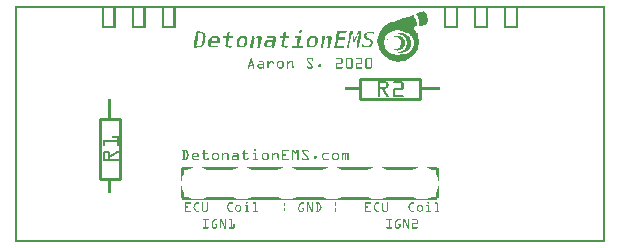
<source format=gto>
G04 MADE WITH FRITZING*
G04 WWW.FRITZING.ORG*
G04 DOUBLE SIDED*
G04 HOLES PLATED*
G04 CONTOUR ON CENTER OF CONTOUR VECTOR*
%ASAXBY*%
%FSLAX23Y23*%
%MOIN*%
%OFA0B0*%
%SFA1.0B1.0*%
%ADD10C,0.010000*%
%ADD11R,0.001000X0.001000*%
%LNSILK1*%
G90*
G70*
G54D10*
X1349Y478D02*
X1149Y478D01*
D02*
X1149Y478D02*
X1149Y544D01*
D02*
X1149Y544D02*
X1349Y544D01*
D02*
X1349Y544D02*
X1349Y478D01*
D02*
X350Y411D02*
X350Y211D01*
D02*
X350Y211D02*
X284Y211D01*
D02*
X284Y211D02*
X284Y411D01*
D02*
X284Y411D02*
X350Y411D01*
G36*
X1360Y772D02*
X1360Y769D01*
X1355Y769D01*
X1355Y766D01*
X1347Y766D01*
X1347Y764D01*
X1339Y764D01*
X1339Y761D01*
X1336Y761D01*
X1336Y759D01*
X1339Y759D01*
X1339Y753D01*
X1342Y753D01*
X1342Y748D01*
X1344Y748D01*
X1344Y743D01*
X1347Y743D01*
X1347Y722D01*
X1344Y722D01*
X1344Y720D01*
X1349Y720D01*
X1349Y722D01*
X1360Y722D01*
X1360Y725D01*
X1370Y725D01*
X1370Y727D01*
X1373Y727D01*
X1373Y730D01*
X1375Y730D01*
X1375Y735D01*
X1378Y735D01*
X1378Y746D01*
X1375Y746D01*
X1375Y751D01*
X1373Y751D01*
X1373Y761D01*
X1370Y761D01*
X1370Y764D01*
X1368Y764D01*
X1368Y769D01*
X1365Y769D01*
X1365Y772D01*
X1360Y772D01*
G37*
D02*
G36*
X1323Y756D02*
X1323Y753D01*
X1316Y753D01*
X1316Y751D01*
X1305Y751D01*
X1305Y748D01*
X1297Y748D01*
X1297Y746D01*
X1290Y746D01*
X1290Y743D01*
X1282Y743D01*
X1282Y740D01*
X1274Y740D01*
X1274Y738D01*
X1266Y738D01*
X1266Y735D01*
X1258Y735D01*
X1258Y733D01*
X1251Y733D01*
X1251Y730D01*
X1245Y730D01*
X1245Y727D01*
X1240Y727D01*
X1240Y725D01*
X1235Y725D01*
X1235Y722D01*
X1232Y722D01*
X1232Y720D01*
X1230Y720D01*
X1230Y717D01*
X1227Y717D01*
X1227Y714D01*
X1225Y714D01*
X1225Y712D01*
X1222Y712D01*
X1222Y709D01*
X1219Y709D01*
X1219Y707D01*
X1282Y707D01*
X1282Y704D01*
X1292Y704D01*
X1292Y701D01*
X1300Y701D01*
X1300Y699D01*
X1308Y699D01*
X1308Y696D01*
X1313Y696D01*
X1313Y694D01*
X1316Y694D01*
X1316Y691D01*
X1318Y691D01*
X1318Y688D01*
X1321Y688D01*
X1321Y686D01*
X1323Y686D01*
X1323Y681D01*
X1326Y681D01*
X1326Y673D01*
X1329Y673D01*
X1329Y655D01*
X1326Y655D01*
X1326Y647D01*
X1323Y647D01*
X1323Y642D01*
X1321Y642D01*
X1321Y639D01*
X1318Y639D01*
X1318Y637D01*
X1316Y637D01*
X1316Y634D01*
X1313Y634D01*
X1313Y631D01*
X1308Y631D01*
X1308Y629D01*
X1303Y629D01*
X1303Y626D01*
X1284Y626D01*
X1284Y624D01*
X1329Y624D01*
X1329Y626D01*
X1331Y626D01*
X1331Y629D01*
X1334Y629D01*
X1334Y631D01*
X1336Y631D01*
X1336Y637D01*
X1339Y637D01*
X1339Y642D01*
X1342Y642D01*
X1342Y647D01*
X1344Y647D01*
X1344Y657D01*
X1347Y657D01*
X1347Y678D01*
X1344Y678D01*
X1344Y688D01*
X1342Y688D01*
X1342Y696D01*
X1339Y696D01*
X1339Y699D01*
X1336Y699D01*
X1336Y704D01*
X1334Y704D01*
X1334Y707D01*
X1331Y707D01*
X1331Y712D01*
X1329Y712D01*
X1329Y714D01*
X1331Y714D01*
X1331Y717D01*
X1334Y717D01*
X1334Y720D01*
X1336Y720D01*
X1336Y722D01*
X1339Y722D01*
X1339Y735D01*
X1336Y735D01*
X1336Y743D01*
X1334Y743D01*
X1334Y748D01*
X1331Y748D01*
X1331Y753D01*
X1329Y753D01*
X1329Y756D01*
X1323Y756D01*
G37*
D02*
G36*
X1219Y707D02*
X1219Y704D01*
X1217Y704D01*
X1217Y699D01*
X1214Y699D01*
X1214Y694D01*
X1212Y694D01*
X1212Y686D01*
X1209Y686D01*
X1209Y678D01*
X1206Y678D01*
X1206Y663D01*
X1209Y663D01*
X1209Y655D01*
X1212Y655D01*
X1212Y647D01*
X1214Y647D01*
X1214Y642D01*
X1217Y642D01*
X1217Y637D01*
X1219Y637D01*
X1219Y631D01*
X1222Y631D01*
X1222Y629D01*
X1225Y629D01*
X1225Y626D01*
X1227Y626D01*
X1227Y624D01*
X1266Y624D01*
X1266Y626D01*
X1258Y626D01*
X1258Y629D01*
X1253Y629D01*
X1253Y631D01*
X1248Y631D01*
X1248Y634D01*
X1245Y634D01*
X1245Y637D01*
X1243Y637D01*
X1243Y639D01*
X1240Y639D01*
X1240Y642D01*
X1238Y642D01*
X1238Y644D01*
X1235Y644D01*
X1235Y650D01*
X1232Y650D01*
X1232Y657D01*
X1230Y657D01*
X1230Y673D01*
X1232Y673D01*
X1232Y681D01*
X1235Y681D01*
X1235Y686D01*
X1238Y686D01*
X1238Y691D01*
X1240Y691D01*
X1240Y694D01*
X1243Y694D01*
X1243Y696D01*
X1245Y696D01*
X1245Y699D01*
X1251Y699D01*
X1251Y701D01*
X1256Y701D01*
X1256Y704D01*
X1266Y704D01*
X1266Y707D01*
X1219Y707D01*
G37*
D02*
G36*
X1230Y624D02*
X1230Y621D01*
X1326Y621D01*
X1326Y624D01*
X1230Y624D01*
G37*
D02*
G36*
X1230Y624D02*
X1230Y621D01*
X1326Y621D01*
X1326Y624D01*
X1230Y624D01*
G37*
D02*
G36*
X1232Y621D02*
X1232Y618D01*
X1235Y618D01*
X1235Y616D01*
X1240Y616D01*
X1240Y613D01*
X1243Y613D01*
X1243Y611D01*
X1248Y611D01*
X1248Y608D01*
X1256Y608D01*
X1256Y605D01*
X1264Y605D01*
X1264Y603D01*
X1271Y603D01*
X1271Y600D01*
X1284Y600D01*
X1284Y603D01*
X1292Y603D01*
X1292Y605D01*
X1303Y605D01*
X1303Y608D01*
X1308Y608D01*
X1308Y611D01*
X1313Y611D01*
X1313Y613D01*
X1318Y613D01*
X1318Y616D01*
X1321Y616D01*
X1321Y618D01*
X1323Y618D01*
X1323Y621D01*
X1232Y621D01*
G37*
D02*
G36*
X949Y709D02*
X949Y704D01*
X947Y704D01*
X947Y696D01*
X954Y696D01*
X954Y701D01*
X957Y701D01*
X957Y709D01*
X949Y709D01*
G37*
D02*
G36*
X606Y704D02*
X606Y701D01*
X604Y701D01*
X604Y696D01*
X624Y696D01*
X624Y694D01*
X627Y694D01*
X627Y670D01*
X624Y670D01*
X624Y663D01*
X622Y663D01*
X622Y657D01*
X619Y657D01*
X619Y655D01*
X627Y655D01*
X627Y657D01*
X630Y657D01*
X630Y663D01*
X632Y663D01*
X632Y668D01*
X635Y668D01*
X635Y683D01*
X637Y683D01*
X637Y686D01*
X635Y686D01*
X635Y696D01*
X632Y696D01*
X632Y699D01*
X627Y699D01*
X627Y701D01*
X617Y701D01*
X617Y704D01*
X606Y704D01*
G37*
D02*
G36*
X604Y696D02*
X604Y688D01*
X601Y688D01*
X601Y675D01*
X598Y675D01*
X598Y663D01*
X596Y663D01*
X596Y655D01*
X604Y655D01*
X604Y657D01*
X606Y657D01*
X606Y670D01*
X609Y670D01*
X609Y686D01*
X611Y686D01*
X611Y696D01*
X604Y696D01*
G37*
D02*
G36*
X596Y655D02*
X596Y652D01*
X624Y652D01*
X624Y655D01*
X596Y655D01*
G37*
D02*
G36*
X596Y655D02*
X596Y652D01*
X624Y652D01*
X624Y655D01*
X596Y655D01*
G37*
D02*
G36*
X596Y652D02*
X596Y647D01*
X606Y647D01*
X606Y650D01*
X619Y650D01*
X619Y652D01*
X596Y652D01*
G37*
D02*
G36*
X1074Y704D02*
X1074Y694D01*
X1071Y694D01*
X1071Y681D01*
X1069Y681D01*
X1069Y668D01*
X1066Y668D01*
X1066Y655D01*
X1064Y655D01*
X1064Y647D01*
X1097Y647D01*
X1097Y655D01*
X1074Y655D01*
X1074Y665D01*
X1077Y665D01*
X1077Y675D01*
X1100Y675D01*
X1100Y683D01*
X1079Y683D01*
X1079Y694D01*
X1082Y694D01*
X1082Y696D01*
X1105Y696D01*
X1105Y701D01*
X1108Y701D01*
X1108Y704D01*
X1074Y704D01*
G37*
D02*
G36*
X1118Y704D02*
X1118Y699D01*
X1115Y699D01*
X1115Y694D01*
X1126Y694D01*
X1126Y678D01*
X1131Y678D01*
X1131Y688D01*
X1128Y688D01*
X1128Y704D01*
X1118Y704D01*
G37*
D02*
G36*
X1144Y704D02*
X1144Y699D01*
X1141Y699D01*
X1141Y694D01*
X1147Y694D01*
X1147Y686D01*
X1144Y686D01*
X1144Y673D01*
X1141Y673D01*
X1141Y660D01*
X1139Y660D01*
X1139Y647D01*
X1144Y647D01*
X1144Y652D01*
X1147Y652D01*
X1147Y665D01*
X1149Y665D01*
X1149Y678D01*
X1152Y678D01*
X1152Y694D01*
X1154Y694D01*
X1154Y704D01*
X1144Y704D01*
G37*
D02*
G36*
X1115Y694D02*
X1115Y683D01*
X1113Y683D01*
X1113Y670D01*
X1110Y670D01*
X1110Y657D01*
X1108Y657D01*
X1108Y647D01*
X1113Y647D01*
X1113Y650D01*
X1115Y650D01*
X1115Y663D01*
X1118Y663D01*
X1118Y678D01*
X1121Y678D01*
X1121Y691D01*
X1123Y691D01*
X1123Y694D01*
X1115Y694D01*
G37*
D02*
G36*
X1139Y694D02*
X1139Y688D01*
X1136Y688D01*
X1136Y683D01*
X1134Y683D01*
X1134Y678D01*
X1136Y678D01*
X1136Y681D01*
X1139Y681D01*
X1139Y686D01*
X1141Y686D01*
X1141Y691D01*
X1144Y691D01*
X1144Y694D01*
X1139Y694D01*
G37*
D02*
G36*
X1126Y678D02*
X1126Y675D01*
X1136Y675D01*
X1136Y678D01*
X1126Y678D01*
G37*
D02*
G36*
X1126Y678D02*
X1126Y675D01*
X1136Y675D01*
X1136Y678D01*
X1126Y678D01*
G37*
D02*
G36*
X1126Y675D02*
X1126Y668D01*
X1134Y668D01*
X1134Y673D01*
X1136Y673D01*
X1136Y675D01*
X1126Y675D01*
G37*
D02*
G36*
X710Y701D02*
X710Y699D01*
X707Y699D01*
X707Y688D01*
X694Y688D01*
X694Y681D01*
X705Y681D01*
X705Y673D01*
X702Y673D01*
X702Y657D01*
X700Y657D01*
X700Y655D01*
X702Y655D01*
X702Y650D01*
X713Y650D01*
X713Y647D01*
X720Y647D01*
X720Y650D01*
X723Y650D01*
X723Y655D01*
X710Y655D01*
X710Y670D01*
X713Y670D01*
X713Y681D01*
X728Y681D01*
X728Y688D01*
X715Y688D01*
X715Y696D01*
X718Y696D01*
X718Y701D01*
X710Y701D01*
G37*
D02*
G36*
X897Y701D02*
X897Y699D01*
X895Y699D01*
X895Y688D01*
X882Y688D01*
X882Y681D01*
X892Y681D01*
X892Y673D01*
X889Y673D01*
X889Y657D01*
X887Y657D01*
X887Y655D01*
X889Y655D01*
X889Y650D01*
X900Y650D01*
X900Y647D01*
X908Y647D01*
X908Y650D01*
X910Y650D01*
X910Y655D01*
X897Y655D01*
X897Y670D01*
X900Y670D01*
X900Y681D01*
X915Y681D01*
X915Y688D01*
X902Y688D01*
X902Y696D01*
X905Y696D01*
X905Y701D01*
X897Y701D01*
G37*
D02*
G36*
X1277Y696D02*
X1277Y694D01*
X1284Y694D01*
X1284Y691D01*
X1292Y691D01*
X1292Y688D01*
X1295Y688D01*
X1295Y686D01*
X1297Y686D01*
X1297Y683D01*
X1300Y683D01*
X1300Y681D01*
X1303Y681D01*
X1303Y678D01*
X1305Y678D01*
X1305Y670D01*
X1308Y670D01*
X1308Y657D01*
X1305Y657D01*
X1305Y650D01*
X1303Y650D01*
X1303Y647D01*
X1300Y647D01*
X1300Y642D01*
X1295Y642D01*
X1295Y639D01*
X1292Y639D01*
X1292Y637D01*
X1287Y637D01*
X1287Y634D01*
X1277Y634D01*
X1277Y631D01*
X1295Y631D01*
X1295Y634D01*
X1303Y634D01*
X1303Y637D01*
X1308Y637D01*
X1308Y639D01*
X1310Y639D01*
X1310Y642D01*
X1313Y642D01*
X1313Y644D01*
X1316Y644D01*
X1316Y647D01*
X1318Y647D01*
X1318Y652D01*
X1321Y652D01*
X1321Y675D01*
X1318Y675D01*
X1318Y681D01*
X1316Y681D01*
X1316Y683D01*
X1313Y683D01*
X1313Y686D01*
X1310Y686D01*
X1310Y688D01*
X1308Y688D01*
X1308Y691D01*
X1303Y691D01*
X1303Y694D01*
X1297Y694D01*
X1297Y696D01*
X1277Y696D01*
G37*
D02*
G36*
X793Y688D02*
X793Y686D01*
X791Y686D01*
X791Y673D01*
X788Y673D01*
X788Y660D01*
X785Y660D01*
X785Y647D01*
X793Y647D01*
X793Y660D01*
X796Y660D01*
X796Y673D01*
X798Y673D01*
X798Y678D01*
X801Y678D01*
X801Y681D01*
X798Y681D01*
X798Y686D01*
X801Y686D01*
X801Y688D01*
X793Y688D01*
G37*
D02*
G36*
X934Y688D02*
X934Y681D01*
X944Y681D01*
X944Y678D01*
X941Y678D01*
X941Y665D01*
X939Y665D01*
X939Y655D01*
X923Y655D01*
X923Y647D01*
X960Y647D01*
X960Y655D01*
X947Y655D01*
X947Y663D01*
X949Y663D01*
X949Y675D01*
X952Y675D01*
X952Y688D01*
X934Y688D01*
G37*
D02*
G36*
X1027Y688D02*
X1027Y686D01*
X1025Y686D01*
X1025Y673D01*
X1022Y673D01*
X1022Y660D01*
X1019Y660D01*
X1019Y647D01*
X1027Y647D01*
X1027Y660D01*
X1030Y660D01*
X1030Y673D01*
X1032Y673D01*
X1032Y678D01*
X1035Y678D01*
X1035Y681D01*
X1032Y681D01*
X1032Y686D01*
X1035Y686D01*
X1035Y688D01*
X1027Y688D01*
G37*
D02*
G36*
X656Y686D02*
X656Y683D01*
X653Y683D01*
X653Y681D01*
X674Y681D01*
X674Y670D01*
X682Y670D01*
X682Y681D01*
X679Y681D01*
X679Y683D01*
X676Y683D01*
X676Y686D01*
X656Y686D01*
G37*
D02*
G36*
X650Y681D02*
X650Y678D01*
X648Y678D01*
X648Y673D01*
X645Y673D01*
X645Y670D01*
X656Y670D01*
X656Y678D01*
X658Y678D01*
X658Y681D01*
X650Y681D01*
G37*
D02*
G36*
X645Y670D02*
X645Y668D01*
X682Y668D01*
X682Y670D01*
X645Y670D01*
G37*
D02*
G36*
X645Y670D02*
X645Y668D01*
X682Y668D01*
X682Y670D01*
X645Y670D01*
G37*
D02*
G36*
X645Y668D02*
X645Y655D01*
X648Y655D01*
X648Y652D01*
X650Y652D01*
X650Y650D01*
X676Y650D01*
X676Y655D01*
X653Y655D01*
X653Y663D01*
X682Y663D01*
X682Y668D01*
X645Y668D01*
G37*
D02*
G36*
X749Y686D02*
X749Y683D01*
X746Y683D01*
X746Y681D01*
X765Y681D01*
X765Y678D01*
X767Y678D01*
X767Y663D01*
X765Y663D01*
X765Y657D01*
X762Y657D01*
X762Y655D01*
X770Y655D01*
X770Y657D01*
X772Y657D01*
X772Y663D01*
X775Y663D01*
X775Y681D01*
X772Y681D01*
X772Y683D01*
X770Y683D01*
X770Y686D01*
X749Y686D01*
G37*
D02*
G36*
X744Y681D02*
X744Y678D01*
X741Y678D01*
X741Y673D01*
X739Y673D01*
X739Y655D01*
X749Y655D01*
X749Y657D01*
X746Y657D01*
X746Y670D01*
X749Y670D01*
X749Y678D01*
X752Y678D01*
X752Y681D01*
X744Y681D01*
G37*
D02*
G36*
X741Y655D02*
X741Y652D01*
X767Y652D01*
X767Y655D01*
X741Y655D01*
G37*
D02*
G36*
X741Y655D02*
X741Y652D01*
X767Y652D01*
X767Y655D01*
X741Y655D01*
G37*
D02*
G36*
X744Y652D02*
X744Y650D01*
X765Y650D01*
X765Y652D01*
X744Y652D01*
G37*
D02*
G36*
X806Y686D02*
X806Y683D01*
X804Y683D01*
X804Y681D01*
X811Y681D01*
X811Y663D01*
X809Y663D01*
X809Y650D01*
X806Y650D01*
X806Y647D01*
X817Y647D01*
X817Y660D01*
X819Y660D01*
X819Y673D01*
X822Y673D01*
X822Y683D01*
X819Y683D01*
X819Y686D01*
X806Y686D01*
G37*
D02*
G36*
X840Y686D02*
X840Y681D01*
X861Y681D01*
X861Y675D01*
X853Y675D01*
X853Y673D01*
X837Y673D01*
X837Y670D01*
X835Y670D01*
X835Y668D01*
X858Y668D01*
X858Y660D01*
X856Y660D01*
X856Y657D01*
X853Y657D01*
X853Y655D01*
X856Y655D01*
X856Y647D01*
X863Y647D01*
X863Y655D01*
X866Y655D01*
X866Y668D01*
X869Y668D01*
X869Y683D01*
X866Y683D01*
X866Y686D01*
X840Y686D01*
G37*
D02*
G36*
X832Y668D02*
X832Y663D01*
X830Y663D01*
X830Y655D01*
X840Y655D01*
X840Y665D01*
X843Y665D01*
X843Y668D01*
X832Y668D01*
G37*
D02*
G36*
X832Y655D02*
X832Y652D01*
X835Y652D01*
X835Y650D01*
X850Y650D01*
X850Y652D01*
X853Y652D01*
X853Y655D01*
X832Y655D01*
G37*
D02*
G36*
X983Y686D02*
X983Y683D01*
X980Y683D01*
X980Y681D01*
X999Y681D01*
X999Y678D01*
X1001Y678D01*
X1001Y663D01*
X999Y663D01*
X999Y657D01*
X996Y657D01*
X996Y655D01*
X1004Y655D01*
X1004Y657D01*
X1006Y657D01*
X1006Y663D01*
X1009Y663D01*
X1009Y681D01*
X1006Y681D01*
X1006Y683D01*
X1004Y683D01*
X1004Y686D01*
X983Y686D01*
G37*
D02*
G36*
X978Y681D02*
X978Y678D01*
X975Y678D01*
X975Y673D01*
X973Y673D01*
X973Y655D01*
X983Y655D01*
X983Y657D01*
X980Y657D01*
X980Y670D01*
X983Y670D01*
X983Y678D01*
X986Y678D01*
X986Y681D01*
X978Y681D01*
G37*
D02*
G36*
X975Y655D02*
X975Y652D01*
X1001Y652D01*
X1001Y655D01*
X975Y655D01*
G37*
D02*
G36*
X975Y655D02*
X975Y652D01*
X1001Y652D01*
X1001Y655D01*
X975Y655D01*
G37*
D02*
G36*
X978Y652D02*
X978Y650D01*
X999Y650D01*
X999Y652D01*
X978Y652D01*
G37*
D02*
G36*
X1040Y686D02*
X1040Y683D01*
X1038Y683D01*
X1038Y681D01*
X1045Y681D01*
X1045Y663D01*
X1043Y663D01*
X1043Y650D01*
X1040Y650D01*
X1040Y647D01*
X1051Y647D01*
X1051Y660D01*
X1053Y660D01*
X1053Y673D01*
X1056Y673D01*
X1056Y683D01*
X1053Y683D01*
X1053Y686D01*
X1040Y686D01*
G37*
D02*
G36*
X1264Y686D02*
X1264Y683D01*
X1277Y683D01*
X1277Y681D01*
X1279Y681D01*
X1279Y678D01*
X1282Y678D01*
X1282Y675D01*
X1284Y675D01*
X1284Y673D01*
X1287Y673D01*
X1287Y665D01*
X1290Y665D01*
X1290Y663D01*
X1287Y663D01*
X1287Y657D01*
X1282Y657D01*
X1282Y655D01*
X1284Y655D01*
X1284Y650D01*
X1282Y650D01*
X1282Y647D01*
X1277Y647D01*
X1277Y644D01*
X1264Y644D01*
X1264Y642D01*
X1274Y642D01*
X1274Y639D01*
X1277Y639D01*
X1277Y642D01*
X1287Y642D01*
X1287Y644D01*
X1292Y644D01*
X1292Y647D01*
X1295Y647D01*
X1295Y650D01*
X1297Y650D01*
X1297Y655D01*
X1300Y655D01*
X1300Y673D01*
X1297Y673D01*
X1297Y678D01*
X1295Y678D01*
X1295Y681D01*
X1292Y681D01*
X1292Y683D01*
X1287Y683D01*
X1287Y686D01*
X1264Y686D01*
G37*
D02*
G36*
X1240Y678D02*
X1240Y675D01*
X1243Y675D01*
X1243Y678D01*
X1240Y678D01*
G37*
D02*
G36*
X1173Y701D02*
X1173Y699D01*
X1167Y699D01*
X1167Y696D01*
X1193Y696D01*
X1193Y694D01*
X1196Y694D01*
X1196Y701D01*
X1173Y701D01*
G37*
D02*
G36*
X1167Y696D02*
X1167Y694D01*
X1165Y694D01*
X1165Y688D01*
X1162Y688D01*
X1162Y683D01*
X1165Y683D01*
X1165Y681D01*
X1167Y681D01*
X1167Y678D01*
X1170Y678D01*
X1170Y675D01*
X1178Y675D01*
X1178Y673D01*
X1183Y673D01*
X1183Y668D01*
X1186Y668D01*
X1186Y660D01*
X1183Y660D01*
X1183Y657D01*
X1180Y657D01*
X1180Y655D01*
X1191Y655D01*
X1191Y660D01*
X1193Y660D01*
X1193Y670D01*
X1191Y670D01*
X1191Y675D01*
X1186Y675D01*
X1186Y678D01*
X1180Y678D01*
X1180Y681D01*
X1175Y681D01*
X1175Y683D01*
X1173Y683D01*
X1173Y686D01*
X1170Y686D01*
X1170Y691D01*
X1173Y691D01*
X1173Y694D01*
X1175Y694D01*
X1175Y696D01*
X1167Y696D01*
G37*
D02*
G36*
X1157Y660D02*
X1157Y655D01*
X1165Y655D01*
X1165Y657D01*
X1160Y657D01*
X1160Y660D01*
X1157Y660D01*
G37*
D02*
G36*
X1157Y655D02*
X1157Y652D01*
X1188Y652D01*
X1188Y655D01*
X1157Y655D01*
G37*
D02*
G36*
X1157Y655D02*
X1157Y652D01*
X1188Y652D01*
X1188Y655D01*
X1157Y655D01*
G37*
D02*
G36*
X1160Y652D02*
X1160Y650D01*
X1183Y650D01*
X1183Y652D01*
X1160Y652D01*
G37*
D02*
G54D11*
X0Y787D02*
X1967Y787D01*
X0Y786D02*
X1967Y786D01*
X0Y785D02*
X1967Y785D01*
X0Y784D02*
X1967Y784D01*
X0Y783D02*
X1967Y783D01*
X0Y782D02*
X1967Y782D01*
X0Y781D02*
X1967Y781D01*
X0Y780D02*
X1967Y780D01*
X0Y779D02*
X7Y779D01*
X290Y779D02*
X297Y779D01*
X329Y779D02*
X336Y779D01*
X390Y779D02*
X397Y779D01*
X429Y779D02*
X436Y779D01*
X490Y779D02*
X497Y779D01*
X529Y779D02*
X536Y779D01*
X1431Y779D02*
X1438Y779D01*
X1471Y779D02*
X1478Y779D01*
X1531Y779D02*
X1538Y779D01*
X1571Y779D02*
X1578Y779D01*
X1631Y779D02*
X1638Y779D01*
X1671Y779D02*
X1678Y779D01*
X1960Y779D02*
X1967Y779D01*
X0Y778D02*
X7Y778D01*
X290Y778D02*
X297Y778D01*
X329Y778D02*
X336Y778D01*
X390Y778D02*
X397Y778D01*
X429Y778D02*
X436Y778D01*
X490Y778D02*
X497Y778D01*
X529Y778D02*
X536Y778D01*
X1431Y778D02*
X1438Y778D01*
X1471Y778D02*
X1478Y778D01*
X1531Y778D02*
X1538Y778D01*
X1571Y778D02*
X1578Y778D01*
X1631Y778D02*
X1638Y778D01*
X1671Y778D02*
X1678Y778D01*
X1960Y778D02*
X1967Y778D01*
X0Y777D02*
X7Y777D01*
X290Y777D02*
X297Y777D01*
X329Y777D02*
X336Y777D01*
X390Y777D02*
X397Y777D01*
X429Y777D02*
X436Y777D01*
X490Y777D02*
X497Y777D01*
X529Y777D02*
X536Y777D01*
X1431Y777D02*
X1438Y777D01*
X1471Y777D02*
X1478Y777D01*
X1531Y777D02*
X1538Y777D01*
X1571Y777D02*
X1578Y777D01*
X1631Y777D02*
X1638Y777D01*
X1671Y777D02*
X1678Y777D01*
X1960Y777D02*
X1967Y777D01*
X0Y776D02*
X7Y776D01*
X290Y776D02*
X297Y776D01*
X329Y776D02*
X336Y776D01*
X390Y776D02*
X397Y776D01*
X429Y776D02*
X436Y776D01*
X490Y776D02*
X497Y776D01*
X529Y776D02*
X536Y776D01*
X1431Y776D02*
X1438Y776D01*
X1471Y776D02*
X1478Y776D01*
X1531Y776D02*
X1538Y776D01*
X1571Y776D02*
X1578Y776D01*
X1631Y776D02*
X1638Y776D01*
X1671Y776D02*
X1678Y776D01*
X1960Y776D02*
X1967Y776D01*
X0Y775D02*
X7Y775D01*
X290Y775D02*
X297Y775D01*
X329Y775D02*
X336Y775D01*
X390Y775D02*
X397Y775D01*
X429Y775D02*
X436Y775D01*
X490Y775D02*
X497Y775D01*
X529Y775D02*
X536Y775D01*
X1431Y775D02*
X1438Y775D01*
X1471Y775D02*
X1478Y775D01*
X1531Y775D02*
X1538Y775D01*
X1571Y775D02*
X1578Y775D01*
X1631Y775D02*
X1638Y775D01*
X1671Y775D02*
X1678Y775D01*
X1960Y775D02*
X1967Y775D01*
X0Y774D02*
X7Y774D01*
X290Y774D02*
X297Y774D01*
X329Y774D02*
X336Y774D01*
X390Y774D02*
X397Y774D01*
X429Y774D02*
X436Y774D01*
X490Y774D02*
X497Y774D01*
X529Y774D02*
X536Y774D01*
X1431Y774D02*
X1438Y774D01*
X1471Y774D02*
X1478Y774D01*
X1531Y774D02*
X1538Y774D01*
X1571Y774D02*
X1578Y774D01*
X1631Y774D02*
X1638Y774D01*
X1671Y774D02*
X1678Y774D01*
X1960Y774D02*
X1967Y774D01*
X0Y773D02*
X7Y773D01*
X290Y773D02*
X297Y773D01*
X329Y773D02*
X336Y773D01*
X390Y773D02*
X397Y773D01*
X429Y773D02*
X436Y773D01*
X490Y773D02*
X497Y773D01*
X529Y773D02*
X536Y773D01*
X1431Y773D02*
X1438Y773D01*
X1471Y773D02*
X1478Y773D01*
X1531Y773D02*
X1538Y773D01*
X1571Y773D02*
X1578Y773D01*
X1631Y773D02*
X1638Y773D01*
X1671Y773D02*
X1678Y773D01*
X1960Y773D02*
X1967Y773D01*
X0Y772D02*
X7Y772D01*
X290Y772D02*
X297Y772D01*
X329Y772D02*
X336Y772D01*
X390Y772D02*
X397Y772D01*
X429Y772D02*
X436Y772D01*
X490Y772D02*
X497Y772D01*
X529Y772D02*
X536Y772D01*
X1431Y772D02*
X1438Y772D01*
X1471Y772D02*
X1478Y772D01*
X1531Y772D02*
X1538Y772D01*
X1571Y772D02*
X1578Y772D01*
X1631Y772D02*
X1638Y772D01*
X1671Y772D02*
X1678Y772D01*
X1960Y772D02*
X1967Y772D01*
X0Y771D02*
X7Y771D01*
X290Y771D02*
X297Y771D01*
X329Y771D02*
X336Y771D01*
X390Y771D02*
X397Y771D01*
X429Y771D02*
X436Y771D01*
X490Y771D02*
X497Y771D01*
X529Y771D02*
X536Y771D01*
X1431Y771D02*
X1438Y771D01*
X1471Y771D02*
X1478Y771D01*
X1531Y771D02*
X1538Y771D01*
X1571Y771D02*
X1578Y771D01*
X1631Y771D02*
X1638Y771D01*
X1671Y771D02*
X1678Y771D01*
X1960Y771D02*
X1967Y771D01*
X0Y770D02*
X7Y770D01*
X290Y770D02*
X297Y770D01*
X329Y770D02*
X336Y770D01*
X390Y770D02*
X397Y770D01*
X429Y770D02*
X436Y770D01*
X490Y770D02*
X497Y770D01*
X529Y770D02*
X536Y770D01*
X1431Y770D02*
X1438Y770D01*
X1471Y770D02*
X1478Y770D01*
X1531Y770D02*
X1538Y770D01*
X1571Y770D02*
X1578Y770D01*
X1631Y770D02*
X1638Y770D01*
X1671Y770D02*
X1678Y770D01*
X1960Y770D02*
X1967Y770D01*
X0Y769D02*
X7Y769D01*
X290Y769D02*
X297Y769D01*
X329Y769D02*
X336Y769D01*
X390Y769D02*
X397Y769D01*
X429Y769D02*
X436Y769D01*
X490Y769D02*
X497Y769D01*
X529Y769D02*
X536Y769D01*
X1431Y769D02*
X1438Y769D01*
X1471Y769D02*
X1478Y769D01*
X1531Y769D02*
X1538Y769D01*
X1571Y769D02*
X1578Y769D01*
X1631Y769D02*
X1638Y769D01*
X1671Y769D02*
X1678Y769D01*
X1960Y769D02*
X1967Y769D01*
X0Y768D02*
X7Y768D01*
X290Y768D02*
X297Y768D01*
X329Y768D02*
X336Y768D01*
X390Y768D02*
X397Y768D01*
X429Y768D02*
X436Y768D01*
X490Y768D02*
X497Y768D01*
X529Y768D02*
X536Y768D01*
X1431Y768D02*
X1438Y768D01*
X1471Y768D02*
X1478Y768D01*
X1531Y768D02*
X1538Y768D01*
X1571Y768D02*
X1578Y768D01*
X1631Y768D02*
X1638Y768D01*
X1671Y768D02*
X1678Y768D01*
X1960Y768D02*
X1967Y768D01*
X0Y767D02*
X7Y767D01*
X290Y767D02*
X297Y767D01*
X329Y767D02*
X336Y767D01*
X390Y767D02*
X397Y767D01*
X429Y767D02*
X436Y767D01*
X490Y767D02*
X497Y767D01*
X529Y767D02*
X536Y767D01*
X1431Y767D02*
X1438Y767D01*
X1471Y767D02*
X1478Y767D01*
X1531Y767D02*
X1538Y767D01*
X1571Y767D02*
X1578Y767D01*
X1631Y767D02*
X1638Y767D01*
X1671Y767D02*
X1678Y767D01*
X1960Y767D02*
X1967Y767D01*
X0Y766D02*
X7Y766D01*
X290Y766D02*
X297Y766D01*
X329Y766D02*
X336Y766D01*
X390Y766D02*
X397Y766D01*
X429Y766D02*
X436Y766D01*
X490Y766D02*
X497Y766D01*
X529Y766D02*
X536Y766D01*
X1431Y766D02*
X1438Y766D01*
X1471Y766D02*
X1478Y766D01*
X1531Y766D02*
X1538Y766D01*
X1571Y766D02*
X1578Y766D01*
X1631Y766D02*
X1638Y766D01*
X1671Y766D02*
X1678Y766D01*
X1960Y766D02*
X1967Y766D01*
X0Y765D02*
X7Y765D01*
X290Y765D02*
X297Y765D01*
X329Y765D02*
X336Y765D01*
X390Y765D02*
X397Y765D01*
X429Y765D02*
X436Y765D01*
X490Y765D02*
X497Y765D01*
X529Y765D02*
X536Y765D01*
X1431Y765D02*
X1438Y765D01*
X1471Y765D02*
X1478Y765D01*
X1531Y765D02*
X1538Y765D01*
X1571Y765D02*
X1578Y765D01*
X1631Y765D02*
X1638Y765D01*
X1671Y765D02*
X1678Y765D01*
X1960Y765D02*
X1967Y765D01*
X0Y764D02*
X7Y764D01*
X290Y764D02*
X297Y764D01*
X329Y764D02*
X336Y764D01*
X390Y764D02*
X397Y764D01*
X429Y764D02*
X436Y764D01*
X490Y764D02*
X497Y764D01*
X529Y764D02*
X536Y764D01*
X1431Y764D02*
X1438Y764D01*
X1471Y764D02*
X1478Y764D01*
X1531Y764D02*
X1538Y764D01*
X1571Y764D02*
X1578Y764D01*
X1631Y764D02*
X1638Y764D01*
X1671Y764D02*
X1678Y764D01*
X1960Y764D02*
X1967Y764D01*
X0Y763D02*
X7Y763D01*
X290Y763D02*
X297Y763D01*
X329Y763D02*
X336Y763D01*
X390Y763D02*
X397Y763D01*
X429Y763D02*
X436Y763D01*
X490Y763D02*
X497Y763D01*
X529Y763D02*
X536Y763D01*
X1431Y763D02*
X1438Y763D01*
X1471Y763D02*
X1478Y763D01*
X1531Y763D02*
X1538Y763D01*
X1571Y763D02*
X1578Y763D01*
X1631Y763D02*
X1638Y763D01*
X1671Y763D02*
X1678Y763D01*
X1960Y763D02*
X1967Y763D01*
X0Y762D02*
X7Y762D01*
X290Y762D02*
X297Y762D01*
X329Y762D02*
X336Y762D01*
X390Y762D02*
X397Y762D01*
X429Y762D02*
X436Y762D01*
X490Y762D02*
X497Y762D01*
X529Y762D02*
X536Y762D01*
X1431Y762D02*
X1438Y762D01*
X1471Y762D02*
X1478Y762D01*
X1531Y762D02*
X1538Y762D01*
X1571Y762D02*
X1578Y762D01*
X1631Y762D02*
X1638Y762D01*
X1671Y762D02*
X1678Y762D01*
X1960Y762D02*
X1967Y762D01*
X0Y761D02*
X7Y761D01*
X290Y761D02*
X297Y761D01*
X329Y761D02*
X336Y761D01*
X390Y761D02*
X397Y761D01*
X429Y761D02*
X436Y761D01*
X490Y761D02*
X497Y761D01*
X529Y761D02*
X536Y761D01*
X1431Y761D02*
X1438Y761D01*
X1471Y761D02*
X1478Y761D01*
X1531Y761D02*
X1538Y761D01*
X1571Y761D02*
X1578Y761D01*
X1631Y761D02*
X1638Y761D01*
X1671Y761D02*
X1678Y761D01*
X1960Y761D02*
X1967Y761D01*
X0Y760D02*
X7Y760D01*
X290Y760D02*
X297Y760D01*
X329Y760D02*
X336Y760D01*
X390Y760D02*
X397Y760D01*
X429Y760D02*
X436Y760D01*
X490Y760D02*
X497Y760D01*
X529Y760D02*
X536Y760D01*
X1431Y760D02*
X1438Y760D01*
X1471Y760D02*
X1478Y760D01*
X1531Y760D02*
X1538Y760D01*
X1571Y760D02*
X1578Y760D01*
X1631Y760D02*
X1638Y760D01*
X1671Y760D02*
X1678Y760D01*
X1960Y760D02*
X1967Y760D01*
X0Y759D02*
X7Y759D01*
X290Y759D02*
X297Y759D01*
X329Y759D02*
X336Y759D01*
X390Y759D02*
X397Y759D01*
X429Y759D02*
X436Y759D01*
X490Y759D02*
X497Y759D01*
X529Y759D02*
X536Y759D01*
X1431Y759D02*
X1438Y759D01*
X1471Y759D02*
X1478Y759D01*
X1531Y759D02*
X1538Y759D01*
X1571Y759D02*
X1578Y759D01*
X1631Y759D02*
X1638Y759D01*
X1671Y759D02*
X1678Y759D01*
X1960Y759D02*
X1967Y759D01*
X0Y758D02*
X7Y758D01*
X290Y758D02*
X297Y758D01*
X329Y758D02*
X336Y758D01*
X390Y758D02*
X397Y758D01*
X429Y758D02*
X436Y758D01*
X490Y758D02*
X497Y758D01*
X529Y758D02*
X536Y758D01*
X1431Y758D02*
X1438Y758D01*
X1471Y758D02*
X1478Y758D01*
X1531Y758D02*
X1538Y758D01*
X1571Y758D02*
X1578Y758D01*
X1631Y758D02*
X1638Y758D01*
X1671Y758D02*
X1678Y758D01*
X1960Y758D02*
X1967Y758D01*
X0Y757D02*
X7Y757D01*
X290Y757D02*
X297Y757D01*
X329Y757D02*
X336Y757D01*
X390Y757D02*
X397Y757D01*
X429Y757D02*
X436Y757D01*
X490Y757D02*
X497Y757D01*
X529Y757D02*
X536Y757D01*
X1431Y757D02*
X1438Y757D01*
X1471Y757D02*
X1478Y757D01*
X1531Y757D02*
X1538Y757D01*
X1571Y757D02*
X1578Y757D01*
X1631Y757D02*
X1638Y757D01*
X1671Y757D02*
X1678Y757D01*
X1960Y757D02*
X1967Y757D01*
X0Y756D02*
X7Y756D01*
X290Y756D02*
X297Y756D01*
X329Y756D02*
X336Y756D01*
X390Y756D02*
X397Y756D01*
X429Y756D02*
X436Y756D01*
X490Y756D02*
X497Y756D01*
X529Y756D02*
X536Y756D01*
X1431Y756D02*
X1438Y756D01*
X1471Y756D02*
X1478Y756D01*
X1531Y756D02*
X1538Y756D01*
X1571Y756D02*
X1578Y756D01*
X1631Y756D02*
X1638Y756D01*
X1671Y756D02*
X1678Y756D01*
X1960Y756D02*
X1967Y756D01*
X0Y755D02*
X7Y755D01*
X290Y755D02*
X297Y755D01*
X329Y755D02*
X336Y755D01*
X390Y755D02*
X397Y755D01*
X429Y755D02*
X436Y755D01*
X490Y755D02*
X497Y755D01*
X529Y755D02*
X536Y755D01*
X1431Y755D02*
X1438Y755D01*
X1471Y755D02*
X1478Y755D01*
X1531Y755D02*
X1538Y755D01*
X1571Y755D02*
X1578Y755D01*
X1631Y755D02*
X1638Y755D01*
X1671Y755D02*
X1678Y755D01*
X1960Y755D02*
X1967Y755D01*
X0Y754D02*
X7Y754D01*
X290Y754D02*
X297Y754D01*
X329Y754D02*
X336Y754D01*
X390Y754D02*
X397Y754D01*
X429Y754D02*
X436Y754D01*
X490Y754D02*
X497Y754D01*
X529Y754D02*
X536Y754D01*
X1431Y754D02*
X1438Y754D01*
X1471Y754D02*
X1478Y754D01*
X1531Y754D02*
X1538Y754D01*
X1571Y754D02*
X1578Y754D01*
X1631Y754D02*
X1638Y754D01*
X1671Y754D02*
X1678Y754D01*
X1960Y754D02*
X1967Y754D01*
X0Y753D02*
X7Y753D01*
X290Y753D02*
X297Y753D01*
X329Y753D02*
X336Y753D01*
X390Y753D02*
X397Y753D01*
X429Y753D02*
X436Y753D01*
X490Y753D02*
X497Y753D01*
X529Y753D02*
X536Y753D01*
X1431Y753D02*
X1438Y753D01*
X1471Y753D02*
X1478Y753D01*
X1531Y753D02*
X1538Y753D01*
X1571Y753D02*
X1578Y753D01*
X1631Y753D02*
X1638Y753D01*
X1671Y753D02*
X1678Y753D01*
X1960Y753D02*
X1967Y753D01*
X0Y752D02*
X7Y752D01*
X290Y752D02*
X297Y752D01*
X329Y752D02*
X336Y752D01*
X390Y752D02*
X397Y752D01*
X429Y752D02*
X436Y752D01*
X490Y752D02*
X497Y752D01*
X529Y752D02*
X536Y752D01*
X1431Y752D02*
X1438Y752D01*
X1471Y752D02*
X1478Y752D01*
X1531Y752D02*
X1538Y752D01*
X1571Y752D02*
X1578Y752D01*
X1631Y752D02*
X1638Y752D01*
X1671Y752D02*
X1678Y752D01*
X1960Y752D02*
X1967Y752D01*
X0Y751D02*
X7Y751D01*
X290Y751D02*
X297Y751D01*
X329Y751D02*
X336Y751D01*
X390Y751D02*
X397Y751D01*
X429Y751D02*
X436Y751D01*
X490Y751D02*
X497Y751D01*
X529Y751D02*
X536Y751D01*
X1431Y751D02*
X1438Y751D01*
X1471Y751D02*
X1478Y751D01*
X1531Y751D02*
X1538Y751D01*
X1571Y751D02*
X1578Y751D01*
X1631Y751D02*
X1638Y751D01*
X1671Y751D02*
X1678Y751D01*
X1960Y751D02*
X1967Y751D01*
X0Y750D02*
X7Y750D01*
X290Y750D02*
X297Y750D01*
X329Y750D02*
X336Y750D01*
X390Y750D02*
X397Y750D01*
X429Y750D02*
X436Y750D01*
X490Y750D02*
X497Y750D01*
X529Y750D02*
X536Y750D01*
X1431Y750D02*
X1438Y750D01*
X1471Y750D02*
X1478Y750D01*
X1531Y750D02*
X1538Y750D01*
X1571Y750D02*
X1578Y750D01*
X1631Y750D02*
X1638Y750D01*
X1671Y750D02*
X1678Y750D01*
X1960Y750D02*
X1967Y750D01*
X0Y749D02*
X7Y749D01*
X290Y749D02*
X297Y749D01*
X329Y749D02*
X336Y749D01*
X390Y749D02*
X397Y749D01*
X429Y749D02*
X436Y749D01*
X490Y749D02*
X497Y749D01*
X529Y749D02*
X536Y749D01*
X1431Y749D02*
X1438Y749D01*
X1471Y749D02*
X1478Y749D01*
X1531Y749D02*
X1538Y749D01*
X1571Y749D02*
X1578Y749D01*
X1631Y749D02*
X1638Y749D01*
X1671Y749D02*
X1678Y749D01*
X1960Y749D02*
X1967Y749D01*
X0Y748D02*
X7Y748D01*
X290Y748D02*
X297Y748D01*
X329Y748D02*
X336Y748D01*
X390Y748D02*
X397Y748D01*
X429Y748D02*
X436Y748D01*
X490Y748D02*
X497Y748D01*
X529Y748D02*
X536Y748D01*
X1431Y748D02*
X1438Y748D01*
X1471Y748D02*
X1478Y748D01*
X1531Y748D02*
X1538Y748D01*
X1571Y748D02*
X1578Y748D01*
X1631Y748D02*
X1638Y748D01*
X1671Y748D02*
X1678Y748D01*
X1960Y748D02*
X1967Y748D01*
X0Y747D02*
X7Y747D01*
X290Y747D02*
X297Y747D01*
X329Y747D02*
X336Y747D01*
X390Y747D02*
X397Y747D01*
X429Y747D02*
X436Y747D01*
X490Y747D02*
X497Y747D01*
X529Y747D02*
X536Y747D01*
X1431Y747D02*
X1438Y747D01*
X1471Y747D02*
X1478Y747D01*
X1531Y747D02*
X1538Y747D01*
X1571Y747D02*
X1578Y747D01*
X1631Y747D02*
X1638Y747D01*
X1671Y747D02*
X1678Y747D01*
X1960Y747D02*
X1967Y747D01*
X0Y746D02*
X7Y746D01*
X290Y746D02*
X297Y746D01*
X329Y746D02*
X336Y746D01*
X390Y746D02*
X397Y746D01*
X429Y746D02*
X436Y746D01*
X490Y746D02*
X497Y746D01*
X529Y746D02*
X536Y746D01*
X1431Y746D02*
X1438Y746D01*
X1471Y746D02*
X1478Y746D01*
X1531Y746D02*
X1538Y746D01*
X1571Y746D02*
X1578Y746D01*
X1631Y746D02*
X1638Y746D01*
X1671Y746D02*
X1678Y746D01*
X1960Y746D02*
X1967Y746D01*
X0Y745D02*
X7Y745D01*
X290Y745D02*
X297Y745D01*
X329Y745D02*
X336Y745D01*
X390Y745D02*
X397Y745D01*
X429Y745D02*
X436Y745D01*
X490Y745D02*
X497Y745D01*
X529Y745D02*
X536Y745D01*
X1431Y745D02*
X1438Y745D01*
X1471Y745D02*
X1478Y745D01*
X1531Y745D02*
X1538Y745D01*
X1571Y745D02*
X1578Y745D01*
X1631Y745D02*
X1638Y745D01*
X1671Y745D02*
X1678Y745D01*
X1960Y745D02*
X1967Y745D01*
X0Y744D02*
X7Y744D01*
X290Y744D02*
X297Y744D01*
X329Y744D02*
X336Y744D01*
X390Y744D02*
X397Y744D01*
X429Y744D02*
X436Y744D01*
X490Y744D02*
X497Y744D01*
X529Y744D02*
X536Y744D01*
X1431Y744D02*
X1438Y744D01*
X1471Y744D02*
X1478Y744D01*
X1531Y744D02*
X1538Y744D01*
X1571Y744D02*
X1578Y744D01*
X1631Y744D02*
X1638Y744D01*
X1671Y744D02*
X1678Y744D01*
X1960Y744D02*
X1967Y744D01*
X0Y743D02*
X7Y743D01*
X290Y743D02*
X297Y743D01*
X329Y743D02*
X336Y743D01*
X390Y743D02*
X397Y743D01*
X429Y743D02*
X436Y743D01*
X490Y743D02*
X497Y743D01*
X529Y743D02*
X536Y743D01*
X1431Y743D02*
X1438Y743D01*
X1471Y743D02*
X1478Y743D01*
X1531Y743D02*
X1538Y743D01*
X1571Y743D02*
X1578Y743D01*
X1631Y743D02*
X1638Y743D01*
X1671Y743D02*
X1678Y743D01*
X1960Y743D02*
X1967Y743D01*
X0Y742D02*
X7Y742D01*
X290Y742D02*
X297Y742D01*
X329Y742D02*
X336Y742D01*
X390Y742D02*
X397Y742D01*
X429Y742D02*
X436Y742D01*
X490Y742D02*
X497Y742D01*
X529Y742D02*
X536Y742D01*
X1431Y742D02*
X1438Y742D01*
X1471Y742D02*
X1478Y742D01*
X1531Y742D02*
X1538Y742D01*
X1571Y742D02*
X1578Y742D01*
X1631Y742D02*
X1638Y742D01*
X1671Y742D02*
X1678Y742D01*
X1960Y742D02*
X1967Y742D01*
X0Y741D02*
X7Y741D01*
X290Y741D02*
X297Y741D01*
X329Y741D02*
X336Y741D01*
X390Y741D02*
X397Y741D01*
X429Y741D02*
X436Y741D01*
X490Y741D02*
X497Y741D01*
X529Y741D02*
X536Y741D01*
X1431Y741D02*
X1438Y741D01*
X1471Y741D02*
X1478Y741D01*
X1531Y741D02*
X1538Y741D01*
X1571Y741D02*
X1578Y741D01*
X1631Y741D02*
X1638Y741D01*
X1671Y741D02*
X1678Y741D01*
X1960Y741D02*
X1967Y741D01*
X0Y740D02*
X7Y740D01*
X290Y740D02*
X297Y740D01*
X329Y740D02*
X336Y740D01*
X390Y740D02*
X397Y740D01*
X429Y740D02*
X436Y740D01*
X490Y740D02*
X497Y740D01*
X529Y740D02*
X536Y740D01*
X1431Y740D02*
X1438Y740D01*
X1471Y740D02*
X1478Y740D01*
X1531Y740D02*
X1538Y740D01*
X1571Y740D02*
X1578Y740D01*
X1631Y740D02*
X1638Y740D01*
X1671Y740D02*
X1678Y740D01*
X1960Y740D02*
X1967Y740D01*
X0Y739D02*
X7Y739D01*
X290Y739D02*
X297Y739D01*
X329Y739D02*
X336Y739D01*
X390Y739D02*
X397Y739D01*
X429Y739D02*
X436Y739D01*
X490Y739D02*
X497Y739D01*
X529Y739D02*
X536Y739D01*
X1431Y739D02*
X1438Y739D01*
X1471Y739D02*
X1478Y739D01*
X1531Y739D02*
X1538Y739D01*
X1571Y739D02*
X1578Y739D01*
X1631Y739D02*
X1638Y739D01*
X1671Y739D02*
X1678Y739D01*
X1960Y739D02*
X1967Y739D01*
X0Y738D02*
X7Y738D01*
X290Y738D02*
X297Y738D01*
X329Y738D02*
X336Y738D01*
X390Y738D02*
X397Y738D01*
X429Y738D02*
X436Y738D01*
X490Y738D02*
X497Y738D01*
X529Y738D02*
X536Y738D01*
X1431Y738D02*
X1438Y738D01*
X1471Y738D02*
X1478Y738D01*
X1531Y738D02*
X1538Y738D01*
X1571Y738D02*
X1578Y738D01*
X1631Y738D02*
X1638Y738D01*
X1671Y738D02*
X1678Y738D01*
X1960Y738D02*
X1967Y738D01*
X0Y737D02*
X7Y737D01*
X290Y737D02*
X297Y737D01*
X329Y737D02*
X336Y737D01*
X390Y737D02*
X397Y737D01*
X429Y737D02*
X436Y737D01*
X490Y737D02*
X497Y737D01*
X529Y737D02*
X536Y737D01*
X1431Y737D02*
X1438Y737D01*
X1471Y737D02*
X1478Y737D01*
X1531Y737D02*
X1538Y737D01*
X1571Y737D02*
X1578Y737D01*
X1631Y737D02*
X1638Y737D01*
X1671Y737D02*
X1678Y737D01*
X1960Y737D02*
X1967Y737D01*
X0Y736D02*
X7Y736D01*
X290Y736D02*
X297Y736D01*
X329Y736D02*
X336Y736D01*
X390Y736D02*
X397Y736D01*
X429Y736D02*
X436Y736D01*
X490Y736D02*
X497Y736D01*
X529Y736D02*
X536Y736D01*
X1431Y736D02*
X1438Y736D01*
X1471Y736D02*
X1478Y736D01*
X1531Y736D02*
X1538Y736D01*
X1571Y736D02*
X1578Y736D01*
X1631Y736D02*
X1638Y736D01*
X1671Y736D02*
X1678Y736D01*
X1960Y736D02*
X1967Y736D01*
X0Y735D02*
X7Y735D01*
X290Y735D02*
X297Y735D01*
X329Y735D02*
X336Y735D01*
X390Y735D02*
X397Y735D01*
X429Y735D02*
X436Y735D01*
X490Y735D02*
X497Y735D01*
X529Y735D02*
X536Y735D01*
X1431Y735D02*
X1438Y735D01*
X1471Y735D02*
X1478Y735D01*
X1531Y735D02*
X1538Y735D01*
X1571Y735D02*
X1578Y735D01*
X1631Y735D02*
X1638Y735D01*
X1671Y735D02*
X1678Y735D01*
X1960Y735D02*
X1967Y735D01*
X0Y734D02*
X7Y734D01*
X290Y734D02*
X297Y734D01*
X329Y734D02*
X336Y734D01*
X390Y734D02*
X397Y734D01*
X429Y734D02*
X436Y734D01*
X490Y734D02*
X497Y734D01*
X529Y734D02*
X536Y734D01*
X1431Y734D02*
X1438Y734D01*
X1471Y734D02*
X1478Y734D01*
X1531Y734D02*
X1538Y734D01*
X1571Y734D02*
X1578Y734D01*
X1631Y734D02*
X1638Y734D01*
X1671Y734D02*
X1678Y734D01*
X1960Y734D02*
X1967Y734D01*
X0Y733D02*
X7Y733D01*
X290Y733D02*
X297Y733D01*
X329Y733D02*
X336Y733D01*
X390Y733D02*
X397Y733D01*
X429Y733D02*
X436Y733D01*
X490Y733D02*
X497Y733D01*
X529Y733D02*
X536Y733D01*
X1431Y733D02*
X1438Y733D01*
X1471Y733D02*
X1478Y733D01*
X1531Y733D02*
X1538Y733D01*
X1571Y733D02*
X1578Y733D01*
X1631Y733D02*
X1638Y733D01*
X1671Y733D02*
X1678Y733D01*
X1960Y733D02*
X1967Y733D01*
X0Y732D02*
X7Y732D01*
X290Y732D02*
X297Y732D01*
X329Y732D02*
X336Y732D01*
X390Y732D02*
X397Y732D01*
X429Y732D02*
X436Y732D01*
X490Y732D02*
X497Y732D01*
X529Y732D02*
X536Y732D01*
X1431Y732D02*
X1438Y732D01*
X1471Y732D02*
X1478Y732D01*
X1531Y732D02*
X1538Y732D01*
X1571Y732D02*
X1578Y732D01*
X1631Y732D02*
X1638Y732D01*
X1671Y732D02*
X1678Y732D01*
X1960Y732D02*
X1967Y732D01*
X0Y731D02*
X7Y731D01*
X290Y731D02*
X297Y731D01*
X329Y731D02*
X336Y731D01*
X390Y731D02*
X397Y731D01*
X429Y731D02*
X436Y731D01*
X490Y731D02*
X497Y731D01*
X529Y731D02*
X536Y731D01*
X1431Y731D02*
X1438Y731D01*
X1471Y731D02*
X1478Y731D01*
X1531Y731D02*
X1538Y731D01*
X1571Y731D02*
X1578Y731D01*
X1631Y731D02*
X1638Y731D01*
X1671Y731D02*
X1678Y731D01*
X1960Y731D02*
X1967Y731D01*
X0Y730D02*
X7Y730D01*
X290Y730D02*
X297Y730D01*
X329Y730D02*
X336Y730D01*
X390Y730D02*
X397Y730D01*
X429Y730D02*
X436Y730D01*
X490Y730D02*
X497Y730D01*
X529Y730D02*
X536Y730D01*
X1431Y730D02*
X1438Y730D01*
X1471Y730D02*
X1478Y730D01*
X1531Y730D02*
X1538Y730D01*
X1571Y730D02*
X1578Y730D01*
X1631Y730D02*
X1638Y730D01*
X1671Y730D02*
X1678Y730D01*
X1960Y730D02*
X1967Y730D01*
X0Y729D02*
X7Y729D01*
X290Y729D02*
X297Y729D01*
X329Y729D02*
X336Y729D01*
X390Y729D02*
X397Y729D01*
X429Y729D02*
X436Y729D01*
X490Y729D02*
X497Y729D01*
X529Y729D02*
X536Y729D01*
X1431Y729D02*
X1438Y729D01*
X1471Y729D02*
X1478Y729D01*
X1531Y729D02*
X1538Y729D01*
X1571Y729D02*
X1578Y729D01*
X1631Y729D02*
X1638Y729D01*
X1671Y729D02*
X1678Y729D01*
X1960Y729D02*
X1967Y729D01*
X0Y728D02*
X7Y728D01*
X290Y728D02*
X297Y728D01*
X329Y728D02*
X336Y728D01*
X390Y728D02*
X397Y728D01*
X429Y728D02*
X436Y728D01*
X490Y728D02*
X497Y728D01*
X529Y728D02*
X536Y728D01*
X1431Y728D02*
X1438Y728D01*
X1471Y728D02*
X1478Y728D01*
X1531Y728D02*
X1538Y728D01*
X1571Y728D02*
X1578Y728D01*
X1631Y728D02*
X1638Y728D01*
X1671Y728D02*
X1678Y728D01*
X1960Y728D02*
X1967Y728D01*
X0Y727D02*
X7Y727D01*
X290Y727D02*
X297Y727D01*
X329Y727D02*
X336Y727D01*
X390Y727D02*
X397Y727D01*
X429Y727D02*
X436Y727D01*
X490Y727D02*
X497Y727D01*
X529Y727D02*
X536Y727D01*
X1431Y727D02*
X1438Y727D01*
X1471Y727D02*
X1478Y727D01*
X1531Y727D02*
X1538Y727D01*
X1571Y727D02*
X1578Y727D01*
X1631Y727D02*
X1638Y727D01*
X1671Y727D02*
X1678Y727D01*
X1960Y727D02*
X1967Y727D01*
X0Y726D02*
X7Y726D01*
X290Y726D02*
X297Y726D01*
X329Y726D02*
X336Y726D01*
X390Y726D02*
X397Y726D01*
X429Y726D02*
X436Y726D01*
X490Y726D02*
X497Y726D01*
X529Y726D02*
X536Y726D01*
X1431Y726D02*
X1438Y726D01*
X1471Y726D02*
X1478Y726D01*
X1531Y726D02*
X1538Y726D01*
X1571Y726D02*
X1578Y726D01*
X1631Y726D02*
X1638Y726D01*
X1671Y726D02*
X1678Y726D01*
X1960Y726D02*
X1967Y726D01*
X0Y725D02*
X7Y725D01*
X290Y725D02*
X297Y725D01*
X329Y725D02*
X336Y725D01*
X390Y725D02*
X397Y725D01*
X429Y725D02*
X436Y725D01*
X490Y725D02*
X497Y725D01*
X529Y725D02*
X536Y725D01*
X1431Y725D02*
X1438Y725D01*
X1471Y725D02*
X1478Y725D01*
X1531Y725D02*
X1538Y725D01*
X1571Y725D02*
X1578Y725D01*
X1631Y725D02*
X1638Y725D01*
X1671Y725D02*
X1678Y725D01*
X1960Y725D02*
X1967Y725D01*
X0Y724D02*
X7Y724D01*
X290Y724D02*
X297Y724D01*
X329Y724D02*
X336Y724D01*
X390Y724D02*
X397Y724D01*
X429Y724D02*
X436Y724D01*
X490Y724D02*
X497Y724D01*
X529Y724D02*
X536Y724D01*
X1431Y724D02*
X1438Y724D01*
X1471Y724D02*
X1478Y724D01*
X1531Y724D02*
X1538Y724D01*
X1571Y724D02*
X1578Y724D01*
X1631Y724D02*
X1638Y724D01*
X1671Y724D02*
X1678Y724D01*
X1960Y724D02*
X1967Y724D01*
X0Y723D02*
X7Y723D01*
X290Y723D02*
X297Y723D01*
X329Y723D02*
X336Y723D01*
X390Y723D02*
X397Y723D01*
X429Y723D02*
X436Y723D01*
X490Y723D02*
X497Y723D01*
X529Y723D02*
X536Y723D01*
X1431Y723D02*
X1438Y723D01*
X1471Y723D02*
X1478Y723D01*
X1531Y723D02*
X1538Y723D01*
X1571Y723D02*
X1578Y723D01*
X1631Y723D02*
X1638Y723D01*
X1671Y723D02*
X1678Y723D01*
X1960Y723D02*
X1967Y723D01*
X0Y722D02*
X7Y722D01*
X290Y722D02*
X297Y722D01*
X329Y722D02*
X336Y722D01*
X390Y722D02*
X397Y722D01*
X429Y722D02*
X436Y722D01*
X490Y722D02*
X497Y722D01*
X529Y722D02*
X536Y722D01*
X1431Y722D02*
X1438Y722D01*
X1471Y722D02*
X1478Y722D01*
X1531Y722D02*
X1538Y722D01*
X1571Y722D02*
X1578Y722D01*
X1631Y722D02*
X1638Y722D01*
X1671Y722D02*
X1678Y722D01*
X1960Y722D02*
X1967Y722D01*
X0Y721D02*
X7Y721D01*
X290Y721D02*
X297Y721D01*
X329Y721D02*
X336Y721D01*
X390Y721D02*
X397Y721D01*
X429Y721D02*
X436Y721D01*
X490Y721D02*
X497Y721D01*
X529Y721D02*
X536Y721D01*
X1431Y721D02*
X1438Y721D01*
X1471Y721D02*
X1478Y721D01*
X1531Y721D02*
X1538Y721D01*
X1571Y721D02*
X1578Y721D01*
X1631Y721D02*
X1638Y721D01*
X1671Y721D02*
X1678Y721D01*
X1960Y721D02*
X1967Y721D01*
X0Y720D02*
X7Y720D01*
X290Y720D02*
X297Y720D01*
X329Y720D02*
X336Y720D01*
X390Y720D02*
X397Y720D01*
X429Y720D02*
X436Y720D01*
X490Y720D02*
X497Y720D01*
X529Y720D02*
X536Y720D01*
X1431Y720D02*
X1439Y720D01*
X1470Y720D02*
X1478Y720D01*
X1531Y720D02*
X1539Y720D01*
X1570Y720D02*
X1578Y720D01*
X1631Y720D02*
X1638Y720D01*
X1671Y720D02*
X1678Y720D01*
X1960Y720D02*
X1967Y720D01*
X0Y719D02*
X7Y719D01*
X290Y719D02*
X336Y719D01*
X390Y719D02*
X436Y719D01*
X490Y719D02*
X536Y719D01*
X1431Y719D02*
X1478Y719D01*
X1531Y719D02*
X1578Y719D01*
X1631Y719D02*
X1678Y719D01*
X1960Y719D02*
X1967Y719D01*
X0Y718D02*
X7Y718D01*
X290Y718D02*
X336Y718D01*
X390Y718D02*
X436Y718D01*
X490Y718D02*
X536Y718D01*
X1431Y718D02*
X1478Y718D01*
X1531Y718D02*
X1578Y718D01*
X1631Y718D02*
X1678Y718D01*
X1960Y718D02*
X1967Y718D01*
X0Y717D02*
X7Y717D01*
X290Y717D02*
X336Y717D01*
X390Y717D02*
X436Y717D01*
X490Y717D02*
X536Y717D01*
X1431Y717D02*
X1478Y717D01*
X1531Y717D02*
X1578Y717D01*
X1631Y717D02*
X1678Y717D01*
X1960Y717D02*
X1967Y717D01*
X0Y716D02*
X7Y716D01*
X290Y716D02*
X336Y716D01*
X390Y716D02*
X436Y716D01*
X490Y716D02*
X536Y716D01*
X1431Y716D02*
X1478Y716D01*
X1531Y716D02*
X1578Y716D01*
X1631Y716D02*
X1678Y716D01*
X1960Y716D02*
X1967Y716D01*
X0Y715D02*
X7Y715D01*
X290Y715D02*
X336Y715D01*
X390Y715D02*
X436Y715D01*
X490Y715D02*
X536Y715D01*
X1431Y715D02*
X1478Y715D01*
X1531Y715D02*
X1578Y715D01*
X1631Y715D02*
X1678Y715D01*
X1960Y715D02*
X1967Y715D01*
X0Y714D02*
X7Y714D01*
X290Y714D02*
X336Y714D01*
X390Y714D02*
X436Y714D01*
X490Y714D02*
X536Y714D01*
X1431Y714D02*
X1478Y714D01*
X1531Y714D02*
X1578Y714D01*
X1631Y714D02*
X1678Y714D01*
X1960Y714D02*
X1967Y714D01*
X0Y713D02*
X7Y713D01*
X1960Y713D02*
X1967Y713D01*
X0Y712D02*
X7Y712D01*
X1960Y712D02*
X1967Y712D01*
X0Y711D02*
X7Y711D01*
X1960Y711D02*
X1967Y711D01*
X0Y710D02*
X7Y710D01*
X1960Y710D02*
X1967Y710D01*
X0Y709D02*
X7Y709D01*
X1960Y709D02*
X1967Y709D01*
X0Y708D02*
X7Y708D01*
X1960Y708D02*
X1967Y708D01*
X0Y707D02*
X7Y707D01*
X1960Y707D02*
X1967Y707D01*
X0Y706D02*
X7Y706D01*
X1960Y706D02*
X1967Y706D01*
X0Y705D02*
X7Y705D01*
X1960Y705D02*
X1967Y705D01*
X0Y704D02*
X7Y704D01*
X1960Y704D02*
X1967Y704D01*
X0Y703D02*
X7Y703D01*
X1960Y703D02*
X1967Y703D01*
X0Y702D02*
X7Y702D01*
X1960Y702D02*
X1967Y702D01*
X0Y701D02*
X7Y701D01*
X1960Y701D02*
X1967Y701D01*
X0Y700D02*
X7Y700D01*
X1960Y700D02*
X1967Y700D01*
X0Y699D02*
X7Y699D01*
X1960Y699D02*
X1967Y699D01*
X0Y698D02*
X7Y698D01*
X1960Y698D02*
X1967Y698D01*
X0Y697D02*
X7Y697D01*
X1960Y697D02*
X1967Y697D01*
X0Y696D02*
X7Y696D01*
X1960Y696D02*
X1967Y696D01*
X0Y695D02*
X7Y695D01*
X1960Y695D02*
X1967Y695D01*
X0Y694D02*
X7Y694D01*
X1960Y694D02*
X1967Y694D01*
X0Y693D02*
X7Y693D01*
X1960Y693D02*
X1967Y693D01*
X0Y692D02*
X7Y692D01*
X1960Y692D02*
X1967Y692D01*
X0Y691D02*
X7Y691D01*
X1960Y691D02*
X1967Y691D01*
X0Y690D02*
X7Y690D01*
X1960Y690D02*
X1967Y690D01*
X0Y689D02*
X7Y689D01*
X1960Y689D02*
X1967Y689D01*
X0Y688D02*
X7Y688D01*
X1960Y688D02*
X1967Y688D01*
X0Y687D02*
X7Y687D01*
X1960Y687D02*
X1967Y687D01*
X0Y686D02*
X7Y686D01*
X1960Y686D02*
X1967Y686D01*
X0Y685D02*
X7Y685D01*
X1960Y685D02*
X1967Y685D01*
X0Y684D02*
X7Y684D01*
X1960Y684D02*
X1967Y684D01*
X0Y683D02*
X7Y683D01*
X1960Y683D02*
X1967Y683D01*
X0Y682D02*
X7Y682D01*
X1960Y682D02*
X1967Y682D01*
X0Y681D02*
X7Y681D01*
X1960Y681D02*
X1967Y681D01*
X0Y680D02*
X7Y680D01*
X1960Y680D02*
X1967Y680D01*
X0Y679D02*
X7Y679D01*
X1960Y679D02*
X1967Y679D01*
X0Y678D02*
X7Y678D01*
X1960Y678D02*
X1967Y678D01*
X0Y677D02*
X7Y677D01*
X1960Y677D02*
X1967Y677D01*
X0Y676D02*
X7Y676D01*
X1960Y676D02*
X1967Y676D01*
X0Y675D02*
X7Y675D01*
X1960Y675D02*
X1967Y675D01*
X0Y674D02*
X7Y674D01*
X1960Y674D02*
X1967Y674D01*
X0Y673D02*
X7Y673D01*
X1960Y673D02*
X1967Y673D01*
X0Y672D02*
X7Y672D01*
X1960Y672D02*
X1967Y672D01*
X0Y671D02*
X7Y671D01*
X1960Y671D02*
X1967Y671D01*
X0Y670D02*
X7Y670D01*
X1960Y670D02*
X1967Y670D01*
X0Y669D02*
X7Y669D01*
X1960Y669D02*
X1967Y669D01*
X0Y668D02*
X7Y668D01*
X1960Y668D02*
X1967Y668D01*
X0Y667D02*
X7Y667D01*
X1960Y667D02*
X1967Y667D01*
X0Y666D02*
X7Y666D01*
X1960Y666D02*
X1967Y666D01*
X0Y665D02*
X7Y665D01*
X1960Y665D02*
X1967Y665D01*
X0Y664D02*
X7Y664D01*
X1960Y664D02*
X1967Y664D01*
X0Y663D02*
X7Y663D01*
X1960Y663D02*
X1967Y663D01*
X0Y662D02*
X7Y662D01*
X1960Y662D02*
X1967Y662D01*
X0Y661D02*
X7Y661D01*
X1960Y661D02*
X1967Y661D01*
X0Y660D02*
X7Y660D01*
X1960Y660D02*
X1967Y660D01*
X0Y659D02*
X7Y659D01*
X1960Y659D02*
X1967Y659D01*
X0Y658D02*
X7Y658D01*
X1960Y658D02*
X1967Y658D01*
X0Y657D02*
X7Y657D01*
X1960Y657D02*
X1967Y657D01*
X0Y656D02*
X7Y656D01*
X1960Y656D02*
X1967Y656D01*
X0Y655D02*
X7Y655D01*
X1960Y655D02*
X1967Y655D01*
X0Y654D02*
X7Y654D01*
X1960Y654D02*
X1967Y654D01*
X0Y653D02*
X7Y653D01*
X1960Y653D02*
X1967Y653D01*
X0Y652D02*
X7Y652D01*
X1960Y652D02*
X1967Y652D01*
X0Y651D02*
X7Y651D01*
X1960Y651D02*
X1967Y651D01*
X0Y650D02*
X7Y650D01*
X1960Y650D02*
X1967Y650D01*
X0Y649D02*
X7Y649D01*
X1960Y649D02*
X1967Y649D01*
X0Y648D02*
X7Y648D01*
X1960Y648D02*
X1967Y648D01*
X0Y647D02*
X7Y647D01*
X1960Y647D02*
X1967Y647D01*
X0Y646D02*
X7Y646D01*
X1960Y646D02*
X1967Y646D01*
X0Y645D02*
X7Y645D01*
X1960Y645D02*
X1967Y645D01*
X0Y644D02*
X7Y644D01*
X1960Y644D02*
X1967Y644D01*
X0Y643D02*
X7Y643D01*
X1960Y643D02*
X1967Y643D01*
X0Y642D02*
X7Y642D01*
X1960Y642D02*
X1967Y642D01*
X0Y641D02*
X7Y641D01*
X1960Y641D02*
X1967Y641D01*
X0Y640D02*
X7Y640D01*
X1960Y640D02*
X1967Y640D01*
X0Y639D02*
X7Y639D01*
X1960Y639D02*
X1967Y639D01*
X0Y638D02*
X7Y638D01*
X1960Y638D02*
X1967Y638D01*
X0Y637D02*
X7Y637D01*
X1960Y637D02*
X1967Y637D01*
X0Y636D02*
X7Y636D01*
X1960Y636D02*
X1967Y636D01*
X0Y635D02*
X7Y635D01*
X1960Y635D02*
X1967Y635D01*
X0Y634D02*
X7Y634D01*
X1960Y634D02*
X1967Y634D01*
X0Y633D02*
X7Y633D01*
X1960Y633D02*
X1967Y633D01*
X0Y632D02*
X7Y632D01*
X1960Y632D02*
X1967Y632D01*
X0Y631D02*
X7Y631D01*
X1960Y631D02*
X1967Y631D01*
X0Y630D02*
X7Y630D01*
X1960Y630D02*
X1967Y630D01*
X0Y629D02*
X7Y629D01*
X1960Y629D02*
X1967Y629D01*
X0Y628D02*
X7Y628D01*
X1960Y628D02*
X1967Y628D01*
X0Y627D02*
X7Y627D01*
X1960Y627D02*
X1967Y627D01*
X0Y626D02*
X7Y626D01*
X1960Y626D02*
X1967Y626D01*
X0Y625D02*
X7Y625D01*
X1960Y625D02*
X1967Y625D01*
X0Y624D02*
X7Y624D01*
X1960Y624D02*
X1967Y624D01*
X0Y623D02*
X7Y623D01*
X1960Y623D02*
X1967Y623D01*
X0Y622D02*
X7Y622D01*
X1960Y622D02*
X1967Y622D01*
X0Y621D02*
X7Y621D01*
X1960Y621D02*
X1967Y621D01*
X0Y620D02*
X7Y620D01*
X1960Y620D02*
X1967Y620D01*
X0Y619D02*
X7Y619D01*
X1960Y619D02*
X1967Y619D01*
X0Y618D02*
X7Y618D01*
X1960Y618D02*
X1967Y618D01*
X0Y617D02*
X7Y617D01*
X1960Y617D02*
X1967Y617D01*
X0Y616D02*
X7Y616D01*
X1960Y616D02*
X1967Y616D01*
X0Y615D02*
X7Y615D01*
X1960Y615D02*
X1967Y615D01*
X0Y614D02*
X7Y614D01*
X1960Y614D02*
X1967Y614D01*
X0Y613D02*
X7Y613D01*
X786Y613D02*
X788Y613D01*
X975Y613D02*
X991Y613D01*
X1072Y613D02*
X1090Y613D01*
X1106Y613D02*
X1123Y613D01*
X1137Y613D02*
X1155Y613D01*
X1171Y613D02*
X1188Y613D01*
X1960Y613D02*
X1967Y613D01*
X0Y612D02*
X7Y612D01*
X786Y612D02*
X789Y612D01*
X974Y612D02*
X992Y612D01*
X1071Y612D02*
X1091Y612D01*
X1105Y612D02*
X1124Y612D01*
X1136Y612D02*
X1156Y612D01*
X1170Y612D02*
X1189Y612D01*
X1960Y612D02*
X1967Y612D01*
X0Y611D02*
X7Y611D01*
X785Y611D02*
X789Y611D01*
X973Y611D02*
X993Y611D01*
X1071Y611D02*
X1092Y611D01*
X1104Y611D02*
X1124Y611D01*
X1136Y611D02*
X1157Y611D01*
X1169Y611D02*
X1190Y611D01*
X1960Y611D02*
X1967Y611D01*
X0Y610D02*
X7Y610D01*
X785Y610D02*
X789Y610D01*
X973Y610D02*
X994Y610D01*
X1071Y610D02*
X1092Y610D01*
X1104Y610D02*
X1125Y610D01*
X1137Y610D02*
X1157Y610D01*
X1169Y610D02*
X1190Y610D01*
X1960Y610D02*
X1967Y610D01*
X0Y609D02*
X7Y609D01*
X785Y609D02*
X790Y609D01*
X973Y609D02*
X977Y609D01*
X990Y609D02*
X994Y609D01*
X1088Y609D02*
X1092Y609D01*
X1104Y609D02*
X1107Y609D01*
X1121Y609D02*
X1125Y609D01*
X1154Y609D02*
X1158Y609D01*
X1169Y609D02*
X1173Y609D01*
X1186Y609D02*
X1190Y609D01*
X1960Y609D02*
X1967Y609D01*
X0Y608D02*
X7Y608D01*
X784Y608D02*
X790Y608D01*
X973Y608D02*
X977Y608D01*
X990Y608D02*
X994Y608D01*
X1089Y608D02*
X1092Y608D01*
X1104Y608D02*
X1107Y608D01*
X1121Y608D02*
X1125Y608D01*
X1154Y608D02*
X1158Y608D01*
X1169Y608D02*
X1172Y608D01*
X1187Y608D02*
X1190Y608D01*
X1960Y608D02*
X1967Y608D01*
X0Y607D02*
X7Y607D01*
X784Y607D02*
X790Y607D01*
X973Y607D02*
X977Y607D01*
X991Y607D02*
X994Y607D01*
X1089Y607D02*
X1092Y607D01*
X1104Y607D02*
X1107Y607D01*
X1121Y607D02*
X1125Y607D01*
X1154Y607D02*
X1158Y607D01*
X1169Y607D02*
X1172Y607D01*
X1187Y607D02*
X1190Y607D01*
X1960Y607D02*
X1967Y607D01*
X0Y606D02*
X7Y606D01*
X784Y606D02*
X791Y606D01*
X973Y606D02*
X978Y606D01*
X991Y606D02*
X993Y606D01*
X1089Y606D02*
X1092Y606D01*
X1104Y606D02*
X1107Y606D01*
X1121Y606D02*
X1125Y606D01*
X1154Y606D02*
X1158Y606D01*
X1169Y606D02*
X1172Y606D01*
X1187Y606D02*
X1190Y606D01*
X1960Y606D02*
X1967Y606D01*
X0Y605D02*
X7Y605D01*
X783Y605D02*
X791Y605D01*
X974Y605D02*
X979Y605D01*
X1089Y605D02*
X1092Y605D01*
X1104Y605D02*
X1107Y605D01*
X1121Y605D02*
X1125Y605D01*
X1154Y605D02*
X1158Y605D01*
X1169Y605D02*
X1172Y605D01*
X1187Y605D02*
X1190Y605D01*
X1960Y605D02*
X1967Y605D01*
X0Y604D02*
X7Y604D01*
X783Y604D02*
X791Y604D01*
X815Y604D02*
X825Y604D01*
X843Y604D02*
X844Y604D01*
X853Y604D02*
X858Y604D01*
X882Y604D02*
X889Y604D01*
X909Y604D02*
X909Y604D01*
X919Y604D02*
X923Y604D01*
X975Y604D02*
X980Y604D01*
X1089Y604D02*
X1092Y604D01*
X1104Y604D02*
X1107Y604D01*
X1121Y604D02*
X1125Y604D01*
X1154Y604D02*
X1158Y604D01*
X1169Y604D02*
X1172Y604D01*
X1187Y604D02*
X1190Y604D01*
X1960Y604D02*
X1967Y604D01*
X0Y603D02*
X7Y603D01*
X783Y603D02*
X792Y603D01*
X814Y603D02*
X827Y603D01*
X842Y603D02*
X845Y603D01*
X851Y603D02*
X860Y603D01*
X879Y603D02*
X891Y603D01*
X908Y603D02*
X911Y603D01*
X916Y603D02*
X925Y603D01*
X976Y603D02*
X980Y603D01*
X1089Y603D02*
X1092Y603D01*
X1104Y603D02*
X1107Y603D01*
X1121Y603D02*
X1125Y603D01*
X1154Y603D02*
X1158Y603D01*
X1169Y603D02*
X1172Y603D01*
X1187Y603D02*
X1190Y603D01*
X1960Y603D02*
X1967Y603D01*
X0Y602D02*
X7Y602D01*
X783Y602D02*
X786Y602D01*
X788Y602D02*
X792Y602D01*
X814Y602D02*
X828Y602D01*
X842Y602D02*
X845Y602D01*
X850Y602D02*
X861Y602D01*
X878Y602D02*
X893Y602D01*
X907Y602D02*
X911Y602D01*
X914Y602D02*
X926Y602D01*
X976Y602D02*
X981Y602D01*
X1089Y602D02*
X1092Y602D01*
X1104Y602D02*
X1107Y602D01*
X1121Y602D02*
X1125Y602D01*
X1154Y602D02*
X1158Y602D01*
X1169Y602D02*
X1172Y602D01*
X1187Y602D02*
X1190Y602D01*
X1960Y602D02*
X1967Y602D01*
X0Y601D02*
X7Y601D01*
X782Y601D02*
X786Y601D01*
X788Y601D02*
X792Y601D01*
X814Y601D02*
X829Y601D01*
X842Y601D02*
X845Y601D01*
X849Y601D02*
X862Y601D01*
X877Y601D02*
X894Y601D01*
X907Y601D02*
X911Y601D01*
X913Y601D02*
X927Y601D01*
X977Y601D02*
X982Y601D01*
X1089Y601D02*
X1092Y601D01*
X1104Y601D02*
X1107Y601D01*
X1121Y601D02*
X1125Y601D01*
X1154Y601D02*
X1158Y601D01*
X1169Y601D02*
X1172Y601D01*
X1187Y601D02*
X1190Y601D01*
X1960Y601D02*
X1967Y601D01*
X0Y600D02*
X7Y600D01*
X782Y600D02*
X786Y600D01*
X789Y600D02*
X792Y600D01*
X815Y600D02*
X830Y600D01*
X842Y600D02*
X863Y600D01*
X876Y600D02*
X895Y600D01*
X907Y600D02*
X928Y600D01*
X978Y600D02*
X983Y600D01*
X1089Y600D02*
X1092Y600D01*
X1104Y600D02*
X1107Y600D01*
X1121Y600D02*
X1125Y600D01*
X1154Y600D02*
X1158Y600D01*
X1169Y600D02*
X1172Y600D01*
X1187Y600D02*
X1190Y600D01*
X1960Y600D02*
X1967Y600D01*
X0Y599D02*
X7Y599D01*
X782Y599D02*
X785Y599D01*
X789Y599D02*
X793Y599D01*
X826Y599D02*
X830Y599D01*
X842Y599D02*
X852Y599D01*
X859Y599D02*
X863Y599D01*
X875Y599D02*
X880Y599D01*
X890Y599D02*
X895Y599D01*
X907Y599D02*
X917Y599D01*
X924Y599D02*
X928Y599D01*
X979Y599D02*
X984Y599D01*
X1089Y599D02*
X1092Y599D01*
X1104Y599D02*
X1107Y599D01*
X1121Y599D02*
X1125Y599D01*
X1154Y599D02*
X1158Y599D01*
X1169Y599D02*
X1172Y599D01*
X1187Y599D02*
X1190Y599D01*
X1960Y599D02*
X1967Y599D01*
X0Y598D02*
X7Y598D01*
X781Y598D02*
X785Y598D01*
X789Y598D02*
X793Y598D01*
X826Y598D02*
X830Y598D01*
X842Y598D02*
X851Y598D01*
X860Y598D02*
X863Y598D01*
X875Y598D02*
X879Y598D01*
X891Y598D02*
X896Y598D01*
X907Y598D02*
X916Y598D01*
X924Y598D02*
X928Y598D01*
X980Y598D02*
X984Y598D01*
X1074Y598D02*
X1092Y598D01*
X1104Y598D02*
X1107Y598D01*
X1121Y598D02*
X1125Y598D01*
X1139Y598D02*
X1158Y598D01*
X1169Y598D02*
X1172Y598D01*
X1187Y598D02*
X1190Y598D01*
X1960Y598D02*
X1967Y598D01*
X0Y597D02*
X7Y597D01*
X781Y597D02*
X785Y597D01*
X790Y597D02*
X793Y597D01*
X826Y597D02*
X830Y597D01*
X842Y597D02*
X850Y597D01*
X860Y597D02*
X863Y597D01*
X875Y597D02*
X878Y597D01*
X892Y597D02*
X896Y597D01*
X907Y597D02*
X914Y597D01*
X925Y597D02*
X928Y597D01*
X980Y597D02*
X985Y597D01*
X1072Y597D02*
X1092Y597D01*
X1104Y597D02*
X1107Y597D01*
X1121Y597D02*
X1125Y597D01*
X1138Y597D02*
X1157Y597D01*
X1169Y597D02*
X1172Y597D01*
X1187Y597D02*
X1190Y597D01*
X1960Y597D02*
X1967Y597D01*
X0Y596D02*
X7Y596D01*
X781Y596D02*
X785Y596D01*
X790Y596D02*
X794Y596D01*
X827Y596D02*
X830Y596D01*
X842Y596D02*
X849Y596D01*
X860Y596D02*
X863Y596D01*
X875Y596D02*
X878Y596D01*
X892Y596D02*
X896Y596D01*
X907Y596D02*
X913Y596D01*
X925Y596D02*
X928Y596D01*
X981Y596D02*
X986Y596D01*
X1071Y596D02*
X1091Y596D01*
X1104Y596D02*
X1107Y596D01*
X1121Y596D02*
X1125Y596D01*
X1137Y596D02*
X1157Y596D01*
X1169Y596D02*
X1172Y596D01*
X1187Y596D02*
X1190Y596D01*
X1960Y596D02*
X1967Y596D01*
X0Y595D02*
X7Y595D01*
X781Y595D02*
X784Y595D01*
X790Y595D02*
X794Y595D01*
X827Y595D02*
X830Y595D01*
X842Y595D02*
X848Y595D01*
X860Y595D02*
X863Y595D01*
X875Y595D02*
X878Y595D01*
X892Y595D02*
X896Y595D01*
X907Y595D02*
X911Y595D01*
X925Y595D02*
X928Y595D01*
X982Y595D02*
X987Y595D01*
X1071Y595D02*
X1091Y595D01*
X1104Y595D02*
X1107Y595D01*
X1121Y595D02*
X1125Y595D01*
X1136Y595D02*
X1156Y595D01*
X1169Y595D02*
X1172Y595D01*
X1187Y595D02*
X1190Y595D01*
X1960Y595D02*
X1967Y595D01*
X0Y594D02*
X7Y594D01*
X780Y594D02*
X784Y594D01*
X790Y594D02*
X794Y594D01*
X813Y594D02*
X830Y594D01*
X842Y594D02*
X846Y594D01*
X862Y594D02*
X862Y594D01*
X875Y594D02*
X878Y594D01*
X892Y594D02*
X896Y594D01*
X907Y594D02*
X911Y594D01*
X925Y594D02*
X928Y594D01*
X983Y594D02*
X987Y594D01*
X1071Y594D02*
X1088Y594D01*
X1104Y594D02*
X1107Y594D01*
X1121Y594D02*
X1125Y594D01*
X1136Y594D02*
X1154Y594D01*
X1169Y594D02*
X1172Y594D01*
X1187Y594D02*
X1190Y594D01*
X1960Y594D02*
X1967Y594D01*
X0Y593D02*
X7Y593D01*
X780Y593D02*
X784Y593D01*
X791Y593D02*
X794Y593D01*
X812Y593D02*
X830Y593D01*
X842Y593D02*
X846Y593D01*
X875Y593D02*
X878Y593D01*
X892Y593D02*
X896Y593D01*
X907Y593D02*
X911Y593D01*
X925Y593D02*
X928Y593D01*
X983Y593D02*
X988Y593D01*
X1071Y593D02*
X1074Y593D01*
X1104Y593D02*
X1107Y593D01*
X1121Y593D02*
X1125Y593D01*
X1136Y593D02*
X1140Y593D01*
X1169Y593D02*
X1172Y593D01*
X1187Y593D02*
X1190Y593D01*
X1960Y593D02*
X1967Y593D01*
X0Y592D02*
X7Y592D01*
X780Y592D02*
X783Y592D01*
X791Y592D02*
X795Y592D01*
X811Y592D02*
X830Y592D01*
X842Y592D02*
X845Y592D01*
X875Y592D02*
X878Y592D01*
X892Y592D02*
X896Y592D01*
X907Y592D02*
X911Y592D01*
X925Y592D02*
X928Y592D01*
X984Y592D02*
X989Y592D01*
X1013Y592D02*
X1019Y592D01*
X1071Y592D02*
X1074Y592D01*
X1104Y592D02*
X1107Y592D01*
X1121Y592D02*
X1125Y592D01*
X1136Y592D02*
X1140Y592D01*
X1169Y592D02*
X1172Y592D01*
X1187Y592D02*
X1190Y592D01*
X1960Y592D02*
X1967Y592D01*
X0Y591D02*
X7Y591D01*
X779Y591D02*
X783Y591D01*
X791Y591D02*
X795Y591D01*
X810Y591D02*
X830Y591D01*
X842Y591D02*
X845Y591D01*
X875Y591D02*
X878Y591D01*
X892Y591D02*
X896Y591D01*
X907Y591D02*
X911Y591D01*
X925Y591D02*
X928Y591D01*
X985Y591D02*
X990Y591D01*
X1012Y591D02*
X1020Y591D01*
X1071Y591D02*
X1074Y591D01*
X1104Y591D02*
X1107Y591D01*
X1121Y591D02*
X1125Y591D01*
X1136Y591D02*
X1140Y591D01*
X1169Y591D02*
X1172Y591D01*
X1187Y591D02*
X1190Y591D01*
X1960Y591D02*
X1967Y591D01*
X0Y590D02*
X7Y590D01*
X779Y590D02*
X795Y590D01*
X810Y590D02*
X815Y590D01*
X825Y590D02*
X830Y590D01*
X842Y590D02*
X845Y590D01*
X875Y590D02*
X878Y590D01*
X892Y590D02*
X896Y590D01*
X907Y590D02*
X911Y590D01*
X925Y590D02*
X928Y590D01*
X986Y590D02*
X991Y590D01*
X1012Y590D02*
X1020Y590D01*
X1071Y590D02*
X1074Y590D01*
X1104Y590D02*
X1107Y590D01*
X1121Y590D02*
X1125Y590D01*
X1136Y590D02*
X1140Y590D01*
X1169Y590D02*
X1172Y590D01*
X1187Y590D02*
X1190Y590D01*
X1960Y590D02*
X1967Y590D01*
X0Y589D02*
X7Y589D01*
X779Y589D02*
X796Y589D01*
X809Y589D02*
X813Y589D01*
X826Y589D02*
X830Y589D01*
X842Y589D02*
X845Y589D01*
X875Y589D02*
X878Y589D01*
X892Y589D02*
X896Y589D01*
X907Y589D02*
X911Y589D01*
X925Y589D02*
X928Y589D01*
X987Y589D02*
X991Y589D01*
X1012Y589D02*
X1020Y589D01*
X1071Y589D02*
X1074Y589D01*
X1104Y589D02*
X1107Y589D01*
X1121Y589D02*
X1125Y589D01*
X1136Y589D02*
X1140Y589D01*
X1169Y589D02*
X1172Y589D01*
X1187Y589D02*
X1190Y589D01*
X1960Y589D02*
X1967Y589D01*
X0Y588D02*
X7Y588D01*
X778Y588D02*
X796Y588D01*
X809Y588D02*
X813Y588D01*
X827Y588D02*
X830Y588D01*
X842Y588D02*
X845Y588D01*
X875Y588D02*
X878Y588D01*
X892Y588D02*
X896Y588D01*
X907Y588D02*
X911Y588D01*
X925Y588D02*
X928Y588D01*
X987Y588D02*
X992Y588D01*
X1012Y588D02*
X1020Y588D01*
X1071Y588D02*
X1074Y588D01*
X1104Y588D02*
X1107Y588D01*
X1121Y588D02*
X1125Y588D01*
X1136Y588D02*
X1140Y588D01*
X1169Y588D02*
X1172Y588D01*
X1187Y588D02*
X1190Y588D01*
X1960Y588D02*
X1967Y588D01*
X0Y587D02*
X7Y587D01*
X778Y587D02*
X796Y587D01*
X809Y587D02*
X813Y587D01*
X827Y587D02*
X830Y587D01*
X842Y587D02*
X845Y587D01*
X875Y587D02*
X878Y587D01*
X892Y587D02*
X896Y587D01*
X907Y587D02*
X911Y587D01*
X925Y587D02*
X928Y587D01*
X988Y587D02*
X993Y587D01*
X1012Y587D02*
X1020Y587D01*
X1071Y587D02*
X1074Y587D01*
X1104Y587D02*
X1107Y587D01*
X1121Y587D02*
X1125Y587D01*
X1136Y587D02*
X1140Y587D01*
X1169Y587D02*
X1172Y587D01*
X1187Y587D02*
X1190Y587D01*
X1960Y587D02*
X1967Y587D01*
X0Y586D02*
X7Y586D01*
X778Y586D02*
X782Y586D01*
X793Y586D02*
X796Y586D01*
X809Y586D02*
X813Y586D01*
X827Y586D02*
X830Y586D01*
X842Y586D02*
X845Y586D01*
X875Y586D02*
X878Y586D01*
X892Y586D02*
X896Y586D01*
X907Y586D02*
X911Y586D01*
X925Y586D02*
X929Y586D01*
X973Y586D02*
X976Y586D01*
X989Y586D02*
X994Y586D01*
X1012Y586D02*
X1020Y586D01*
X1071Y586D02*
X1074Y586D01*
X1104Y586D02*
X1107Y586D01*
X1121Y586D02*
X1125Y586D01*
X1136Y586D02*
X1140Y586D01*
X1169Y586D02*
X1172Y586D01*
X1187Y586D02*
X1190Y586D01*
X1960Y586D02*
X1967Y586D01*
X0Y585D02*
X7Y585D01*
X778Y585D02*
X781Y585D01*
X793Y585D02*
X797Y585D01*
X809Y585D02*
X813Y585D01*
X825Y585D02*
X830Y585D01*
X842Y585D02*
X845Y585D01*
X875Y585D02*
X879Y585D01*
X892Y585D02*
X896Y585D01*
X907Y585D02*
X911Y585D01*
X925Y585D02*
X929Y585D01*
X973Y585D02*
X976Y585D01*
X990Y585D02*
X994Y585D01*
X1013Y585D02*
X1019Y585D01*
X1071Y585D02*
X1074Y585D01*
X1104Y585D02*
X1107Y585D01*
X1121Y585D02*
X1125Y585D01*
X1136Y585D02*
X1140Y585D01*
X1169Y585D02*
X1172Y585D01*
X1187Y585D02*
X1190Y585D01*
X1960Y585D02*
X1967Y585D01*
X0Y584D02*
X7Y584D01*
X777Y584D02*
X781Y584D01*
X793Y584D02*
X797Y584D01*
X809Y584D02*
X813Y584D01*
X823Y584D02*
X831Y584D01*
X842Y584D02*
X845Y584D01*
X875Y584D02*
X880Y584D01*
X890Y584D02*
X895Y584D01*
X907Y584D02*
X911Y584D01*
X925Y584D02*
X929Y584D01*
X973Y584D02*
X977Y584D01*
X990Y584D02*
X994Y584D01*
X1071Y584D02*
X1074Y584D01*
X1104Y584D02*
X1107Y584D01*
X1121Y584D02*
X1125Y584D01*
X1136Y584D02*
X1140Y584D01*
X1169Y584D02*
X1172Y584D01*
X1187Y584D02*
X1190Y584D01*
X1960Y584D02*
X1967Y584D01*
X0Y583D02*
X7Y583D01*
X777Y583D02*
X781Y583D01*
X794Y583D02*
X797Y583D01*
X810Y583D02*
X831Y583D01*
X842Y583D02*
X845Y583D01*
X876Y583D02*
X895Y583D01*
X907Y583D02*
X911Y583D01*
X925Y583D02*
X929Y583D01*
X973Y583D02*
X994Y583D01*
X1071Y583D02*
X1091Y583D01*
X1104Y583D02*
X1125Y583D01*
X1136Y583D02*
X1156Y583D01*
X1169Y583D02*
X1190Y583D01*
X1960Y583D02*
X1967Y583D01*
X0Y582D02*
X7Y582D01*
X777Y582D02*
X780Y582D01*
X794Y582D02*
X798Y582D01*
X810Y582D02*
X831Y582D01*
X842Y582D02*
X845Y582D01*
X877Y582D02*
X894Y582D01*
X907Y582D02*
X911Y582D01*
X925Y582D02*
X929Y582D01*
X973Y582D02*
X994Y582D01*
X1071Y582D02*
X1092Y582D01*
X1104Y582D02*
X1125Y582D01*
X1136Y582D02*
X1157Y582D01*
X1169Y582D02*
X1190Y582D01*
X1960Y582D02*
X1967Y582D01*
X0Y581D02*
X7Y581D01*
X776Y581D02*
X780Y581D01*
X794Y581D02*
X798Y581D01*
X811Y581D02*
X831Y581D01*
X842Y581D02*
X845Y581D01*
X878Y581D02*
X893Y581D01*
X907Y581D02*
X911Y581D01*
X925Y581D02*
X929Y581D01*
X974Y581D02*
X993Y581D01*
X1071Y581D02*
X1092Y581D01*
X1104Y581D02*
X1124Y581D01*
X1136Y581D02*
X1158Y581D01*
X1170Y581D02*
X1190Y581D01*
X1960Y581D02*
X1967Y581D01*
X0Y580D02*
X7Y580D01*
X777Y580D02*
X780Y580D01*
X795Y580D02*
X798Y580D01*
X812Y580D02*
X825Y580D01*
X827Y580D02*
X830Y580D01*
X842Y580D02*
X845Y580D01*
X879Y580D02*
X892Y580D01*
X908Y580D02*
X911Y580D01*
X925Y580D02*
X928Y580D01*
X975Y580D02*
X992Y580D01*
X1071Y580D02*
X1092Y580D01*
X1105Y580D02*
X1123Y580D01*
X1136Y580D02*
X1157Y580D01*
X1170Y580D02*
X1189Y580D01*
X1960Y580D02*
X1967Y580D01*
X0Y579D02*
X7Y579D01*
X778Y579D02*
X779Y579D01*
X795Y579D02*
X797Y579D01*
X814Y579D02*
X823Y579D01*
X828Y579D02*
X829Y579D01*
X843Y579D02*
X844Y579D01*
X881Y579D02*
X890Y579D01*
X908Y579D02*
X910Y579D01*
X926Y579D02*
X928Y579D01*
X977Y579D02*
X991Y579D01*
X1071Y579D02*
X1091Y579D01*
X1106Y579D02*
X1122Y579D01*
X1136Y579D02*
X1156Y579D01*
X1172Y579D02*
X1187Y579D01*
X1960Y579D02*
X1967Y579D01*
X0Y578D02*
X7Y578D01*
X1960Y578D02*
X1967Y578D01*
X0Y577D02*
X7Y577D01*
X1960Y577D02*
X1967Y577D01*
X0Y576D02*
X7Y576D01*
X1960Y576D02*
X1967Y576D01*
X0Y575D02*
X7Y575D01*
X1960Y575D02*
X1967Y575D01*
X0Y574D02*
X7Y574D01*
X1960Y574D02*
X1967Y574D01*
X0Y573D02*
X7Y573D01*
X1960Y573D02*
X1967Y573D01*
X0Y572D02*
X7Y572D01*
X1960Y572D02*
X1967Y572D01*
X0Y571D02*
X7Y571D01*
X1960Y571D02*
X1967Y571D01*
X0Y570D02*
X7Y570D01*
X1960Y570D02*
X1967Y570D01*
X0Y569D02*
X7Y569D01*
X1960Y569D02*
X1967Y569D01*
X0Y568D02*
X7Y568D01*
X1960Y568D02*
X1967Y568D01*
X0Y567D02*
X7Y567D01*
X1960Y567D02*
X1967Y567D01*
X0Y566D02*
X7Y566D01*
X1960Y566D02*
X1967Y566D01*
X0Y565D02*
X7Y565D01*
X1960Y565D02*
X1967Y565D01*
X0Y564D02*
X7Y564D01*
X1960Y564D02*
X1967Y564D01*
X0Y563D02*
X7Y563D01*
X1960Y563D02*
X1967Y563D01*
X0Y562D02*
X7Y562D01*
X1960Y562D02*
X1967Y562D01*
X0Y561D02*
X7Y561D01*
X1960Y561D02*
X1967Y561D01*
X0Y560D02*
X7Y560D01*
X1960Y560D02*
X1967Y560D01*
X0Y559D02*
X7Y559D01*
X1960Y559D02*
X1967Y559D01*
X0Y558D02*
X7Y558D01*
X1960Y558D02*
X1967Y558D01*
X0Y557D02*
X7Y557D01*
X1960Y557D02*
X1967Y557D01*
X0Y556D02*
X7Y556D01*
X1960Y556D02*
X1967Y556D01*
X0Y555D02*
X7Y555D01*
X1960Y555D02*
X1967Y555D01*
X0Y554D02*
X7Y554D01*
X1960Y554D02*
X1967Y554D01*
X0Y553D02*
X7Y553D01*
X1960Y553D02*
X1967Y553D01*
X0Y552D02*
X7Y552D01*
X1960Y552D02*
X1967Y552D01*
X0Y551D02*
X7Y551D01*
X1960Y551D02*
X1967Y551D01*
X0Y550D02*
X7Y550D01*
X1960Y550D02*
X1967Y550D01*
X0Y549D02*
X7Y549D01*
X1960Y549D02*
X1967Y549D01*
X0Y548D02*
X7Y548D01*
X1960Y548D02*
X1967Y548D01*
X0Y547D02*
X7Y547D01*
X1960Y547D02*
X1967Y547D01*
X0Y546D02*
X7Y546D01*
X1960Y546D02*
X1967Y546D01*
X0Y545D02*
X7Y545D01*
X1960Y545D02*
X1967Y545D01*
X0Y544D02*
X7Y544D01*
X1960Y544D02*
X1967Y544D01*
X0Y543D02*
X7Y543D01*
X1960Y543D02*
X1967Y543D01*
X0Y542D02*
X7Y542D01*
X1960Y542D02*
X1967Y542D01*
X0Y541D02*
X7Y541D01*
X1960Y541D02*
X1967Y541D01*
X0Y540D02*
X7Y540D01*
X1960Y540D02*
X1967Y540D01*
X0Y539D02*
X7Y539D01*
X1960Y539D02*
X1967Y539D01*
X0Y538D02*
X7Y538D01*
X1960Y538D02*
X1967Y538D01*
X0Y537D02*
X7Y537D01*
X1960Y537D02*
X1967Y537D01*
X0Y536D02*
X7Y536D01*
X1211Y536D02*
X1238Y536D01*
X1263Y536D02*
X1290Y536D01*
X1960Y536D02*
X1967Y536D01*
X0Y535D02*
X7Y535D01*
X1211Y535D02*
X1240Y535D01*
X1262Y535D02*
X1292Y535D01*
X1960Y535D02*
X1967Y535D01*
X0Y534D02*
X7Y534D01*
X1211Y534D02*
X1241Y534D01*
X1261Y534D02*
X1293Y534D01*
X1960Y534D02*
X1967Y534D01*
X0Y533D02*
X7Y533D01*
X1211Y533D02*
X1242Y533D01*
X1261Y533D02*
X1294Y533D01*
X1960Y533D02*
X1967Y533D01*
X0Y532D02*
X7Y532D01*
X1211Y532D02*
X1243Y532D01*
X1261Y532D02*
X1294Y532D01*
X1960Y532D02*
X1967Y532D01*
X0Y531D02*
X7Y531D01*
X1211Y531D02*
X1243Y531D01*
X1262Y531D02*
X1294Y531D01*
X1960Y531D02*
X1967Y531D01*
X0Y530D02*
X7Y530D01*
X1211Y530D02*
X1244Y530D01*
X1263Y530D02*
X1295Y530D01*
X1960Y530D02*
X1967Y530D01*
X0Y529D02*
X7Y529D01*
X1211Y529D02*
X1217Y529D01*
X1237Y529D02*
X1244Y529D01*
X1289Y529D02*
X1295Y529D01*
X1960Y529D02*
X1967Y529D01*
X0Y528D02*
X7Y528D01*
X1211Y528D02*
X1217Y528D01*
X1238Y528D02*
X1244Y528D01*
X1289Y528D02*
X1295Y528D01*
X1960Y528D02*
X1967Y528D01*
X0Y527D02*
X7Y527D01*
X1211Y527D02*
X1217Y527D01*
X1238Y527D02*
X1245Y527D01*
X1289Y527D02*
X1295Y527D01*
X1960Y527D02*
X1967Y527D01*
X0Y526D02*
X7Y526D01*
X1211Y526D02*
X1217Y526D01*
X1239Y526D02*
X1245Y526D01*
X1289Y526D02*
X1295Y526D01*
X1960Y526D02*
X1967Y526D01*
X0Y525D02*
X7Y525D01*
X1211Y525D02*
X1217Y525D01*
X1239Y525D02*
X1245Y525D01*
X1289Y525D02*
X1295Y525D01*
X1960Y525D02*
X1967Y525D01*
X0Y524D02*
X7Y524D01*
X1211Y524D02*
X1217Y524D01*
X1239Y524D02*
X1245Y524D01*
X1289Y524D02*
X1295Y524D01*
X1960Y524D02*
X1967Y524D01*
X0Y523D02*
X7Y523D01*
X1211Y523D02*
X1217Y523D01*
X1239Y523D02*
X1245Y523D01*
X1289Y523D02*
X1295Y523D01*
X1960Y523D02*
X1967Y523D01*
X0Y522D02*
X7Y522D01*
X1211Y522D02*
X1217Y522D01*
X1239Y522D02*
X1245Y522D01*
X1289Y522D02*
X1295Y522D01*
X1960Y522D02*
X1967Y522D01*
X0Y521D02*
X7Y521D01*
X1211Y521D02*
X1217Y521D01*
X1238Y521D02*
X1245Y521D01*
X1289Y521D02*
X1295Y521D01*
X1960Y521D02*
X1967Y521D01*
X0Y520D02*
X7Y520D01*
X1211Y520D02*
X1217Y520D01*
X1237Y520D02*
X1244Y520D01*
X1289Y520D02*
X1295Y520D01*
X1960Y520D02*
X1967Y520D01*
X0Y519D02*
X7Y519D01*
X1211Y519D02*
X1217Y519D01*
X1236Y519D02*
X1244Y519D01*
X1289Y519D02*
X1295Y519D01*
X1960Y519D02*
X1967Y519D01*
X0Y518D02*
X7Y518D01*
X1211Y518D02*
X1244Y518D01*
X1289Y518D02*
X1295Y518D01*
X1960Y518D02*
X1967Y518D01*
X0Y517D02*
X7Y517D01*
X1211Y517D02*
X1243Y517D01*
X1289Y517D02*
X1295Y517D01*
X1960Y517D02*
X1967Y517D01*
X0Y516D02*
X7Y516D01*
X1100Y516D02*
X1148Y516D01*
X1211Y516D02*
X1242Y516D01*
X1289Y516D02*
X1295Y516D01*
X1349Y516D02*
X1415Y516D01*
X1960Y516D02*
X1967Y516D01*
X0Y515D02*
X7Y515D01*
X1101Y515D02*
X1148Y515D01*
X1211Y515D02*
X1241Y515D01*
X1289Y515D02*
X1295Y515D01*
X1349Y515D02*
X1415Y515D01*
X1960Y515D02*
X1967Y515D01*
X0Y514D02*
X7Y514D01*
X1101Y514D02*
X1148Y514D01*
X1211Y514D02*
X1240Y514D01*
X1289Y514D02*
X1295Y514D01*
X1349Y514D02*
X1415Y514D01*
X1960Y514D02*
X1967Y514D01*
X0Y513D02*
X7Y513D01*
X1101Y513D02*
X1148Y513D01*
X1211Y513D02*
X1239Y513D01*
X1268Y513D02*
X1295Y513D01*
X1349Y513D02*
X1415Y513D01*
X1960Y513D02*
X1967Y513D01*
X0Y512D02*
X7Y512D01*
X1101Y512D02*
X1148Y512D01*
X1211Y512D02*
X1235Y512D01*
X1265Y512D02*
X1295Y512D01*
X1349Y512D02*
X1415Y512D01*
X1960Y512D02*
X1967Y512D01*
X0Y511D02*
X7Y511D01*
X1101Y511D02*
X1148Y511D01*
X1211Y511D02*
X1217Y511D01*
X1223Y511D02*
X1231Y511D01*
X1263Y511D02*
X1294Y511D01*
X1349Y511D02*
X1415Y511D01*
X1960Y511D02*
X1967Y511D01*
X0Y510D02*
X7Y510D01*
X1101Y510D02*
X1148Y510D01*
X1211Y510D02*
X1217Y510D01*
X1224Y510D02*
X1231Y510D01*
X1262Y510D02*
X1294Y510D01*
X1349Y510D02*
X1415Y510D01*
X1960Y510D02*
X1967Y510D01*
X0Y509D02*
X7Y509D01*
X1101Y509D02*
X1148Y509D01*
X1211Y509D02*
X1217Y509D01*
X1225Y509D02*
X1232Y509D01*
X1262Y509D02*
X1293Y509D01*
X1349Y509D02*
X1415Y509D01*
X1960Y509D02*
X1967Y509D01*
X0Y508D02*
X7Y508D01*
X1101Y508D02*
X1148Y508D01*
X1211Y508D02*
X1217Y508D01*
X1225Y508D02*
X1232Y508D01*
X1261Y508D02*
X1292Y508D01*
X1349Y508D02*
X1415Y508D01*
X1960Y508D02*
X1967Y508D01*
X0Y507D02*
X7Y507D01*
X1101Y507D02*
X1148Y507D01*
X1211Y507D02*
X1217Y507D01*
X1226Y507D02*
X1233Y507D01*
X1261Y507D02*
X1291Y507D01*
X1349Y507D02*
X1415Y507D01*
X1960Y507D02*
X1967Y507D01*
X0Y506D02*
X7Y506D01*
X1211Y506D02*
X1217Y506D01*
X1226Y506D02*
X1234Y506D01*
X1261Y506D02*
X1267Y506D01*
X1960Y506D02*
X1967Y506D01*
X0Y505D02*
X7Y505D01*
X1211Y505D02*
X1217Y505D01*
X1227Y505D02*
X1234Y505D01*
X1261Y505D02*
X1267Y505D01*
X1960Y505D02*
X1967Y505D01*
X0Y504D02*
X7Y504D01*
X1211Y504D02*
X1217Y504D01*
X1227Y504D02*
X1235Y504D01*
X1261Y504D02*
X1267Y504D01*
X1960Y504D02*
X1967Y504D01*
X0Y503D02*
X7Y503D01*
X1211Y503D02*
X1217Y503D01*
X1228Y503D02*
X1235Y503D01*
X1261Y503D02*
X1267Y503D01*
X1960Y503D02*
X1967Y503D01*
X0Y502D02*
X7Y502D01*
X1211Y502D02*
X1217Y502D01*
X1229Y502D02*
X1236Y502D01*
X1261Y502D02*
X1267Y502D01*
X1960Y502D02*
X1967Y502D01*
X0Y501D02*
X7Y501D01*
X1211Y501D02*
X1217Y501D01*
X1229Y501D02*
X1236Y501D01*
X1261Y501D02*
X1267Y501D01*
X1960Y501D02*
X1967Y501D01*
X0Y500D02*
X7Y500D01*
X1211Y500D02*
X1217Y500D01*
X1230Y500D02*
X1237Y500D01*
X1261Y500D02*
X1267Y500D01*
X1960Y500D02*
X1967Y500D01*
X0Y499D02*
X7Y499D01*
X1211Y499D02*
X1217Y499D01*
X1230Y499D02*
X1238Y499D01*
X1261Y499D02*
X1267Y499D01*
X1960Y499D02*
X1967Y499D01*
X0Y498D02*
X7Y498D01*
X1211Y498D02*
X1217Y498D01*
X1231Y498D02*
X1238Y498D01*
X1261Y498D02*
X1267Y498D01*
X1960Y498D02*
X1967Y498D01*
X0Y497D02*
X7Y497D01*
X1211Y497D02*
X1217Y497D01*
X1232Y497D02*
X1239Y497D01*
X1261Y497D02*
X1267Y497D01*
X1960Y497D02*
X1967Y497D01*
X0Y496D02*
X7Y496D01*
X1211Y496D02*
X1217Y496D01*
X1232Y496D02*
X1239Y496D01*
X1261Y496D02*
X1267Y496D01*
X1960Y496D02*
X1967Y496D01*
X0Y495D02*
X7Y495D01*
X1211Y495D02*
X1217Y495D01*
X1233Y495D02*
X1240Y495D01*
X1261Y495D02*
X1267Y495D01*
X1960Y495D02*
X1967Y495D01*
X0Y494D02*
X7Y494D01*
X1211Y494D02*
X1217Y494D01*
X1233Y494D02*
X1241Y494D01*
X1261Y494D02*
X1267Y494D01*
X1960Y494D02*
X1967Y494D01*
X0Y493D02*
X7Y493D01*
X1211Y493D02*
X1217Y493D01*
X1234Y493D02*
X1241Y493D01*
X1261Y493D02*
X1267Y493D01*
X1960Y493D02*
X1967Y493D01*
X0Y492D02*
X7Y492D01*
X1211Y492D02*
X1217Y492D01*
X1234Y492D02*
X1242Y492D01*
X1261Y492D02*
X1267Y492D01*
X1960Y492D02*
X1967Y492D01*
X0Y491D02*
X7Y491D01*
X1211Y491D02*
X1217Y491D01*
X1235Y491D02*
X1242Y491D01*
X1261Y491D02*
X1267Y491D01*
X1960Y491D02*
X1967Y491D01*
X0Y490D02*
X7Y490D01*
X1211Y490D02*
X1217Y490D01*
X1236Y490D02*
X1243Y490D01*
X1261Y490D02*
X1267Y490D01*
X1960Y490D02*
X1967Y490D01*
X0Y489D02*
X7Y489D01*
X1211Y489D02*
X1217Y489D01*
X1236Y489D02*
X1243Y489D01*
X1261Y489D02*
X1293Y489D01*
X1960Y489D02*
X1967Y489D01*
X0Y488D02*
X7Y488D01*
X1211Y488D02*
X1217Y488D01*
X1237Y488D02*
X1244Y488D01*
X1261Y488D02*
X1294Y488D01*
X1960Y488D02*
X1967Y488D01*
X0Y487D02*
X7Y487D01*
X1211Y487D02*
X1217Y487D01*
X1237Y487D02*
X1244Y487D01*
X1261Y487D02*
X1294Y487D01*
X1960Y487D02*
X1967Y487D01*
X0Y486D02*
X7Y486D01*
X1211Y486D02*
X1217Y486D01*
X1238Y486D02*
X1245Y486D01*
X1261Y486D02*
X1295Y486D01*
X1960Y486D02*
X1967Y486D01*
X0Y485D02*
X7Y485D01*
X1211Y485D02*
X1217Y485D01*
X1239Y485D02*
X1244Y485D01*
X1261Y485D02*
X1294Y485D01*
X1960Y485D02*
X1967Y485D01*
X0Y484D02*
X7Y484D01*
X1212Y484D02*
X1216Y484D01*
X1239Y484D02*
X1244Y484D01*
X1261Y484D02*
X1294Y484D01*
X1960Y484D02*
X1967Y484D01*
X0Y483D02*
X7Y483D01*
X1213Y483D02*
X1215Y483D01*
X1240Y483D02*
X1243Y483D01*
X1261Y483D02*
X1293Y483D01*
X1960Y483D02*
X1967Y483D01*
X0Y482D02*
X7Y482D01*
X1960Y482D02*
X1967Y482D01*
X0Y481D02*
X7Y481D01*
X1960Y481D02*
X1967Y481D01*
X0Y480D02*
X7Y480D01*
X1960Y480D02*
X1967Y480D01*
X0Y479D02*
X7Y479D01*
X1960Y479D02*
X1967Y479D01*
X0Y478D02*
X7Y478D01*
X312Y478D02*
X321Y478D01*
X1960Y478D02*
X1967Y478D01*
X0Y477D02*
X7Y477D01*
X312Y477D02*
X321Y477D01*
X1960Y477D02*
X1967Y477D01*
X0Y476D02*
X7Y476D01*
X312Y476D02*
X321Y476D01*
X1960Y476D02*
X1967Y476D01*
X0Y475D02*
X7Y475D01*
X312Y475D02*
X321Y475D01*
X1960Y475D02*
X1967Y475D01*
X0Y474D02*
X7Y474D01*
X312Y474D02*
X321Y474D01*
X1960Y474D02*
X1967Y474D01*
X0Y473D02*
X7Y473D01*
X312Y473D02*
X321Y473D01*
X1960Y473D02*
X1967Y473D01*
X0Y472D02*
X7Y472D01*
X312Y472D02*
X321Y472D01*
X1960Y472D02*
X1967Y472D01*
X0Y471D02*
X7Y471D01*
X312Y471D02*
X321Y471D01*
X1960Y471D02*
X1967Y471D01*
X0Y470D02*
X7Y470D01*
X312Y470D02*
X321Y470D01*
X1960Y470D02*
X1967Y470D01*
X0Y469D02*
X7Y469D01*
X312Y469D02*
X321Y469D01*
X1960Y469D02*
X1967Y469D01*
X0Y468D02*
X7Y468D01*
X312Y468D02*
X321Y468D01*
X1960Y468D02*
X1967Y468D01*
X0Y467D02*
X7Y467D01*
X312Y467D02*
X321Y467D01*
X1960Y467D02*
X1967Y467D01*
X0Y466D02*
X7Y466D01*
X312Y466D02*
X321Y466D01*
X1960Y466D02*
X1967Y466D01*
X0Y465D02*
X7Y465D01*
X312Y465D02*
X321Y465D01*
X1960Y465D02*
X1967Y465D01*
X0Y464D02*
X7Y464D01*
X312Y464D02*
X321Y464D01*
X1960Y464D02*
X1967Y464D01*
X0Y463D02*
X7Y463D01*
X312Y463D02*
X321Y463D01*
X1960Y463D02*
X1967Y463D01*
X0Y462D02*
X7Y462D01*
X312Y462D02*
X321Y462D01*
X1960Y462D02*
X1967Y462D01*
X0Y461D02*
X7Y461D01*
X312Y461D02*
X321Y461D01*
X1960Y461D02*
X1967Y461D01*
X0Y460D02*
X7Y460D01*
X312Y460D02*
X321Y460D01*
X1960Y460D02*
X1967Y460D01*
X0Y459D02*
X7Y459D01*
X312Y459D02*
X321Y459D01*
X1960Y459D02*
X1967Y459D01*
X0Y458D02*
X7Y458D01*
X312Y458D02*
X321Y458D01*
X1960Y458D02*
X1967Y458D01*
X0Y457D02*
X7Y457D01*
X312Y457D02*
X321Y457D01*
X1960Y457D02*
X1967Y457D01*
X0Y456D02*
X7Y456D01*
X312Y456D02*
X321Y456D01*
X1960Y456D02*
X1967Y456D01*
X0Y455D02*
X7Y455D01*
X312Y455D02*
X321Y455D01*
X1960Y455D02*
X1967Y455D01*
X0Y454D02*
X7Y454D01*
X312Y454D02*
X321Y454D01*
X1960Y454D02*
X1967Y454D01*
X0Y453D02*
X7Y453D01*
X312Y453D02*
X321Y453D01*
X1960Y453D02*
X1967Y453D01*
X0Y452D02*
X7Y452D01*
X312Y452D02*
X321Y452D01*
X1960Y452D02*
X1967Y452D01*
X0Y451D02*
X7Y451D01*
X312Y451D02*
X321Y451D01*
X1960Y451D02*
X1967Y451D01*
X0Y450D02*
X7Y450D01*
X312Y450D02*
X321Y450D01*
X1960Y450D02*
X1967Y450D01*
X0Y449D02*
X7Y449D01*
X312Y449D02*
X321Y449D01*
X1960Y449D02*
X1967Y449D01*
X0Y448D02*
X7Y448D01*
X312Y448D02*
X321Y448D01*
X1960Y448D02*
X1967Y448D01*
X0Y447D02*
X7Y447D01*
X312Y447D02*
X321Y447D01*
X1960Y447D02*
X1967Y447D01*
X0Y446D02*
X7Y446D01*
X312Y446D02*
X321Y446D01*
X1960Y446D02*
X1967Y446D01*
X0Y445D02*
X7Y445D01*
X312Y445D02*
X321Y445D01*
X1960Y445D02*
X1967Y445D01*
X0Y444D02*
X7Y444D01*
X312Y444D02*
X321Y444D01*
X1960Y444D02*
X1967Y444D01*
X0Y443D02*
X7Y443D01*
X312Y443D02*
X321Y443D01*
X1960Y443D02*
X1967Y443D01*
X0Y442D02*
X7Y442D01*
X312Y442D02*
X321Y442D01*
X1960Y442D02*
X1967Y442D01*
X0Y441D02*
X7Y441D01*
X312Y441D02*
X321Y441D01*
X1960Y441D02*
X1967Y441D01*
X0Y440D02*
X7Y440D01*
X312Y440D02*
X321Y440D01*
X1960Y440D02*
X1967Y440D01*
X0Y439D02*
X7Y439D01*
X312Y439D02*
X321Y439D01*
X1960Y439D02*
X1967Y439D01*
X0Y438D02*
X7Y438D01*
X312Y438D02*
X321Y438D01*
X1960Y438D02*
X1967Y438D01*
X0Y437D02*
X7Y437D01*
X312Y437D02*
X321Y437D01*
X1960Y437D02*
X1967Y437D01*
X0Y436D02*
X7Y436D01*
X312Y436D02*
X321Y436D01*
X1960Y436D02*
X1967Y436D01*
X0Y435D02*
X7Y435D01*
X312Y435D02*
X321Y435D01*
X1960Y435D02*
X1967Y435D01*
X0Y434D02*
X7Y434D01*
X312Y434D02*
X321Y434D01*
X1960Y434D02*
X1967Y434D01*
X0Y433D02*
X7Y433D01*
X312Y433D02*
X321Y433D01*
X1960Y433D02*
X1967Y433D01*
X0Y432D02*
X7Y432D01*
X312Y432D02*
X321Y432D01*
X1960Y432D02*
X1967Y432D01*
X0Y431D02*
X7Y431D01*
X312Y431D02*
X321Y431D01*
X1960Y431D02*
X1967Y431D01*
X0Y430D02*
X7Y430D01*
X312Y430D02*
X321Y430D01*
X1960Y430D02*
X1967Y430D01*
X0Y429D02*
X7Y429D01*
X312Y429D02*
X321Y429D01*
X1960Y429D02*
X1967Y429D01*
X0Y428D02*
X7Y428D01*
X312Y428D02*
X321Y428D01*
X1960Y428D02*
X1967Y428D01*
X0Y427D02*
X7Y427D01*
X312Y427D02*
X321Y427D01*
X1960Y427D02*
X1967Y427D01*
X0Y426D02*
X7Y426D01*
X312Y426D02*
X321Y426D01*
X1960Y426D02*
X1967Y426D01*
X0Y425D02*
X7Y425D01*
X312Y425D02*
X321Y425D01*
X1960Y425D02*
X1967Y425D01*
X0Y424D02*
X7Y424D01*
X312Y424D02*
X321Y424D01*
X1960Y424D02*
X1967Y424D01*
X0Y423D02*
X7Y423D01*
X312Y423D02*
X321Y423D01*
X1960Y423D02*
X1967Y423D01*
X0Y422D02*
X7Y422D01*
X312Y422D02*
X321Y422D01*
X1960Y422D02*
X1967Y422D01*
X0Y421D02*
X7Y421D01*
X312Y421D02*
X321Y421D01*
X1960Y421D02*
X1967Y421D01*
X0Y420D02*
X7Y420D01*
X312Y420D02*
X321Y420D01*
X1960Y420D02*
X1967Y420D01*
X0Y419D02*
X7Y419D01*
X312Y419D02*
X321Y419D01*
X1960Y419D02*
X1967Y419D01*
X0Y418D02*
X7Y418D01*
X312Y418D02*
X321Y418D01*
X1960Y418D02*
X1967Y418D01*
X0Y417D02*
X7Y417D01*
X312Y417D02*
X321Y417D01*
X1960Y417D02*
X1967Y417D01*
X0Y416D02*
X7Y416D01*
X312Y416D02*
X321Y416D01*
X1960Y416D02*
X1967Y416D01*
X0Y415D02*
X7Y415D01*
X312Y415D02*
X321Y415D01*
X1960Y415D02*
X1967Y415D01*
X0Y414D02*
X7Y414D01*
X312Y414D02*
X321Y414D01*
X1960Y414D02*
X1967Y414D01*
X0Y413D02*
X7Y413D01*
X312Y413D02*
X321Y413D01*
X1960Y413D02*
X1967Y413D01*
X0Y412D02*
X7Y412D01*
X312Y412D02*
X321Y412D01*
X1960Y412D02*
X1967Y412D01*
X0Y411D02*
X7Y411D01*
X1960Y411D02*
X1967Y411D01*
X0Y410D02*
X7Y410D01*
X1960Y410D02*
X1967Y410D01*
X0Y409D02*
X7Y409D01*
X1960Y409D02*
X1967Y409D01*
X0Y408D02*
X7Y408D01*
X1960Y408D02*
X1967Y408D01*
X0Y407D02*
X7Y407D01*
X1960Y407D02*
X1967Y407D01*
X0Y406D02*
X7Y406D01*
X1960Y406D02*
X1967Y406D01*
X0Y405D02*
X7Y405D01*
X1960Y405D02*
X1967Y405D01*
X0Y404D02*
X7Y404D01*
X1960Y404D02*
X1967Y404D01*
X0Y403D02*
X7Y403D01*
X1960Y403D02*
X1967Y403D01*
X0Y402D02*
X7Y402D01*
X1960Y402D02*
X1967Y402D01*
X0Y401D02*
X7Y401D01*
X1960Y401D02*
X1967Y401D01*
X0Y400D02*
X7Y400D01*
X1960Y400D02*
X1967Y400D01*
X0Y399D02*
X7Y399D01*
X1960Y399D02*
X1967Y399D01*
X0Y398D02*
X7Y398D01*
X1960Y398D02*
X1967Y398D01*
X0Y397D02*
X7Y397D01*
X1960Y397D02*
X1967Y397D01*
X0Y396D02*
X7Y396D01*
X1960Y396D02*
X1967Y396D01*
X0Y395D02*
X7Y395D01*
X1960Y395D02*
X1967Y395D01*
X0Y394D02*
X7Y394D01*
X1960Y394D02*
X1967Y394D01*
X0Y393D02*
X7Y393D01*
X1960Y393D02*
X1967Y393D01*
X0Y392D02*
X7Y392D01*
X1960Y392D02*
X1967Y392D01*
X0Y391D02*
X7Y391D01*
X1960Y391D02*
X1967Y391D01*
X0Y390D02*
X7Y390D01*
X1960Y390D02*
X1967Y390D01*
X0Y389D02*
X7Y389D01*
X1960Y389D02*
X1967Y389D01*
X0Y388D02*
X7Y388D01*
X1960Y388D02*
X1967Y388D01*
X0Y387D02*
X7Y387D01*
X1960Y387D02*
X1967Y387D01*
X0Y386D02*
X7Y386D01*
X1960Y386D02*
X1967Y386D01*
X0Y385D02*
X7Y385D01*
X1960Y385D02*
X1967Y385D01*
X0Y384D02*
X7Y384D01*
X1960Y384D02*
X1967Y384D01*
X0Y383D02*
X7Y383D01*
X1960Y383D02*
X1967Y383D01*
X0Y382D02*
X7Y382D01*
X1960Y382D02*
X1967Y382D01*
X0Y381D02*
X7Y381D01*
X1960Y381D02*
X1967Y381D01*
X0Y380D02*
X7Y380D01*
X1960Y380D02*
X1967Y380D01*
X0Y379D02*
X7Y379D01*
X1960Y379D02*
X1967Y379D01*
X0Y378D02*
X7Y378D01*
X1960Y378D02*
X1967Y378D01*
X0Y377D02*
X7Y377D01*
X1960Y377D02*
X1967Y377D01*
X0Y376D02*
X7Y376D01*
X1960Y376D02*
X1967Y376D01*
X0Y375D02*
X7Y375D01*
X1960Y375D02*
X1967Y375D01*
X0Y374D02*
X7Y374D01*
X1960Y374D02*
X1967Y374D01*
X0Y373D02*
X7Y373D01*
X1960Y373D02*
X1967Y373D01*
X0Y372D02*
X7Y372D01*
X1960Y372D02*
X1967Y372D01*
X0Y371D02*
X7Y371D01*
X1960Y371D02*
X1967Y371D01*
X0Y370D02*
X7Y370D01*
X1960Y370D02*
X1967Y370D01*
X0Y369D02*
X7Y369D01*
X1960Y369D02*
X1967Y369D01*
X0Y368D02*
X7Y368D01*
X1960Y368D02*
X1967Y368D01*
X0Y367D02*
X7Y367D01*
X1960Y367D02*
X1967Y367D01*
X0Y366D02*
X7Y366D01*
X1960Y366D02*
X1967Y366D01*
X0Y365D02*
X7Y365D01*
X1960Y365D02*
X1967Y365D01*
X0Y364D02*
X7Y364D01*
X1960Y364D02*
X1967Y364D01*
X0Y363D02*
X7Y363D01*
X1960Y363D02*
X1967Y363D01*
X0Y362D02*
X7Y362D01*
X1960Y362D02*
X1967Y362D01*
X0Y361D02*
X7Y361D01*
X1960Y361D02*
X1967Y361D01*
X0Y360D02*
X7Y360D01*
X1960Y360D02*
X1967Y360D01*
X0Y359D02*
X7Y359D01*
X1960Y359D02*
X1967Y359D01*
X0Y358D02*
X7Y358D01*
X1960Y358D02*
X1967Y358D01*
X0Y357D02*
X7Y357D01*
X1960Y357D02*
X1967Y357D01*
X0Y356D02*
X7Y356D01*
X1960Y356D02*
X1967Y356D01*
X0Y355D02*
X7Y355D01*
X1960Y355D02*
X1967Y355D01*
X0Y354D02*
X7Y354D01*
X324Y354D02*
X345Y354D01*
X1960Y354D02*
X1967Y354D01*
X0Y353D02*
X7Y353D01*
X323Y353D02*
X346Y353D01*
X1960Y353D02*
X1967Y353D01*
X0Y352D02*
X7Y352D01*
X323Y352D02*
X346Y352D01*
X1960Y352D02*
X1967Y352D01*
X0Y351D02*
X7Y351D01*
X323Y351D02*
X346Y351D01*
X1960Y351D02*
X1967Y351D01*
X0Y350D02*
X7Y350D01*
X323Y350D02*
X346Y350D01*
X1960Y350D02*
X1967Y350D01*
X0Y349D02*
X7Y349D01*
X324Y349D02*
X346Y349D01*
X1960Y349D02*
X1967Y349D01*
X0Y348D02*
X7Y348D01*
X326Y348D02*
X346Y348D01*
X1960Y348D02*
X1967Y348D01*
X0Y347D02*
X7Y347D01*
X340Y347D02*
X346Y347D01*
X1960Y347D02*
X1967Y347D01*
X0Y346D02*
X7Y346D01*
X340Y346D02*
X346Y346D01*
X1960Y346D02*
X1967Y346D01*
X0Y345D02*
X7Y345D01*
X340Y345D02*
X346Y345D01*
X1960Y345D02*
X1967Y345D01*
X0Y344D02*
X7Y344D01*
X340Y344D02*
X346Y344D01*
X1960Y344D02*
X1967Y344D01*
X0Y343D02*
X7Y343D01*
X340Y343D02*
X346Y343D01*
X1960Y343D02*
X1967Y343D01*
X0Y342D02*
X7Y342D01*
X340Y342D02*
X346Y342D01*
X1960Y342D02*
X1967Y342D01*
X0Y341D02*
X7Y341D01*
X294Y341D02*
X346Y341D01*
X1960Y341D02*
X1967Y341D01*
X0Y340D02*
X7Y340D01*
X293Y340D02*
X346Y340D01*
X1960Y340D02*
X1967Y340D01*
X0Y339D02*
X7Y339D01*
X293Y339D02*
X346Y339D01*
X1960Y339D02*
X1967Y339D01*
X0Y338D02*
X7Y338D01*
X293Y338D02*
X346Y338D01*
X1960Y338D02*
X1967Y338D01*
X0Y337D02*
X7Y337D01*
X293Y337D02*
X346Y337D01*
X1960Y337D02*
X1967Y337D01*
X0Y336D02*
X7Y336D01*
X293Y336D02*
X346Y336D01*
X1960Y336D02*
X1967Y336D01*
X0Y335D02*
X7Y335D01*
X293Y335D02*
X346Y335D01*
X1960Y335D02*
X1967Y335D01*
X0Y334D02*
X7Y334D01*
X293Y334D02*
X300Y334D01*
X340Y334D02*
X346Y334D01*
X1960Y334D02*
X1967Y334D01*
X0Y333D02*
X7Y333D01*
X293Y333D02*
X299Y333D01*
X340Y333D02*
X346Y333D01*
X1960Y333D02*
X1967Y333D01*
X0Y332D02*
X7Y332D01*
X293Y332D02*
X299Y332D01*
X340Y332D02*
X346Y332D01*
X1960Y332D02*
X1967Y332D01*
X0Y331D02*
X7Y331D01*
X293Y331D02*
X299Y331D01*
X340Y331D02*
X346Y331D01*
X1960Y331D02*
X1967Y331D01*
X0Y330D02*
X7Y330D01*
X293Y330D02*
X299Y330D01*
X340Y330D02*
X346Y330D01*
X1960Y330D02*
X1967Y330D01*
X0Y329D02*
X7Y329D01*
X293Y329D02*
X299Y329D01*
X340Y329D02*
X346Y329D01*
X1960Y329D02*
X1967Y329D01*
X0Y328D02*
X7Y328D01*
X293Y328D02*
X299Y328D01*
X340Y328D02*
X346Y328D01*
X1960Y328D02*
X1967Y328D01*
X0Y327D02*
X7Y327D01*
X293Y327D02*
X299Y327D01*
X340Y327D02*
X346Y327D01*
X1960Y327D02*
X1967Y327D01*
X0Y326D02*
X7Y326D01*
X293Y326D02*
X299Y326D01*
X340Y326D02*
X346Y326D01*
X1960Y326D02*
X1967Y326D01*
X0Y325D02*
X7Y325D01*
X293Y325D02*
X299Y325D01*
X340Y325D02*
X346Y325D01*
X1960Y325D02*
X1967Y325D01*
X0Y324D02*
X7Y324D01*
X293Y324D02*
X299Y324D01*
X340Y324D02*
X346Y324D01*
X1960Y324D02*
X1967Y324D01*
X0Y323D02*
X7Y323D01*
X293Y323D02*
X299Y323D01*
X341Y323D02*
X346Y323D01*
X1960Y323D02*
X1967Y323D01*
X0Y322D02*
X7Y322D01*
X294Y322D02*
X299Y322D01*
X341Y322D02*
X346Y322D01*
X1960Y322D02*
X1967Y322D01*
X0Y321D02*
X7Y321D01*
X295Y321D02*
X298Y321D01*
X342Y321D02*
X345Y321D01*
X1960Y321D02*
X1967Y321D01*
X0Y320D02*
X7Y320D01*
X1960Y320D02*
X1967Y320D01*
X0Y319D02*
X7Y319D01*
X1960Y319D02*
X1967Y319D01*
X0Y318D02*
X7Y318D01*
X1960Y318D02*
X1967Y318D01*
X0Y317D02*
X7Y317D01*
X1960Y317D02*
X1967Y317D01*
X0Y316D02*
X7Y316D01*
X1960Y316D02*
X1967Y316D01*
X0Y315D02*
X7Y315D01*
X1960Y315D02*
X1967Y315D01*
X0Y314D02*
X7Y314D01*
X1960Y314D02*
X1967Y314D01*
X0Y313D02*
X7Y313D01*
X1960Y313D02*
X1967Y313D01*
X0Y312D02*
X7Y312D01*
X1960Y312D02*
X1967Y312D01*
X0Y311D02*
X7Y311D01*
X1960Y311D02*
X1967Y311D01*
X0Y310D02*
X7Y310D01*
X798Y310D02*
X803Y310D01*
X1960Y310D02*
X1967Y310D01*
X0Y309D02*
X7Y309D01*
X798Y309D02*
X803Y309D01*
X1960Y309D02*
X1967Y309D01*
X0Y308D02*
X7Y308D01*
X558Y308D02*
X570Y308D01*
X798Y308D02*
X804Y308D01*
X891Y308D02*
X912Y308D01*
X924Y308D02*
X929Y308D01*
X941Y308D02*
X946Y308D01*
X960Y308D02*
X976Y308D01*
X1960Y308D02*
X1967Y308D01*
X0Y307D02*
X7Y307D01*
X558Y307D02*
X572Y307D01*
X798Y307D02*
X804Y307D01*
X891Y307D02*
X913Y307D01*
X924Y307D02*
X930Y307D01*
X940Y307D02*
X946Y307D01*
X959Y307D02*
X977Y307D01*
X1960Y307D02*
X1967Y307D01*
X0Y306D02*
X7Y306D01*
X557Y306D02*
X573Y306D01*
X629Y306D02*
X632Y306D01*
X763Y306D02*
X765Y306D01*
X798Y306D02*
X803Y306D01*
X891Y306D02*
X913Y306D01*
X924Y306D02*
X931Y306D01*
X939Y306D02*
X946Y306D01*
X958Y306D02*
X978Y306D01*
X1960Y306D02*
X1967Y306D01*
X0Y305D02*
X7Y305D01*
X558Y305D02*
X573Y305D01*
X629Y305D02*
X632Y305D01*
X762Y305D02*
X766Y305D01*
X798Y305D02*
X803Y305D01*
X891Y305D02*
X912Y305D01*
X924Y305D02*
X932Y305D01*
X939Y305D02*
X946Y305D01*
X958Y305D02*
X979Y305D01*
X1960Y305D02*
X1967Y305D01*
X0Y304D02*
X7Y304D01*
X300Y304D02*
X311Y304D01*
X341Y304D02*
X345Y304D01*
X562Y304D02*
X566Y304D01*
X568Y304D02*
X574Y304D01*
X629Y304D02*
X632Y304D01*
X762Y304D02*
X766Y304D01*
X891Y304D02*
X895Y304D01*
X924Y304D02*
X932Y304D01*
X938Y304D02*
X946Y304D01*
X958Y304D02*
X962Y304D01*
X974Y304D02*
X979Y304D01*
X1960Y304D02*
X1967Y304D01*
X0Y303D02*
X7Y303D01*
X298Y303D02*
X312Y303D01*
X340Y303D02*
X346Y303D01*
X562Y303D02*
X566Y303D01*
X570Y303D02*
X574Y303D01*
X629Y303D02*
X632Y303D01*
X762Y303D02*
X766Y303D01*
X891Y303D02*
X894Y303D01*
X924Y303D02*
X933Y303D01*
X937Y303D02*
X946Y303D01*
X958Y303D02*
X961Y303D01*
X975Y303D02*
X979Y303D01*
X1960Y303D02*
X1967Y303D01*
X0Y302D02*
X7Y302D01*
X297Y302D02*
X314Y302D01*
X338Y302D02*
X346Y302D01*
X562Y302D02*
X566Y302D01*
X571Y302D02*
X575Y302D01*
X629Y302D02*
X632Y302D01*
X762Y302D02*
X766Y302D01*
X891Y302D02*
X894Y302D01*
X924Y302D02*
X934Y302D01*
X937Y302D02*
X946Y302D01*
X958Y302D02*
X962Y302D01*
X976Y302D02*
X979Y302D01*
X1960Y302D02*
X1967Y302D01*
X0Y301D02*
X7Y301D01*
X296Y301D02*
X315Y301D01*
X336Y301D02*
X346Y301D01*
X562Y301D02*
X566Y301D01*
X571Y301D02*
X575Y301D01*
X629Y301D02*
X632Y301D01*
X762Y301D02*
X766Y301D01*
X891Y301D02*
X894Y301D01*
X924Y301D02*
X928Y301D01*
X930Y301D02*
X940Y301D01*
X942Y301D02*
X946Y301D01*
X958Y301D02*
X963Y301D01*
X976Y301D02*
X979Y301D01*
X1960Y301D02*
X1967Y301D01*
X0Y300D02*
X7Y300D01*
X295Y300D02*
X315Y300D01*
X334Y300D02*
X346Y300D01*
X562Y300D02*
X566Y300D01*
X572Y300D02*
X576Y300D01*
X629Y300D02*
X632Y300D01*
X762Y300D02*
X766Y300D01*
X891Y300D02*
X894Y300D01*
X924Y300D02*
X928Y300D01*
X930Y300D02*
X940Y300D01*
X942Y300D02*
X946Y300D01*
X959Y300D02*
X964Y300D01*
X1960Y300D02*
X1967Y300D01*
X0Y299D02*
X7Y299D01*
X294Y299D02*
X316Y299D01*
X333Y299D02*
X345Y299D01*
X562Y299D02*
X566Y299D01*
X572Y299D02*
X576Y299D01*
X628Y299D02*
X633Y299D01*
X762Y299D02*
X766Y299D01*
X891Y299D02*
X894Y299D01*
X924Y299D02*
X928Y299D01*
X931Y299D02*
X939Y299D01*
X942Y299D02*
X946Y299D01*
X960Y299D02*
X964Y299D01*
X1960Y299D02*
X1967Y299D01*
X0Y298D02*
X7Y298D01*
X294Y298D02*
X316Y298D01*
X331Y298D02*
X344Y298D01*
X562Y298D02*
X566Y298D01*
X573Y298D02*
X577Y298D01*
X596Y298D02*
X607Y298D01*
X625Y298D02*
X643Y298D01*
X663Y298D02*
X674Y298D01*
X691Y298D02*
X694Y298D01*
X700Y298D02*
X708Y298D01*
X729Y298D02*
X742Y298D01*
X758Y298D02*
X776Y298D01*
X794Y298D02*
X803Y298D01*
X829Y298D02*
X841Y298D01*
X858Y298D02*
X861Y298D01*
X867Y298D02*
X875Y298D01*
X891Y298D02*
X894Y298D01*
X924Y298D02*
X928Y298D01*
X932Y298D02*
X938Y298D01*
X942Y298D02*
X946Y298D01*
X960Y298D02*
X965Y298D01*
X1032Y298D02*
X1045Y298D01*
X1063Y298D02*
X1074Y298D01*
X1091Y298D02*
X1094Y298D01*
X1096Y298D02*
X1101Y298D01*
X1105Y298D02*
X1110Y298D01*
X1960Y298D02*
X1967Y298D01*
X0Y297D02*
X7Y297D01*
X294Y297D02*
X301Y297D01*
X310Y297D02*
X317Y297D01*
X329Y297D02*
X342Y297D01*
X562Y297D02*
X566Y297D01*
X573Y297D02*
X577Y297D01*
X594Y297D02*
X609Y297D01*
X624Y297D02*
X644Y297D01*
X661Y297D02*
X676Y297D01*
X691Y297D02*
X694Y297D01*
X698Y297D02*
X710Y297D01*
X729Y297D02*
X743Y297D01*
X758Y297D02*
X777Y297D01*
X793Y297D02*
X803Y297D01*
X828Y297D02*
X842Y297D01*
X858Y297D02*
X861Y297D01*
X865Y297D02*
X877Y297D01*
X891Y297D02*
X894Y297D01*
X924Y297D02*
X928Y297D01*
X932Y297D02*
X938Y297D01*
X942Y297D02*
X946Y297D01*
X961Y297D02*
X966Y297D01*
X1030Y297D02*
X1046Y297D01*
X1061Y297D02*
X1076Y297D01*
X1091Y297D02*
X1102Y297D01*
X1104Y297D02*
X1111Y297D01*
X1960Y297D02*
X1967Y297D01*
X0Y296D02*
X7Y296D01*
X293Y296D02*
X300Y296D01*
X310Y296D02*
X317Y296D01*
X328Y296D02*
X341Y296D01*
X562Y296D02*
X566Y296D01*
X574Y296D02*
X578Y296D01*
X593Y296D02*
X610Y296D01*
X624Y296D02*
X643Y296D01*
X660Y296D02*
X677Y296D01*
X691Y296D02*
X694Y296D01*
X697Y296D02*
X711Y296D01*
X729Y296D02*
X744Y296D01*
X758Y296D02*
X777Y296D01*
X793Y296D02*
X804Y296D01*
X827Y296D02*
X843Y296D01*
X857Y296D02*
X861Y296D01*
X864Y296D02*
X877Y296D01*
X891Y296D02*
X894Y296D01*
X924Y296D02*
X928Y296D01*
X933Y296D02*
X937Y296D01*
X942Y296D02*
X946Y296D01*
X962Y296D02*
X967Y296D01*
X1029Y296D02*
X1046Y296D01*
X1060Y296D02*
X1077Y296D01*
X1090Y296D02*
X1112Y296D01*
X1960Y296D02*
X1967Y296D01*
X0Y295D02*
X7Y295D01*
X293Y295D02*
X299Y295D01*
X311Y295D02*
X317Y295D01*
X326Y295D02*
X339Y295D01*
X562Y295D02*
X566Y295D01*
X574Y295D02*
X578Y295D01*
X592Y295D02*
X611Y295D01*
X625Y295D02*
X643Y295D01*
X659Y295D02*
X678Y295D01*
X691Y295D02*
X711Y295D01*
X729Y295D02*
X745Y295D01*
X758Y295D02*
X776Y295D01*
X794Y295D02*
X804Y295D01*
X826Y295D02*
X844Y295D01*
X857Y295D02*
X878Y295D01*
X891Y295D02*
X894Y295D01*
X924Y295D02*
X928Y295D01*
X933Y295D02*
X937Y295D01*
X942Y295D02*
X946Y295D01*
X963Y295D02*
X968Y295D01*
X1028Y295D02*
X1045Y295D01*
X1059Y295D02*
X1078Y295D01*
X1090Y295D02*
X1112Y295D01*
X1960Y295D02*
X1967Y295D01*
X0Y294D02*
X7Y294D01*
X293Y294D02*
X299Y294D01*
X311Y294D02*
X317Y294D01*
X324Y294D02*
X337Y294D01*
X562Y294D02*
X566Y294D01*
X575Y294D02*
X579Y294D01*
X592Y294D02*
X597Y294D01*
X606Y294D02*
X612Y294D01*
X629Y294D02*
X632Y294D01*
X658Y294D02*
X664Y294D01*
X673Y294D02*
X678Y294D01*
X691Y294D02*
X701Y294D01*
X707Y294D02*
X712Y294D01*
X741Y294D02*
X745Y294D01*
X762Y294D02*
X766Y294D01*
X800Y294D02*
X804Y294D01*
X825Y294D02*
X831Y294D01*
X840Y294D02*
X845Y294D01*
X857Y294D02*
X868Y294D01*
X874Y294D02*
X878Y294D01*
X891Y294D02*
X894Y294D01*
X924Y294D02*
X928Y294D01*
X933Y294D02*
X937Y294D01*
X942Y294D02*
X946Y294D01*
X963Y294D02*
X968Y294D01*
X1027Y294D02*
X1033Y294D01*
X1059Y294D02*
X1064Y294D01*
X1073Y294D02*
X1078Y294D01*
X1090Y294D02*
X1097Y294D01*
X1100Y294D02*
X1106Y294D01*
X1108Y294D02*
X1112Y294D01*
X1960Y294D02*
X1967Y294D01*
X0Y293D02*
X7Y293D01*
X293Y293D02*
X299Y293D01*
X311Y293D02*
X317Y293D01*
X322Y293D02*
X336Y293D01*
X562Y293D02*
X566Y293D01*
X575Y293D02*
X579Y293D01*
X591Y293D02*
X596Y293D01*
X608Y293D02*
X612Y293D01*
X629Y293D02*
X632Y293D01*
X658Y293D02*
X663Y293D01*
X674Y293D02*
X679Y293D01*
X691Y293D02*
X700Y293D01*
X708Y293D02*
X712Y293D01*
X741Y293D02*
X745Y293D01*
X762Y293D02*
X766Y293D01*
X800Y293D02*
X804Y293D01*
X825Y293D02*
X829Y293D01*
X841Y293D02*
X846Y293D01*
X857Y293D02*
X867Y293D01*
X875Y293D02*
X879Y293D01*
X891Y293D02*
X902Y293D01*
X924Y293D02*
X928Y293D01*
X934Y293D02*
X936Y293D01*
X942Y293D02*
X946Y293D01*
X964Y293D02*
X969Y293D01*
X1026Y293D02*
X1032Y293D01*
X1058Y293D02*
X1063Y293D01*
X1074Y293D02*
X1079Y293D01*
X1090Y293D02*
X1096Y293D01*
X1100Y293D02*
X1105Y293D01*
X1109Y293D02*
X1112Y293D01*
X1960Y293D02*
X1967Y293D01*
X0Y292D02*
X7Y292D01*
X293Y292D02*
X299Y292D01*
X311Y292D02*
X317Y292D01*
X321Y292D02*
X334Y292D01*
X562Y292D02*
X566Y292D01*
X575Y292D02*
X579Y292D01*
X591Y292D02*
X595Y292D01*
X608Y292D02*
X612Y292D01*
X629Y292D02*
X632Y292D01*
X658Y292D02*
X662Y292D01*
X675Y292D02*
X679Y292D01*
X691Y292D02*
X698Y292D01*
X708Y292D02*
X712Y292D01*
X742Y292D02*
X745Y292D01*
X762Y292D02*
X766Y292D01*
X800Y292D02*
X804Y292D01*
X824Y292D02*
X828Y292D01*
X842Y292D02*
X846Y292D01*
X857Y292D02*
X865Y292D01*
X875Y292D02*
X879Y292D01*
X891Y292D02*
X903Y292D01*
X924Y292D02*
X928Y292D01*
X942Y292D02*
X946Y292D01*
X965Y292D02*
X970Y292D01*
X1025Y292D02*
X1030Y292D01*
X1058Y292D02*
X1062Y292D01*
X1075Y292D02*
X1079Y292D01*
X1090Y292D02*
X1095Y292D01*
X1100Y292D02*
X1104Y292D01*
X1109Y292D02*
X1112Y292D01*
X1960Y292D02*
X1967Y292D01*
X0Y291D02*
X7Y291D01*
X293Y291D02*
X299Y291D01*
X311Y291D02*
X317Y291D01*
X319Y291D02*
X332Y291D01*
X562Y291D02*
X566Y291D01*
X576Y291D02*
X579Y291D01*
X591Y291D02*
X594Y291D01*
X609Y291D02*
X613Y291D01*
X629Y291D02*
X632Y291D01*
X657Y291D02*
X661Y291D01*
X676Y291D02*
X679Y291D01*
X691Y291D02*
X697Y291D01*
X708Y291D02*
X712Y291D01*
X742Y291D02*
X745Y291D01*
X762Y291D02*
X766Y291D01*
X800Y291D02*
X804Y291D01*
X824Y291D02*
X828Y291D01*
X842Y291D02*
X846Y291D01*
X857Y291D02*
X863Y291D01*
X875Y291D02*
X879Y291D01*
X891Y291D02*
X903Y291D01*
X924Y291D02*
X928Y291D01*
X942Y291D02*
X946Y291D01*
X966Y291D02*
X971Y291D01*
X1025Y291D02*
X1029Y291D01*
X1058Y291D02*
X1061Y291D01*
X1076Y291D02*
X1079Y291D01*
X1090Y291D02*
X1094Y291D01*
X1100Y291D02*
X1104Y291D01*
X1109Y291D02*
X1112Y291D01*
X1960Y291D02*
X1967Y291D01*
X0Y290D02*
X7Y290D01*
X293Y290D02*
X299Y290D01*
X311Y290D02*
X330Y290D01*
X562Y290D02*
X566Y290D01*
X576Y290D02*
X579Y290D01*
X591Y290D02*
X594Y290D01*
X609Y290D02*
X613Y290D01*
X629Y290D02*
X632Y290D01*
X657Y290D02*
X661Y290D01*
X676Y290D02*
X679Y290D01*
X691Y290D02*
X695Y290D01*
X708Y290D02*
X712Y290D01*
X742Y290D02*
X745Y290D01*
X762Y290D02*
X766Y290D01*
X800Y290D02*
X804Y290D01*
X824Y290D02*
X828Y290D01*
X842Y290D02*
X846Y290D01*
X857Y290D02*
X862Y290D01*
X875Y290D02*
X879Y290D01*
X891Y290D02*
X903Y290D01*
X924Y290D02*
X928Y290D01*
X942Y290D02*
X946Y290D01*
X966Y290D02*
X971Y290D01*
X1024Y290D02*
X1028Y290D01*
X1058Y290D02*
X1061Y290D01*
X1076Y290D02*
X1079Y290D01*
X1090Y290D02*
X1094Y290D01*
X1100Y290D02*
X1104Y290D01*
X1109Y290D02*
X1112Y290D01*
X1960Y290D02*
X1967Y290D01*
X0Y289D02*
X7Y289D01*
X293Y289D02*
X299Y289D01*
X311Y289D02*
X329Y289D01*
X562Y289D02*
X566Y289D01*
X575Y289D02*
X579Y289D01*
X591Y289D02*
X594Y289D01*
X609Y289D02*
X613Y289D01*
X629Y289D02*
X632Y289D01*
X657Y289D02*
X661Y289D01*
X676Y289D02*
X679Y289D01*
X691Y289D02*
X694Y289D01*
X708Y289D02*
X712Y289D01*
X729Y289D02*
X745Y289D01*
X762Y289D02*
X766Y289D01*
X800Y289D02*
X804Y289D01*
X824Y289D02*
X828Y289D01*
X842Y289D02*
X846Y289D01*
X857Y289D02*
X861Y289D01*
X875Y289D02*
X879Y289D01*
X891Y289D02*
X903Y289D01*
X924Y289D02*
X928Y289D01*
X942Y289D02*
X946Y289D01*
X967Y289D02*
X972Y289D01*
X1024Y289D02*
X1028Y289D01*
X1058Y289D02*
X1061Y289D01*
X1076Y289D02*
X1079Y289D01*
X1090Y289D02*
X1094Y289D01*
X1100Y289D02*
X1104Y289D01*
X1109Y289D02*
X1113Y289D01*
X1960Y289D02*
X1967Y289D01*
X0Y288D02*
X7Y288D01*
X293Y288D02*
X299Y288D01*
X311Y288D02*
X327Y288D01*
X562Y288D02*
X566Y288D01*
X575Y288D02*
X579Y288D01*
X591Y288D02*
X594Y288D01*
X609Y288D02*
X613Y288D01*
X629Y288D02*
X632Y288D01*
X657Y288D02*
X661Y288D01*
X676Y288D02*
X679Y288D01*
X691Y288D02*
X694Y288D01*
X709Y288D02*
X712Y288D01*
X727Y288D02*
X746Y288D01*
X762Y288D02*
X766Y288D01*
X800Y288D02*
X804Y288D01*
X824Y288D02*
X828Y288D01*
X842Y288D02*
X846Y288D01*
X857Y288D02*
X861Y288D01*
X875Y288D02*
X879Y288D01*
X891Y288D02*
X894Y288D01*
X924Y288D02*
X928Y288D01*
X942Y288D02*
X946Y288D01*
X968Y288D02*
X973Y288D01*
X1024Y288D02*
X1028Y288D01*
X1058Y288D02*
X1061Y288D01*
X1076Y288D02*
X1079Y288D01*
X1090Y288D02*
X1094Y288D01*
X1100Y288D02*
X1104Y288D01*
X1109Y288D02*
X1113Y288D01*
X1960Y288D02*
X1967Y288D01*
X0Y287D02*
X7Y287D01*
X293Y287D02*
X299Y287D01*
X311Y287D02*
X325Y287D01*
X562Y287D02*
X566Y287D01*
X574Y287D02*
X578Y287D01*
X591Y287D02*
X613Y287D01*
X629Y287D02*
X632Y287D01*
X657Y287D02*
X661Y287D01*
X676Y287D02*
X679Y287D01*
X691Y287D02*
X694Y287D01*
X709Y287D02*
X712Y287D01*
X726Y287D02*
X746Y287D01*
X762Y287D02*
X766Y287D01*
X800Y287D02*
X804Y287D01*
X824Y287D02*
X828Y287D01*
X842Y287D02*
X846Y287D01*
X857Y287D02*
X861Y287D01*
X875Y287D02*
X879Y287D01*
X891Y287D02*
X894Y287D01*
X924Y287D02*
X928Y287D01*
X942Y287D02*
X946Y287D01*
X969Y287D02*
X974Y287D01*
X999Y287D02*
X1004Y287D01*
X1024Y287D02*
X1028Y287D01*
X1058Y287D02*
X1061Y287D01*
X1076Y287D02*
X1079Y287D01*
X1090Y287D02*
X1094Y287D01*
X1100Y287D02*
X1104Y287D01*
X1109Y287D02*
X1113Y287D01*
X1960Y287D02*
X1967Y287D01*
X0Y286D02*
X7Y286D01*
X293Y286D02*
X299Y286D01*
X311Y286D02*
X324Y286D01*
X562Y286D02*
X566Y286D01*
X574Y286D02*
X578Y286D01*
X591Y286D02*
X613Y286D01*
X629Y286D02*
X632Y286D01*
X657Y286D02*
X661Y286D01*
X676Y286D02*
X679Y286D01*
X691Y286D02*
X694Y286D01*
X709Y286D02*
X712Y286D01*
X725Y286D02*
X746Y286D01*
X762Y286D02*
X766Y286D01*
X800Y286D02*
X804Y286D01*
X824Y286D02*
X828Y286D01*
X842Y286D02*
X846Y286D01*
X857Y286D02*
X861Y286D01*
X875Y286D02*
X879Y286D01*
X891Y286D02*
X894Y286D01*
X924Y286D02*
X928Y286D01*
X942Y286D02*
X946Y286D01*
X970Y286D02*
X975Y286D01*
X998Y286D02*
X1006Y286D01*
X1024Y286D02*
X1028Y286D01*
X1058Y286D02*
X1061Y286D01*
X1076Y286D02*
X1079Y286D01*
X1090Y286D02*
X1094Y286D01*
X1100Y286D02*
X1104Y286D01*
X1109Y286D02*
X1113Y286D01*
X1960Y286D02*
X1967Y286D01*
X0Y285D02*
X7Y285D01*
X293Y285D02*
X299Y285D01*
X311Y285D02*
X322Y285D01*
X562Y285D02*
X566Y285D01*
X573Y285D02*
X578Y285D01*
X591Y285D02*
X613Y285D01*
X629Y285D02*
X632Y285D01*
X657Y285D02*
X661Y285D01*
X676Y285D02*
X679Y285D01*
X691Y285D02*
X694Y285D01*
X709Y285D02*
X712Y285D01*
X725Y285D02*
X746Y285D01*
X762Y285D02*
X766Y285D01*
X800Y285D02*
X804Y285D01*
X824Y285D02*
X828Y285D01*
X842Y285D02*
X846Y285D01*
X857Y285D02*
X861Y285D01*
X875Y285D02*
X879Y285D01*
X891Y285D02*
X894Y285D01*
X924Y285D02*
X928Y285D01*
X942Y285D02*
X946Y285D01*
X970Y285D02*
X975Y285D01*
X998Y285D02*
X1006Y285D01*
X1024Y285D02*
X1028Y285D01*
X1058Y285D02*
X1061Y285D01*
X1076Y285D02*
X1079Y285D01*
X1090Y285D02*
X1094Y285D01*
X1100Y285D02*
X1104Y285D01*
X1109Y285D02*
X1113Y285D01*
X1960Y285D02*
X1967Y285D01*
X0Y284D02*
X7Y284D01*
X293Y284D02*
X299Y284D01*
X311Y284D02*
X320Y284D01*
X562Y284D02*
X566Y284D01*
X573Y284D02*
X577Y284D01*
X591Y284D02*
X612Y284D01*
X629Y284D02*
X632Y284D01*
X657Y284D02*
X661Y284D01*
X676Y284D02*
X679Y284D01*
X691Y284D02*
X694Y284D01*
X709Y284D02*
X712Y284D01*
X724Y284D02*
X729Y284D01*
X741Y284D02*
X746Y284D01*
X762Y284D02*
X766Y284D01*
X800Y284D02*
X804Y284D01*
X824Y284D02*
X828Y284D01*
X842Y284D02*
X846Y284D01*
X857Y284D02*
X861Y284D01*
X875Y284D02*
X879Y284D01*
X891Y284D02*
X894Y284D01*
X924Y284D02*
X928Y284D01*
X942Y284D02*
X946Y284D01*
X971Y284D02*
X976Y284D01*
X998Y284D02*
X1006Y284D01*
X1024Y284D02*
X1028Y284D01*
X1058Y284D02*
X1061Y284D01*
X1076Y284D02*
X1079Y284D01*
X1090Y284D02*
X1094Y284D01*
X1100Y284D02*
X1104Y284D01*
X1109Y284D02*
X1113Y284D01*
X1960Y284D02*
X1967Y284D01*
X0Y283D02*
X7Y283D01*
X293Y283D02*
X299Y283D01*
X311Y283D02*
X318Y283D01*
X562Y283D02*
X566Y283D01*
X572Y283D02*
X577Y283D01*
X591Y283D02*
X611Y283D01*
X629Y283D02*
X632Y283D01*
X657Y283D02*
X661Y283D01*
X676Y283D02*
X679Y283D01*
X691Y283D02*
X694Y283D01*
X709Y283D02*
X712Y283D01*
X724Y283D02*
X728Y283D01*
X742Y283D02*
X746Y283D01*
X762Y283D02*
X766Y283D01*
X800Y283D02*
X804Y283D01*
X824Y283D02*
X828Y283D01*
X842Y283D02*
X846Y283D01*
X857Y283D02*
X861Y283D01*
X875Y283D02*
X879Y283D01*
X891Y283D02*
X894Y283D01*
X924Y283D02*
X928Y283D01*
X942Y283D02*
X946Y283D01*
X972Y283D02*
X977Y283D01*
X998Y283D02*
X1006Y283D01*
X1024Y283D02*
X1028Y283D01*
X1058Y283D02*
X1061Y283D01*
X1076Y283D02*
X1079Y283D01*
X1090Y283D02*
X1094Y283D01*
X1100Y283D02*
X1104Y283D01*
X1109Y283D02*
X1113Y283D01*
X1960Y283D02*
X1967Y283D01*
X0Y282D02*
X7Y282D01*
X293Y282D02*
X299Y282D01*
X311Y282D02*
X317Y282D01*
X562Y282D02*
X566Y282D01*
X572Y282D02*
X576Y282D01*
X591Y282D02*
X594Y282D01*
X629Y282D02*
X632Y282D01*
X657Y282D02*
X661Y282D01*
X676Y282D02*
X679Y282D01*
X691Y282D02*
X694Y282D01*
X709Y282D02*
X712Y282D01*
X724Y282D02*
X728Y282D01*
X742Y282D02*
X746Y282D01*
X762Y282D02*
X766Y282D01*
X800Y282D02*
X804Y282D01*
X824Y282D02*
X828Y282D01*
X842Y282D02*
X846Y282D01*
X857Y282D02*
X861Y282D01*
X875Y282D02*
X879Y282D01*
X891Y282D02*
X894Y282D01*
X924Y282D02*
X928Y282D01*
X942Y282D02*
X946Y282D01*
X973Y282D02*
X978Y282D01*
X998Y282D02*
X1006Y282D01*
X1024Y282D02*
X1028Y282D01*
X1058Y282D02*
X1061Y282D01*
X1076Y282D02*
X1079Y282D01*
X1090Y282D02*
X1094Y282D01*
X1100Y282D02*
X1104Y282D01*
X1109Y282D02*
X1113Y282D01*
X1960Y282D02*
X1967Y282D01*
X0Y281D02*
X7Y281D01*
X293Y281D02*
X299Y281D01*
X311Y281D02*
X317Y281D01*
X562Y281D02*
X566Y281D01*
X571Y281D02*
X576Y281D01*
X591Y281D02*
X594Y281D01*
X629Y281D02*
X632Y281D01*
X643Y281D02*
X645Y281D01*
X657Y281D02*
X661Y281D01*
X676Y281D02*
X679Y281D01*
X691Y281D02*
X694Y281D01*
X709Y281D02*
X712Y281D01*
X724Y281D02*
X728Y281D01*
X742Y281D02*
X746Y281D01*
X762Y281D02*
X766Y281D01*
X777Y281D02*
X778Y281D01*
X800Y281D02*
X804Y281D01*
X824Y281D02*
X828Y281D01*
X842Y281D02*
X846Y281D01*
X857Y281D02*
X861Y281D01*
X875Y281D02*
X879Y281D01*
X891Y281D02*
X894Y281D01*
X924Y281D02*
X928Y281D01*
X942Y281D02*
X946Y281D01*
X959Y281D02*
X960Y281D01*
X973Y281D02*
X978Y281D01*
X998Y281D02*
X1006Y281D01*
X1025Y281D02*
X1029Y281D01*
X1058Y281D02*
X1061Y281D01*
X1076Y281D02*
X1079Y281D01*
X1090Y281D02*
X1094Y281D01*
X1100Y281D02*
X1104Y281D01*
X1109Y281D02*
X1113Y281D01*
X1960Y281D02*
X1967Y281D01*
X0Y280D02*
X7Y280D01*
X293Y280D02*
X299Y280D01*
X311Y280D02*
X317Y280D01*
X562Y280D02*
X566Y280D01*
X571Y280D02*
X575Y280D01*
X591Y280D02*
X595Y280D01*
X629Y280D02*
X632Y280D01*
X643Y280D02*
X646Y280D01*
X658Y280D02*
X661Y280D01*
X675Y280D02*
X679Y280D01*
X691Y280D02*
X694Y280D01*
X709Y280D02*
X712Y280D01*
X724Y280D02*
X728Y280D01*
X741Y280D02*
X746Y280D01*
X762Y280D02*
X766Y280D01*
X776Y280D02*
X779Y280D01*
X800Y280D02*
X804Y280D01*
X824Y280D02*
X828Y280D01*
X842Y280D02*
X846Y280D01*
X857Y280D02*
X861Y280D01*
X876Y280D02*
X879Y280D01*
X891Y280D02*
X894Y280D01*
X924Y280D02*
X928Y280D01*
X942Y280D02*
X946Y280D01*
X958Y280D02*
X961Y280D01*
X974Y280D02*
X979Y280D01*
X998Y280D02*
X1006Y280D01*
X1025Y280D02*
X1030Y280D01*
X1058Y280D02*
X1062Y280D01*
X1075Y280D02*
X1079Y280D01*
X1090Y280D02*
X1094Y280D01*
X1100Y280D02*
X1104Y280D01*
X1109Y280D02*
X1113Y280D01*
X1960Y280D02*
X1967Y280D01*
X0Y279D02*
X7Y279D01*
X293Y279D02*
X299Y279D01*
X311Y279D02*
X317Y279D01*
X562Y279D02*
X566Y279D01*
X570Y279D02*
X575Y279D01*
X591Y279D02*
X596Y279D01*
X629Y279D02*
X632Y279D01*
X642Y279D02*
X646Y279D01*
X658Y279D02*
X662Y279D01*
X674Y279D02*
X679Y279D01*
X691Y279D02*
X694Y279D01*
X709Y279D02*
X712Y279D01*
X724Y279D02*
X728Y279D01*
X740Y279D02*
X746Y279D01*
X762Y279D02*
X766Y279D01*
X775Y279D02*
X779Y279D01*
X800Y279D02*
X804Y279D01*
X824Y279D02*
X829Y279D01*
X841Y279D02*
X846Y279D01*
X857Y279D02*
X861Y279D01*
X876Y279D02*
X879Y279D01*
X891Y279D02*
X894Y279D01*
X924Y279D02*
X928Y279D01*
X942Y279D02*
X946Y279D01*
X958Y279D02*
X961Y279D01*
X975Y279D02*
X979Y279D01*
X999Y279D02*
X1004Y279D01*
X1026Y279D02*
X1031Y279D01*
X1058Y279D02*
X1062Y279D01*
X1074Y279D02*
X1079Y279D01*
X1090Y279D02*
X1094Y279D01*
X1100Y279D02*
X1104Y279D01*
X1109Y279D02*
X1113Y279D01*
X1960Y279D02*
X1967Y279D01*
X0Y278D02*
X7Y278D01*
X293Y278D02*
X299Y278D01*
X311Y278D02*
X317Y278D01*
X562Y278D02*
X566Y278D01*
X569Y278D02*
X574Y278D01*
X592Y278D02*
X597Y278D01*
X629Y278D02*
X633Y278D01*
X641Y278D02*
X646Y278D01*
X658Y278D02*
X664Y278D01*
X673Y278D02*
X678Y278D01*
X691Y278D02*
X694Y278D01*
X709Y278D02*
X712Y278D01*
X724Y278D02*
X729Y278D01*
X738Y278D02*
X746Y278D01*
X762Y278D02*
X767Y278D01*
X775Y278D02*
X779Y278D01*
X800Y278D02*
X804Y278D01*
X825Y278D02*
X830Y278D01*
X840Y278D02*
X845Y278D01*
X857Y278D02*
X861Y278D01*
X876Y278D02*
X879Y278D01*
X891Y278D02*
X894Y278D01*
X924Y278D02*
X928Y278D01*
X942Y278D02*
X946Y278D01*
X958Y278D02*
X962Y278D01*
X976Y278D02*
X979Y278D01*
X1027Y278D02*
X1033Y278D01*
X1058Y278D02*
X1064Y278D01*
X1073Y278D02*
X1079Y278D01*
X1090Y278D02*
X1094Y278D01*
X1100Y278D02*
X1104Y278D01*
X1109Y278D02*
X1113Y278D01*
X1960Y278D02*
X1967Y278D01*
X0Y277D02*
X7Y277D01*
X293Y277D02*
X344Y277D01*
X558Y277D02*
X574Y277D01*
X592Y277D02*
X612Y277D01*
X629Y277D02*
X645Y277D01*
X659Y277D02*
X678Y277D01*
X691Y277D02*
X694Y277D01*
X709Y277D02*
X713Y277D01*
X725Y277D02*
X746Y277D01*
X763Y277D02*
X779Y277D01*
X794Y277D02*
X809Y277D01*
X826Y277D02*
X844Y277D01*
X857Y277D02*
X861Y277D01*
X876Y277D02*
X879Y277D01*
X891Y277D02*
X912Y277D01*
X924Y277D02*
X928Y277D01*
X942Y277D02*
X946Y277D01*
X958Y277D02*
X979Y277D01*
X1028Y277D02*
X1045Y277D01*
X1059Y277D02*
X1078Y277D01*
X1090Y277D02*
X1094Y277D01*
X1100Y277D02*
X1104Y277D01*
X1109Y277D02*
X1113Y277D01*
X1960Y277D02*
X1967Y277D01*
X0Y276D02*
X7Y276D01*
X293Y276D02*
X346Y276D01*
X558Y276D02*
X573Y276D01*
X593Y276D02*
X612Y276D01*
X630Y276D02*
X645Y276D01*
X660Y276D02*
X677Y276D01*
X691Y276D02*
X694Y276D01*
X709Y276D02*
X713Y276D01*
X725Y276D02*
X746Y276D01*
X763Y276D02*
X778Y276D01*
X793Y276D02*
X810Y276D01*
X827Y276D02*
X843Y276D01*
X857Y276D02*
X861Y276D01*
X876Y276D02*
X879Y276D01*
X891Y276D02*
X912Y276D01*
X924Y276D02*
X928Y276D01*
X942Y276D02*
X946Y276D01*
X958Y276D02*
X979Y276D01*
X1029Y276D02*
X1046Y276D01*
X1060Y276D02*
X1077Y276D01*
X1090Y276D02*
X1094Y276D01*
X1100Y276D02*
X1104Y276D01*
X1109Y276D02*
X1113Y276D01*
X1960Y276D02*
X1967Y276D01*
X0Y275D02*
X7Y275D01*
X293Y275D02*
X346Y275D01*
X557Y275D02*
X572Y275D01*
X594Y275D02*
X613Y275D01*
X631Y275D02*
X644Y275D01*
X661Y275D02*
X676Y275D01*
X691Y275D02*
X694Y275D01*
X709Y275D02*
X713Y275D01*
X726Y275D02*
X746Y275D01*
X764Y275D02*
X777Y275D01*
X793Y275D02*
X810Y275D01*
X828Y275D02*
X842Y275D01*
X858Y275D02*
X861Y275D01*
X876Y275D02*
X879Y275D01*
X891Y275D02*
X913Y275D01*
X924Y275D02*
X928Y275D01*
X942Y275D02*
X946Y275D01*
X959Y275D02*
X978Y275D01*
X1030Y275D02*
X1046Y275D01*
X1061Y275D02*
X1076Y275D01*
X1091Y275D02*
X1094Y275D01*
X1100Y275D02*
X1104Y275D01*
X1109Y275D02*
X1113Y275D01*
X1960Y275D02*
X1967Y275D01*
X0Y274D02*
X7Y274D01*
X293Y274D02*
X346Y274D01*
X558Y274D02*
X571Y274D01*
X596Y274D02*
X612Y274D01*
X632Y274D02*
X643Y274D01*
X662Y274D02*
X674Y274D01*
X691Y274D02*
X694Y274D01*
X709Y274D02*
X712Y274D01*
X727Y274D02*
X739Y274D01*
X743Y274D02*
X746Y274D01*
X765Y274D02*
X776Y274D01*
X793Y274D02*
X810Y274D01*
X829Y274D02*
X841Y274D01*
X858Y274D02*
X861Y274D01*
X876Y274D02*
X879Y274D01*
X891Y274D02*
X912Y274D01*
X925Y274D02*
X927Y274D01*
X943Y274D02*
X946Y274D01*
X960Y274D02*
X977Y274D01*
X1031Y274D02*
X1046Y274D01*
X1062Y274D02*
X1074Y274D01*
X1091Y274D02*
X1094Y274D01*
X1100Y274D02*
X1103Y274D01*
X1110Y274D02*
X1113Y274D01*
X1960Y274D02*
X1967Y274D01*
X0Y273D02*
X7Y273D01*
X293Y273D02*
X346Y273D01*
X559Y273D02*
X568Y273D01*
X598Y273D02*
X611Y273D01*
X634Y273D02*
X640Y273D01*
X665Y273D02*
X672Y273D01*
X693Y273D02*
X693Y273D01*
X711Y273D02*
X711Y273D01*
X730Y273D02*
X737Y273D01*
X744Y273D02*
X744Y273D01*
X768Y273D02*
X773Y273D01*
X795Y273D02*
X809Y273D01*
X832Y273D02*
X838Y273D01*
X859Y273D02*
X859Y273D01*
X891Y273D02*
X911Y273D01*
X926Y273D02*
X926Y273D01*
X944Y273D02*
X944Y273D01*
X963Y273D02*
X975Y273D01*
X1034Y273D02*
X1044Y273D01*
X1065Y273D02*
X1072Y273D01*
X1092Y273D02*
X1092Y273D01*
X1102Y273D02*
X1102Y273D01*
X1111Y273D02*
X1111Y273D01*
X1960Y273D02*
X1967Y273D01*
X0Y272D02*
X7Y272D01*
X293Y272D02*
X346Y272D01*
X1960Y272D02*
X1967Y272D01*
X0Y271D02*
X7Y271D01*
X293Y271D02*
X345Y271D01*
X1960Y271D02*
X1967Y271D01*
X0Y270D02*
X7Y270D01*
X1960Y270D02*
X1967Y270D01*
X0Y269D02*
X7Y269D01*
X1960Y269D02*
X1967Y269D01*
X0Y268D02*
X7Y268D01*
X1960Y268D02*
X1967Y268D01*
X0Y267D02*
X7Y267D01*
X1960Y267D02*
X1967Y267D01*
X0Y266D02*
X7Y266D01*
X1960Y266D02*
X1967Y266D01*
X0Y265D02*
X7Y265D01*
X1960Y265D02*
X1967Y265D01*
X0Y264D02*
X7Y264D01*
X1960Y264D02*
X1967Y264D01*
X0Y263D02*
X7Y263D01*
X1960Y263D02*
X1967Y263D01*
X0Y262D02*
X7Y262D01*
X1960Y262D02*
X1967Y262D01*
X0Y261D02*
X7Y261D01*
X1960Y261D02*
X1967Y261D01*
X0Y260D02*
X7Y260D01*
X1960Y260D02*
X1967Y260D01*
X0Y259D02*
X7Y259D01*
X1960Y259D02*
X1967Y259D01*
X0Y258D02*
X7Y258D01*
X1960Y258D02*
X1967Y258D01*
X0Y257D02*
X7Y257D01*
X1960Y257D02*
X1967Y257D01*
X0Y256D02*
X7Y256D01*
X1960Y256D02*
X1967Y256D01*
X0Y255D02*
X7Y255D01*
X1960Y255D02*
X1967Y255D01*
X0Y254D02*
X7Y254D01*
X1960Y254D02*
X1967Y254D01*
X0Y253D02*
X7Y253D01*
X1960Y253D02*
X1967Y253D01*
X0Y252D02*
X7Y252D01*
X1960Y252D02*
X1967Y252D01*
X0Y251D02*
X7Y251D01*
X559Y251D02*
X1408Y251D01*
X1960Y251D02*
X1967Y251D01*
X0Y250D02*
X7Y250D01*
X559Y250D02*
X598Y250D01*
X619Y250D02*
X748Y250D01*
X769Y250D02*
X898Y250D01*
X919Y250D02*
X1048Y250D01*
X1069Y250D02*
X1198Y250D01*
X1219Y250D02*
X1348Y250D01*
X1369Y250D02*
X1408Y250D01*
X1960Y250D02*
X1967Y250D01*
X0Y249D02*
X7Y249D01*
X559Y249D02*
X594Y249D01*
X623Y249D02*
X744Y249D01*
X773Y249D02*
X894Y249D01*
X923Y249D02*
X1044Y249D01*
X1073Y249D02*
X1194Y249D01*
X1223Y249D02*
X1344Y249D01*
X1373Y249D02*
X1408Y249D01*
X1960Y249D02*
X1967Y249D01*
X0Y248D02*
X7Y248D01*
X559Y248D02*
X590Y248D01*
X627Y248D02*
X740Y248D01*
X777Y248D02*
X890Y248D01*
X927Y248D02*
X1040Y248D01*
X1077Y248D02*
X1190Y248D01*
X1227Y248D02*
X1340Y248D01*
X1377Y248D02*
X1408Y248D01*
X1960Y248D02*
X1967Y248D01*
X0Y247D02*
X7Y247D01*
X559Y247D02*
X588Y247D01*
X629Y247D02*
X738Y247D01*
X779Y247D02*
X888Y247D01*
X929Y247D02*
X1038Y247D01*
X1079Y247D02*
X1188Y247D01*
X1229Y247D02*
X1338Y247D01*
X1379Y247D02*
X1408Y247D01*
X1960Y247D02*
X1967Y247D01*
X0Y246D02*
X7Y246D01*
X554Y246D02*
X585Y246D01*
X632Y246D02*
X735Y246D01*
X782Y246D02*
X885Y246D01*
X932Y246D02*
X1035Y246D01*
X1082Y246D02*
X1185Y246D01*
X1232Y246D02*
X1335Y246D01*
X1382Y246D02*
X1413Y246D01*
X1960Y246D02*
X1967Y246D01*
X0Y245D02*
X7Y245D01*
X554Y245D02*
X583Y245D01*
X634Y245D02*
X733Y245D01*
X784Y245D02*
X883Y245D01*
X934Y245D02*
X1033Y245D01*
X1084Y245D02*
X1183Y245D01*
X1234Y245D02*
X1333Y245D01*
X1384Y245D02*
X1413Y245D01*
X1960Y245D02*
X1967Y245D01*
X0Y244D02*
X7Y244D01*
X554Y244D02*
X582Y244D01*
X636Y244D02*
X731Y244D01*
X786Y244D02*
X881Y244D01*
X936Y244D02*
X1031Y244D01*
X1086Y244D02*
X1181Y244D01*
X1236Y244D02*
X1331Y244D01*
X1385Y244D02*
X1413Y244D01*
X1960Y244D02*
X1967Y244D01*
X0Y243D02*
X7Y243D01*
X554Y243D02*
X580Y243D01*
X637Y243D02*
X730Y243D01*
X787Y243D02*
X880Y243D01*
X937Y243D02*
X1030Y243D01*
X1087Y243D02*
X1180Y243D01*
X1237Y243D02*
X1330Y243D01*
X1387Y243D02*
X1413Y243D01*
X1960Y243D02*
X1967Y243D01*
X0Y242D02*
X7Y242D01*
X554Y242D02*
X578Y242D01*
X639Y242D02*
X728Y242D01*
X789Y242D02*
X878Y242D01*
X939Y242D02*
X1028Y242D01*
X1089Y242D02*
X1178Y242D01*
X1239Y242D02*
X1328Y242D01*
X1389Y242D02*
X1413Y242D01*
X1960Y242D02*
X1967Y242D01*
X0Y241D02*
X7Y241D01*
X554Y241D02*
X563Y241D01*
X1404Y241D02*
X1413Y241D01*
X1960Y241D02*
X1967Y241D01*
X0Y240D02*
X7Y240D01*
X554Y240D02*
X563Y240D01*
X1404Y240D02*
X1413Y240D01*
X1960Y240D02*
X1967Y240D01*
X0Y239D02*
X7Y239D01*
X554Y239D02*
X563Y239D01*
X1404Y239D02*
X1413Y239D01*
X1960Y239D02*
X1967Y239D01*
X0Y238D02*
X7Y238D01*
X554Y238D02*
X563Y238D01*
X1404Y238D02*
X1413Y238D01*
X1960Y238D02*
X1967Y238D01*
X0Y237D02*
X7Y237D01*
X554Y237D02*
X563Y237D01*
X1404Y237D02*
X1413Y237D01*
X1960Y237D02*
X1967Y237D01*
X0Y236D02*
X7Y236D01*
X554Y236D02*
X563Y236D01*
X1404Y236D02*
X1413Y236D01*
X1960Y236D02*
X1967Y236D01*
X0Y235D02*
X7Y235D01*
X554Y235D02*
X563Y235D01*
X1404Y235D02*
X1413Y235D01*
X1960Y235D02*
X1967Y235D01*
X0Y234D02*
X7Y234D01*
X554Y234D02*
X563Y234D01*
X1404Y234D02*
X1413Y234D01*
X1960Y234D02*
X1967Y234D01*
X0Y233D02*
X7Y233D01*
X554Y233D02*
X563Y233D01*
X1404Y233D02*
X1413Y233D01*
X1960Y233D02*
X1967Y233D01*
X0Y232D02*
X7Y232D01*
X554Y232D02*
X563Y232D01*
X1404Y232D02*
X1413Y232D01*
X1960Y232D02*
X1967Y232D01*
X0Y231D02*
X7Y231D01*
X554Y231D02*
X563Y231D01*
X1404Y231D02*
X1413Y231D01*
X1960Y231D02*
X1967Y231D01*
X0Y230D02*
X7Y230D01*
X554Y230D02*
X563Y230D01*
X1404Y230D02*
X1413Y230D01*
X1960Y230D02*
X1967Y230D01*
X0Y229D02*
X7Y229D01*
X554Y229D02*
X563Y229D01*
X1404Y229D02*
X1413Y229D01*
X1960Y229D02*
X1967Y229D01*
X0Y228D02*
X7Y228D01*
X554Y228D02*
X563Y228D01*
X1404Y228D02*
X1413Y228D01*
X1960Y228D02*
X1967Y228D01*
X0Y227D02*
X7Y227D01*
X554Y227D02*
X563Y227D01*
X1404Y227D02*
X1413Y227D01*
X1960Y227D02*
X1967Y227D01*
X0Y226D02*
X7Y226D01*
X554Y226D02*
X562Y226D01*
X1405Y226D02*
X1413Y226D01*
X1960Y226D02*
X1967Y226D01*
X0Y225D02*
X7Y225D01*
X554Y225D02*
X562Y225D01*
X1405Y225D02*
X1413Y225D01*
X1960Y225D02*
X1967Y225D01*
X0Y224D02*
X7Y224D01*
X554Y224D02*
X561Y224D01*
X1406Y224D02*
X1413Y224D01*
X1960Y224D02*
X1967Y224D01*
X0Y223D02*
X7Y223D01*
X554Y223D02*
X561Y223D01*
X1406Y223D02*
X1413Y223D01*
X1960Y223D02*
X1967Y223D01*
X0Y222D02*
X7Y222D01*
X554Y222D02*
X560Y222D01*
X1407Y222D02*
X1413Y222D01*
X1960Y222D02*
X1967Y222D01*
X0Y221D02*
X7Y221D01*
X554Y221D02*
X559Y221D01*
X1408Y221D02*
X1413Y221D01*
X1960Y221D02*
X1967Y221D01*
X0Y220D02*
X7Y220D01*
X554Y220D02*
X559Y220D01*
X1408Y220D02*
X1413Y220D01*
X1960Y220D02*
X1967Y220D01*
X0Y219D02*
X7Y219D01*
X554Y219D02*
X558Y219D01*
X1408Y219D02*
X1413Y219D01*
X1960Y219D02*
X1967Y219D01*
X0Y218D02*
X7Y218D01*
X554Y218D02*
X558Y218D01*
X1409Y218D02*
X1413Y218D01*
X1960Y218D02*
X1967Y218D01*
X0Y217D02*
X7Y217D01*
X554Y217D02*
X558Y217D01*
X1409Y217D02*
X1413Y217D01*
X1960Y217D02*
X1967Y217D01*
X0Y216D02*
X7Y216D01*
X554Y216D02*
X557Y216D01*
X1410Y216D02*
X1413Y216D01*
X1960Y216D02*
X1967Y216D01*
X0Y215D02*
X7Y215D01*
X554Y215D02*
X557Y215D01*
X1410Y215D02*
X1413Y215D01*
X1960Y215D02*
X1967Y215D01*
X0Y214D02*
X7Y214D01*
X554Y214D02*
X557Y214D01*
X1410Y214D02*
X1413Y214D01*
X1960Y214D02*
X1967Y214D01*
X0Y213D02*
X7Y213D01*
X554Y213D02*
X556Y213D01*
X1411Y213D02*
X1413Y213D01*
X1960Y213D02*
X1967Y213D01*
X0Y212D02*
X7Y212D01*
X554Y212D02*
X556Y212D01*
X1411Y212D02*
X1413Y212D01*
X1960Y212D02*
X1967Y212D01*
X0Y211D02*
X7Y211D01*
X312Y211D02*
X321Y211D01*
X554Y211D02*
X556Y211D01*
X1411Y211D02*
X1413Y211D01*
X1960Y211D02*
X1967Y211D01*
X0Y210D02*
X7Y210D01*
X312Y210D02*
X321Y210D01*
X554Y210D02*
X555Y210D01*
X1412Y210D02*
X1413Y210D01*
X1960Y210D02*
X1967Y210D01*
X0Y209D02*
X7Y209D01*
X312Y209D02*
X321Y209D01*
X554Y209D02*
X555Y209D01*
X1412Y209D02*
X1413Y209D01*
X1960Y209D02*
X1967Y209D01*
X0Y208D02*
X7Y208D01*
X312Y208D02*
X321Y208D01*
X554Y208D02*
X555Y208D01*
X1412Y208D02*
X1413Y208D01*
X1960Y208D02*
X1967Y208D01*
X0Y207D02*
X7Y207D01*
X312Y207D02*
X321Y207D01*
X554Y207D02*
X555Y207D01*
X1412Y207D02*
X1413Y207D01*
X1960Y207D02*
X1967Y207D01*
X0Y206D02*
X7Y206D01*
X312Y206D02*
X321Y206D01*
X554Y206D02*
X555Y206D01*
X1412Y206D02*
X1413Y206D01*
X1960Y206D02*
X1967Y206D01*
X0Y205D02*
X7Y205D01*
X312Y205D02*
X321Y205D01*
X554Y205D02*
X554Y205D01*
X1413Y205D02*
X1413Y205D01*
X1960Y205D02*
X1967Y205D01*
X0Y204D02*
X7Y204D01*
X312Y204D02*
X321Y204D01*
X554Y204D02*
X554Y204D01*
X1413Y204D02*
X1413Y204D01*
X1960Y204D02*
X1967Y204D01*
X0Y203D02*
X7Y203D01*
X312Y203D02*
X321Y203D01*
X554Y203D02*
X554Y203D01*
X1413Y203D02*
X1413Y203D01*
X1960Y203D02*
X1967Y203D01*
X0Y202D02*
X7Y202D01*
X312Y202D02*
X321Y202D01*
X554Y202D02*
X554Y202D01*
X1413Y202D02*
X1413Y202D01*
X1960Y202D02*
X1967Y202D01*
X0Y201D02*
X7Y201D01*
X312Y201D02*
X321Y201D01*
X554Y201D02*
X554Y201D01*
X1413Y201D02*
X1413Y201D01*
X1960Y201D02*
X1967Y201D01*
X0Y200D02*
X7Y200D01*
X312Y200D02*
X321Y200D01*
X554Y200D02*
X554Y200D01*
X1413Y200D02*
X1413Y200D01*
X1960Y200D02*
X1967Y200D01*
X0Y199D02*
X7Y199D01*
X312Y199D02*
X321Y199D01*
X554Y199D02*
X554Y199D01*
X1413Y199D02*
X1413Y199D01*
X1960Y199D02*
X1967Y199D01*
X0Y198D02*
X7Y198D01*
X312Y198D02*
X321Y198D01*
X554Y198D02*
X554Y198D01*
X1413Y198D02*
X1413Y198D01*
X1960Y198D02*
X1967Y198D01*
X0Y197D02*
X7Y197D01*
X312Y197D02*
X321Y197D01*
X554Y197D02*
X554Y197D01*
X1413Y197D02*
X1413Y197D01*
X1960Y197D02*
X1967Y197D01*
X0Y196D02*
X7Y196D01*
X312Y196D02*
X321Y196D01*
X554Y196D02*
X554Y196D01*
X1413Y196D02*
X1413Y196D01*
X1960Y196D02*
X1967Y196D01*
X0Y195D02*
X7Y195D01*
X312Y195D02*
X321Y195D01*
X554Y195D02*
X554Y195D01*
X1413Y195D02*
X1413Y195D01*
X1960Y195D02*
X1967Y195D01*
X0Y194D02*
X7Y194D01*
X312Y194D02*
X321Y194D01*
X554Y194D02*
X554Y194D01*
X1413Y194D02*
X1413Y194D01*
X1960Y194D02*
X1967Y194D01*
X0Y193D02*
X7Y193D01*
X312Y193D02*
X321Y193D01*
X554Y193D02*
X554Y193D01*
X1413Y193D02*
X1413Y193D01*
X1960Y193D02*
X1967Y193D01*
X0Y192D02*
X7Y192D01*
X312Y192D02*
X321Y192D01*
X554Y192D02*
X554Y192D01*
X1413Y192D02*
X1413Y192D01*
X1960Y192D02*
X1967Y192D01*
X0Y191D02*
X7Y191D01*
X312Y191D02*
X321Y191D01*
X554Y191D02*
X554Y191D01*
X1413Y191D02*
X1413Y191D01*
X1960Y191D02*
X1967Y191D01*
X0Y190D02*
X7Y190D01*
X312Y190D02*
X321Y190D01*
X554Y190D02*
X554Y190D01*
X1413Y190D02*
X1413Y190D01*
X1960Y190D02*
X1967Y190D01*
X0Y189D02*
X7Y189D01*
X312Y189D02*
X321Y189D01*
X554Y189D02*
X554Y189D01*
X1413Y189D02*
X1413Y189D01*
X1960Y189D02*
X1967Y189D01*
X0Y188D02*
X7Y188D01*
X312Y188D02*
X321Y188D01*
X554Y188D02*
X554Y188D01*
X1413Y188D02*
X1413Y188D01*
X1960Y188D02*
X1967Y188D01*
X0Y187D02*
X7Y187D01*
X312Y187D02*
X321Y187D01*
X554Y187D02*
X555Y187D01*
X1412Y187D02*
X1413Y187D01*
X1960Y187D02*
X1967Y187D01*
X0Y186D02*
X7Y186D01*
X312Y186D02*
X321Y186D01*
X554Y186D02*
X555Y186D01*
X1412Y186D02*
X1413Y186D01*
X1960Y186D02*
X1967Y186D01*
X0Y185D02*
X7Y185D01*
X312Y185D02*
X321Y185D01*
X554Y185D02*
X555Y185D01*
X1412Y185D02*
X1413Y185D01*
X1960Y185D02*
X1967Y185D01*
X0Y184D02*
X7Y184D01*
X312Y184D02*
X321Y184D01*
X554Y184D02*
X555Y184D01*
X1412Y184D02*
X1413Y184D01*
X1960Y184D02*
X1967Y184D01*
X0Y183D02*
X7Y183D01*
X312Y183D02*
X321Y183D01*
X554Y183D02*
X555Y183D01*
X1412Y183D02*
X1413Y183D01*
X1960Y183D02*
X1967Y183D01*
X0Y182D02*
X7Y182D01*
X312Y182D02*
X321Y182D01*
X554Y182D02*
X556Y182D01*
X1411Y182D02*
X1413Y182D01*
X1960Y182D02*
X1967Y182D01*
X0Y181D02*
X7Y181D01*
X312Y181D02*
X321Y181D01*
X554Y181D02*
X556Y181D01*
X1411Y181D02*
X1413Y181D01*
X1960Y181D02*
X1967Y181D01*
X0Y180D02*
X7Y180D01*
X312Y180D02*
X321Y180D01*
X554Y180D02*
X556Y180D01*
X1411Y180D02*
X1413Y180D01*
X1960Y180D02*
X1967Y180D01*
X0Y179D02*
X7Y179D01*
X312Y179D02*
X321Y179D01*
X554Y179D02*
X557Y179D01*
X1410Y179D02*
X1413Y179D01*
X1960Y179D02*
X1967Y179D01*
X0Y178D02*
X7Y178D01*
X312Y178D02*
X321Y178D01*
X554Y178D02*
X557Y178D01*
X1410Y178D02*
X1413Y178D01*
X1960Y178D02*
X1967Y178D01*
X0Y177D02*
X7Y177D01*
X312Y177D02*
X321Y177D01*
X554Y177D02*
X557Y177D01*
X1410Y177D02*
X1413Y177D01*
X1960Y177D02*
X1967Y177D01*
X0Y176D02*
X7Y176D01*
X312Y176D02*
X321Y176D01*
X554Y176D02*
X558Y176D01*
X1409Y176D02*
X1413Y176D01*
X1960Y176D02*
X1967Y176D01*
X0Y175D02*
X7Y175D01*
X312Y175D02*
X321Y175D01*
X554Y175D02*
X558Y175D01*
X1409Y175D02*
X1413Y175D01*
X1960Y175D02*
X1967Y175D01*
X0Y174D02*
X7Y174D01*
X312Y174D02*
X321Y174D01*
X554Y174D02*
X558Y174D01*
X1409Y174D02*
X1413Y174D01*
X1960Y174D02*
X1967Y174D01*
X0Y173D02*
X7Y173D01*
X312Y173D02*
X321Y173D01*
X554Y173D02*
X559Y173D01*
X1408Y173D02*
X1413Y173D01*
X1960Y173D02*
X1967Y173D01*
X0Y172D02*
X7Y172D01*
X312Y172D02*
X321Y172D01*
X554Y172D02*
X559Y172D01*
X1408Y172D02*
X1413Y172D01*
X1960Y172D02*
X1967Y172D01*
X0Y171D02*
X7Y171D01*
X312Y171D02*
X321Y171D01*
X554Y171D02*
X560Y171D01*
X1407Y171D02*
X1413Y171D01*
X1960Y171D02*
X1967Y171D01*
X0Y170D02*
X7Y170D01*
X312Y170D02*
X321Y170D01*
X554Y170D02*
X561Y170D01*
X1406Y170D02*
X1413Y170D01*
X1960Y170D02*
X1967Y170D01*
X0Y169D02*
X7Y169D01*
X312Y169D02*
X321Y169D01*
X554Y169D02*
X561Y169D01*
X1406Y169D02*
X1413Y169D01*
X1960Y169D02*
X1967Y169D01*
X0Y168D02*
X7Y168D01*
X312Y168D02*
X321Y168D01*
X554Y168D02*
X562Y168D01*
X1405Y168D02*
X1413Y168D01*
X1960Y168D02*
X1967Y168D01*
X0Y167D02*
X7Y167D01*
X312Y167D02*
X321Y167D01*
X554Y167D02*
X562Y167D01*
X1405Y167D02*
X1413Y167D01*
X1960Y167D02*
X1967Y167D01*
X0Y166D02*
X7Y166D01*
X312Y166D02*
X321Y166D01*
X554Y166D02*
X563Y166D01*
X1404Y166D02*
X1413Y166D01*
X1960Y166D02*
X1967Y166D01*
X0Y165D02*
X7Y165D01*
X312Y165D02*
X321Y165D01*
X554Y165D02*
X563Y165D01*
X1404Y165D02*
X1413Y165D01*
X1960Y165D02*
X1967Y165D01*
X0Y164D02*
X7Y164D01*
X312Y164D02*
X321Y164D01*
X554Y164D02*
X563Y164D01*
X1404Y164D02*
X1413Y164D01*
X1960Y164D02*
X1967Y164D01*
X0Y163D02*
X7Y163D01*
X554Y163D02*
X563Y163D01*
X1404Y163D02*
X1413Y163D01*
X1960Y163D02*
X1967Y163D01*
X0Y162D02*
X7Y162D01*
X554Y162D02*
X563Y162D01*
X1404Y162D02*
X1413Y162D01*
X1960Y162D02*
X1967Y162D01*
X0Y161D02*
X7Y161D01*
X554Y161D02*
X563Y161D01*
X1404Y161D02*
X1413Y161D01*
X1960Y161D02*
X1967Y161D01*
X0Y160D02*
X7Y160D01*
X554Y160D02*
X563Y160D01*
X1404Y160D02*
X1413Y160D01*
X1960Y160D02*
X1967Y160D01*
X0Y159D02*
X7Y159D01*
X554Y159D02*
X563Y159D01*
X1404Y159D02*
X1413Y159D01*
X1960Y159D02*
X1967Y159D01*
X0Y158D02*
X7Y158D01*
X554Y158D02*
X563Y158D01*
X1404Y158D02*
X1413Y158D01*
X1960Y158D02*
X1967Y158D01*
X0Y157D02*
X7Y157D01*
X554Y157D02*
X563Y157D01*
X1404Y157D02*
X1413Y157D01*
X1960Y157D02*
X1967Y157D01*
X0Y156D02*
X7Y156D01*
X554Y156D02*
X563Y156D01*
X1404Y156D02*
X1413Y156D01*
X1960Y156D02*
X1967Y156D01*
X0Y155D02*
X7Y155D01*
X554Y155D02*
X563Y155D01*
X1404Y155D02*
X1413Y155D01*
X1960Y155D02*
X1967Y155D01*
X0Y154D02*
X7Y154D01*
X554Y154D02*
X563Y154D01*
X1404Y154D02*
X1413Y154D01*
X1960Y154D02*
X1967Y154D01*
X0Y153D02*
X7Y153D01*
X554Y153D02*
X563Y153D01*
X1404Y153D02*
X1413Y153D01*
X1960Y153D02*
X1967Y153D01*
X0Y152D02*
X7Y152D01*
X554Y152D02*
X563Y152D01*
X1404Y152D02*
X1413Y152D01*
X1960Y152D02*
X1967Y152D01*
X0Y151D02*
X7Y151D01*
X554Y151D02*
X578Y151D01*
X639Y151D02*
X728Y151D01*
X789Y151D02*
X878Y151D01*
X939Y151D02*
X1028Y151D01*
X1089Y151D02*
X1178Y151D01*
X1239Y151D02*
X1328Y151D01*
X1389Y151D02*
X1413Y151D01*
X1960Y151D02*
X1967Y151D01*
X0Y150D02*
X7Y150D01*
X554Y150D02*
X580Y150D01*
X637Y150D02*
X730Y150D01*
X787Y150D02*
X880Y150D01*
X937Y150D02*
X1030Y150D01*
X1087Y150D02*
X1180Y150D01*
X1237Y150D02*
X1330Y150D01*
X1387Y150D02*
X1413Y150D01*
X1960Y150D02*
X1967Y150D01*
X0Y149D02*
X7Y149D01*
X554Y149D02*
X581Y149D01*
X636Y149D02*
X731Y149D01*
X786Y149D02*
X881Y149D01*
X936Y149D02*
X1031Y149D01*
X1086Y149D02*
X1181Y149D01*
X1236Y149D02*
X1331Y149D01*
X1386Y149D02*
X1413Y149D01*
X1960Y149D02*
X1967Y149D01*
X0Y148D02*
X7Y148D01*
X554Y148D02*
X583Y148D01*
X634Y148D02*
X733Y148D01*
X784Y148D02*
X883Y148D01*
X934Y148D02*
X1033Y148D01*
X1084Y148D02*
X1183Y148D01*
X1234Y148D02*
X1333Y148D01*
X1384Y148D02*
X1413Y148D01*
X1960Y148D02*
X1967Y148D01*
X0Y147D02*
X7Y147D01*
X554Y147D02*
X585Y147D01*
X632Y147D02*
X735Y147D01*
X782Y147D02*
X885Y147D01*
X932Y147D02*
X1035Y147D01*
X1082Y147D02*
X1185Y147D01*
X1232Y147D02*
X1335Y147D01*
X1382Y147D02*
X1413Y147D01*
X1960Y147D02*
X1967Y147D01*
X0Y146D02*
X7Y146D01*
X559Y146D02*
X588Y146D01*
X630Y146D02*
X738Y146D01*
X779Y146D02*
X888Y146D01*
X929Y146D02*
X1038Y146D01*
X1079Y146D02*
X1188Y146D01*
X1229Y146D02*
X1337Y146D01*
X1379Y146D02*
X1408Y146D01*
X1960Y146D02*
X1967Y146D01*
X0Y145D02*
X7Y145D01*
X559Y145D02*
X590Y145D01*
X627Y145D02*
X740Y145D01*
X777Y145D02*
X890Y145D01*
X927Y145D02*
X1040Y145D01*
X1077Y145D02*
X1190Y145D01*
X1227Y145D02*
X1340Y145D01*
X1377Y145D02*
X1408Y145D01*
X1960Y145D02*
X1967Y145D01*
X0Y144D02*
X7Y144D01*
X559Y144D02*
X594Y144D01*
X623Y144D02*
X744Y144D01*
X773Y144D02*
X894Y144D01*
X923Y144D02*
X1044Y144D01*
X1073Y144D02*
X1194Y144D01*
X1223Y144D02*
X1344Y144D01*
X1373Y144D02*
X1408Y144D01*
X1960Y144D02*
X1967Y144D01*
X0Y143D02*
X7Y143D01*
X559Y143D02*
X598Y143D01*
X619Y143D02*
X748Y143D01*
X769Y143D02*
X898Y143D01*
X919Y143D02*
X1048Y143D01*
X1069Y143D02*
X1198Y143D01*
X1219Y143D02*
X1348Y143D01*
X1369Y143D02*
X1408Y143D01*
X1960Y143D02*
X1967Y143D01*
X0Y142D02*
X7Y142D01*
X559Y142D02*
X1408Y142D01*
X1960Y142D02*
X1967Y142D01*
X0Y141D02*
X7Y141D01*
X1960Y141D02*
X1967Y141D01*
X0Y140D02*
X7Y140D01*
X1960Y140D02*
X1967Y140D01*
X0Y139D02*
X7Y139D01*
X1960Y139D02*
X1967Y139D01*
X0Y138D02*
X7Y138D01*
X1960Y138D02*
X1967Y138D01*
X0Y137D02*
X7Y137D01*
X1960Y137D02*
X1967Y137D01*
X0Y136D02*
X7Y136D01*
X1960Y136D02*
X1967Y136D01*
X0Y135D02*
X7Y135D01*
X1960Y135D02*
X1967Y135D01*
X0Y134D02*
X7Y134D01*
X771Y134D02*
X774Y134D01*
X1376Y134D02*
X1379Y134D01*
X1960Y134D02*
X1967Y134D01*
X0Y133D02*
X7Y133D01*
X770Y133D02*
X775Y133D01*
X1375Y133D02*
X1380Y133D01*
X1960Y133D02*
X1967Y133D01*
X0Y132D02*
X7Y132D01*
X567Y132D02*
X585Y132D01*
X603Y132D02*
X613Y132D01*
X625Y132D02*
X626Y132D01*
X641Y132D02*
X642Y132D01*
X715Y132D02*
X725Y132D01*
X770Y132D02*
X775Y132D01*
X795Y132D02*
X803Y132D01*
X897Y132D02*
X898Y132D01*
X955Y132D02*
X964Y132D01*
X974Y132D02*
X979Y132D01*
X991Y132D02*
X992Y132D01*
X1004Y132D02*
X1013Y132D01*
X1069Y132D02*
X1070Y132D01*
X1168Y132D02*
X1186Y132D01*
X1204Y132D02*
X1214Y132D01*
X1226Y132D02*
X1227Y132D01*
X1242Y132D02*
X1243Y132D01*
X1320Y132D02*
X1330Y132D01*
X1375Y132D02*
X1380Y132D01*
X1401Y132D02*
X1408Y132D01*
X1960Y132D02*
X1967Y132D01*
X0Y131D02*
X7Y131D01*
X567Y131D02*
X585Y131D01*
X602Y131D02*
X614Y131D01*
X624Y131D02*
X627Y131D01*
X640Y131D02*
X643Y131D01*
X713Y131D02*
X725Y131D01*
X770Y131D02*
X775Y131D01*
X795Y131D02*
X804Y131D01*
X896Y131D02*
X899Y131D01*
X953Y131D02*
X964Y131D01*
X974Y131D02*
X979Y131D01*
X990Y131D02*
X993Y131D01*
X1003Y131D02*
X1015Y131D01*
X1068Y131D02*
X1071Y131D01*
X1168Y131D02*
X1186Y131D01*
X1203Y131D02*
X1215Y131D01*
X1225Y131D02*
X1228Y131D01*
X1241Y131D02*
X1244Y131D01*
X1318Y131D02*
X1331Y131D01*
X1375Y131D02*
X1380Y131D01*
X1400Y131D02*
X1409Y131D01*
X1960Y131D02*
X1967Y131D01*
X0Y130D02*
X7Y130D01*
X567Y130D02*
X585Y130D01*
X601Y130D02*
X614Y130D01*
X624Y130D02*
X627Y130D01*
X640Y130D02*
X643Y130D01*
X712Y130D02*
X725Y130D01*
X770Y130D02*
X775Y130D01*
X795Y130D02*
X804Y130D01*
X896Y130D02*
X899Y130D01*
X952Y130D02*
X964Y130D01*
X974Y130D02*
X980Y130D01*
X990Y130D02*
X993Y130D01*
X1003Y130D02*
X1016Y130D01*
X1068Y130D02*
X1071Y130D01*
X1168Y130D02*
X1186Y130D01*
X1202Y130D02*
X1215Y130D01*
X1225Y130D02*
X1228Y130D01*
X1241Y130D02*
X1244Y130D01*
X1317Y130D02*
X1331Y130D01*
X1375Y130D02*
X1380Y130D01*
X1400Y130D02*
X1409Y130D01*
X1960Y130D02*
X1967Y130D01*
X0Y129D02*
X7Y129D01*
X567Y129D02*
X585Y129D01*
X600Y129D02*
X613Y129D01*
X624Y129D02*
X627Y129D01*
X640Y129D02*
X643Y129D01*
X712Y129D02*
X725Y129D01*
X771Y129D02*
X774Y129D01*
X795Y129D02*
X804Y129D01*
X896Y129D02*
X899Y129D01*
X952Y129D02*
X963Y129D01*
X974Y129D02*
X980Y129D01*
X990Y129D02*
X993Y129D01*
X1004Y129D02*
X1017Y129D01*
X1068Y129D02*
X1071Y129D01*
X1168Y129D02*
X1186Y129D01*
X1201Y129D02*
X1214Y129D01*
X1225Y129D02*
X1228Y129D01*
X1241Y129D02*
X1244Y129D01*
X1317Y129D02*
X1330Y129D01*
X1376Y129D02*
X1379Y129D01*
X1401Y129D02*
X1409Y129D01*
X1960Y129D02*
X1967Y129D01*
X0Y128D02*
X7Y128D01*
X567Y128D02*
X570Y128D01*
X600Y128D02*
X604Y128D01*
X624Y128D02*
X627Y128D01*
X640Y128D02*
X643Y128D01*
X711Y128D02*
X715Y128D01*
X801Y128D02*
X804Y128D01*
X896Y128D02*
X899Y128D01*
X951Y128D02*
X955Y128D01*
X974Y128D02*
X980Y128D01*
X990Y128D02*
X993Y128D01*
X1007Y128D02*
X1010Y128D01*
X1013Y128D02*
X1017Y128D01*
X1068Y128D02*
X1071Y128D01*
X1168Y128D02*
X1171Y128D01*
X1201Y128D02*
X1205Y128D01*
X1225Y128D02*
X1228Y128D01*
X1241Y128D02*
X1244Y128D01*
X1316Y128D02*
X1320Y128D01*
X1406Y128D02*
X1409Y128D01*
X1960Y128D02*
X1967Y128D01*
X0Y127D02*
X7Y127D01*
X567Y127D02*
X570Y127D01*
X599Y127D02*
X603Y127D01*
X624Y127D02*
X627Y127D01*
X640Y127D02*
X643Y127D01*
X711Y127D02*
X714Y127D01*
X801Y127D02*
X804Y127D01*
X896Y127D02*
X899Y127D01*
X950Y127D02*
X954Y127D01*
X974Y127D02*
X981Y127D01*
X990Y127D02*
X993Y127D01*
X1007Y127D02*
X1010Y127D01*
X1014Y127D02*
X1018Y127D01*
X1068Y127D02*
X1071Y127D01*
X1168Y127D02*
X1171Y127D01*
X1200Y127D02*
X1204Y127D01*
X1225Y127D02*
X1228Y127D01*
X1241Y127D02*
X1244Y127D01*
X1316Y127D02*
X1319Y127D01*
X1406Y127D02*
X1409Y127D01*
X1960Y127D02*
X1967Y127D01*
X0Y126D02*
X7Y126D01*
X567Y126D02*
X570Y126D01*
X599Y126D02*
X602Y126D01*
X624Y126D02*
X627Y126D01*
X640Y126D02*
X643Y126D01*
X710Y126D02*
X714Y126D01*
X801Y126D02*
X804Y126D01*
X896Y126D02*
X899Y126D01*
X949Y126D02*
X953Y126D01*
X974Y126D02*
X981Y126D01*
X990Y126D02*
X993Y126D01*
X1007Y126D02*
X1010Y126D01*
X1015Y126D02*
X1018Y126D01*
X1068Y126D02*
X1071Y126D01*
X1168Y126D02*
X1171Y126D01*
X1200Y126D02*
X1203Y126D01*
X1225Y126D02*
X1228Y126D01*
X1241Y126D02*
X1244Y126D01*
X1315Y126D02*
X1319Y126D01*
X1406Y126D02*
X1409Y126D01*
X1960Y126D02*
X1967Y126D01*
X0Y125D02*
X7Y125D01*
X567Y125D02*
X570Y125D01*
X598Y125D02*
X602Y125D01*
X624Y125D02*
X627Y125D01*
X640Y125D02*
X643Y125D01*
X710Y125D02*
X713Y125D01*
X801Y125D02*
X804Y125D01*
X896Y125D02*
X899Y125D01*
X949Y125D02*
X953Y125D01*
X974Y125D02*
X982Y125D01*
X990Y125D02*
X993Y125D01*
X1007Y125D02*
X1010Y125D01*
X1015Y125D02*
X1019Y125D01*
X1068Y125D02*
X1071Y125D01*
X1168Y125D02*
X1171Y125D01*
X1199Y125D02*
X1203Y125D01*
X1225Y125D02*
X1228Y125D01*
X1241Y125D02*
X1244Y125D01*
X1315Y125D02*
X1318Y125D01*
X1406Y125D02*
X1409Y125D01*
X1960Y125D02*
X1967Y125D01*
X0Y124D02*
X7Y124D01*
X567Y124D02*
X570Y124D01*
X598Y124D02*
X601Y124D01*
X624Y124D02*
X627Y124D01*
X640Y124D02*
X643Y124D01*
X709Y124D02*
X713Y124D01*
X742Y124D02*
X748Y124D01*
X768Y124D02*
X773Y124D01*
X801Y124D02*
X804Y124D01*
X896Y124D02*
X899Y124D01*
X948Y124D02*
X952Y124D01*
X974Y124D02*
X977Y124D01*
X979Y124D02*
X982Y124D01*
X990Y124D02*
X993Y124D01*
X1007Y124D02*
X1010Y124D01*
X1016Y124D02*
X1019Y124D01*
X1068Y124D02*
X1071Y124D01*
X1168Y124D02*
X1171Y124D01*
X1199Y124D02*
X1202Y124D01*
X1225Y124D02*
X1228Y124D01*
X1241Y124D02*
X1244Y124D01*
X1314Y124D02*
X1318Y124D01*
X1347Y124D02*
X1353Y124D01*
X1373Y124D02*
X1378Y124D01*
X1406Y124D02*
X1409Y124D01*
X1960Y124D02*
X1967Y124D01*
X0Y123D02*
X7Y123D01*
X567Y123D02*
X570Y123D01*
X597Y123D02*
X601Y123D01*
X624Y123D02*
X627Y123D01*
X640Y123D02*
X643Y123D01*
X709Y123D02*
X712Y123D01*
X739Y123D02*
X750Y123D01*
X766Y123D02*
X775Y123D01*
X801Y123D02*
X804Y123D01*
X896Y123D02*
X899Y123D01*
X947Y123D02*
X951Y123D01*
X974Y123D02*
X977Y123D01*
X979Y123D02*
X983Y123D01*
X990Y123D02*
X993Y123D01*
X1007Y123D02*
X1010Y123D01*
X1016Y123D02*
X1020Y123D01*
X1068Y123D02*
X1071Y123D01*
X1168Y123D02*
X1171Y123D01*
X1198Y123D02*
X1202Y123D01*
X1225Y123D02*
X1228Y123D01*
X1241Y123D02*
X1244Y123D01*
X1314Y123D02*
X1317Y123D01*
X1345Y123D02*
X1355Y123D01*
X1371Y123D02*
X1380Y123D01*
X1406Y123D02*
X1409Y123D01*
X1960Y123D02*
X1967Y123D01*
X0Y122D02*
X7Y122D01*
X567Y122D02*
X570Y122D01*
X597Y122D02*
X600Y122D01*
X624Y122D02*
X627Y122D01*
X640Y122D02*
X643Y122D01*
X708Y122D02*
X712Y122D01*
X738Y122D02*
X751Y122D01*
X766Y122D02*
X775Y122D01*
X801Y122D02*
X804Y122D01*
X896Y122D02*
X899Y122D01*
X946Y122D02*
X950Y122D01*
X974Y122D02*
X977Y122D01*
X980Y122D02*
X983Y122D01*
X990Y122D02*
X993Y122D01*
X1007Y122D02*
X1010Y122D01*
X1017Y122D02*
X1020Y122D01*
X1068Y122D02*
X1071Y122D01*
X1168Y122D02*
X1171Y122D01*
X1198Y122D02*
X1201Y122D01*
X1225Y122D02*
X1228Y122D01*
X1241Y122D02*
X1244Y122D01*
X1313Y122D02*
X1317Y122D01*
X1343Y122D02*
X1357Y122D01*
X1371Y122D02*
X1380Y122D01*
X1406Y122D02*
X1409Y122D01*
X1960Y122D02*
X1967Y122D01*
X0Y121D02*
X7Y121D01*
X567Y121D02*
X570Y121D01*
X596Y121D02*
X600Y121D01*
X624Y121D02*
X627Y121D01*
X640Y121D02*
X643Y121D01*
X708Y121D02*
X711Y121D01*
X737Y121D02*
X752Y121D01*
X766Y121D02*
X775Y121D01*
X801Y121D02*
X804Y121D01*
X896Y121D02*
X899Y121D01*
X946Y121D02*
X950Y121D01*
X974Y121D02*
X977Y121D01*
X980Y121D02*
X983Y121D01*
X990Y121D02*
X993Y121D01*
X1007Y121D02*
X1010Y121D01*
X1017Y121D02*
X1021Y121D01*
X1068Y121D02*
X1071Y121D01*
X1168Y121D02*
X1171Y121D01*
X1197Y121D02*
X1201Y121D01*
X1225Y121D02*
X1228Y121D01*
X1241Y121D02*
X1244Y121D01*
X1313Y121D02*
X1316Y121D01*
X1342Y121D02*
X1358Y121D01*
X1371Y121D02*
X1380Y121D01*
X1406Y121D02*
X1409Y121D01*
X1960Y121D02*
X1967Y121D01*
X0Y120D02*
X7Y120D01*
X567Y120D02*
X570Y120D01*
X596Y120D02*
X599Y120D01*
X624Y120D02*
X627Y120D01*
X640Y120D02*
X643Y120D01*
X707Y120D02*
X711Y120D01*
X736Y120D02*
X742Y120D01*
X748Y120D02*
X753Y120D01*
X772Y120D02*
X775Y120D01*
X801Y120D02*
X804Y120D01*
X896Y120D02*
X899Y120D01*
X946Y120D02*
X949Y120D01*
X974Y120D02*
X977Y120D01*
X981Y120D02*
X984Y120D01*
X990Y120D02*
X993Y120D01*
X1007Y120D02*
X1010Y120D01*
X1018Y120D02*
X1021Y120D01*
X1068Y120D02*
X1071Y120D01*
X1168Y120D02*
X1171Y120D01*
X1197Y120D02*
X1200Y120D01*
X1225Y120D02*
X1228Y120D01*
X1241Y120D02*
X1244Y120D01*
X1312Y120D02*
X1316Y120D01*
X1342Y120D02*
X1347Y120D01*
X1353Y120D02*
X1358Y120D01*
X1377Y120D02*
X1380Y120D01*
X1406Y120D02*
X1409Y120D01*
X1960Y120D02*
X1967Y120D01*
X0Y119D02*
X7Y119D01*
X567Y119D02*
X576Y119D01*
X596Y119D02*
X599Y119D01*
X624Y119D02*
X627Y119D01*
X640Y119D02*
X643Y119D01*
X707Y119D02*
X710Y119D01*
X736Y119D02*
X740Y119D01*
X750Y119D02*
X754Y119D01*
X772Y119D02*
X775Y119D01*
X801Y119D02*
X804Y119D01*
X946Y119D02*
X949Y119D01*
X974Y119D02*
X977Y119D01*
X981Y119D02*
X984Y119D01*
X990Y119D02*
X993Y119D01*
X1007Y119D02*
X1010Y119D01*
X1018Y119D02*
X1021Y119D01*
X1168Y119D02*
X1177Y119D01*
X1197Y119D02*
X1200Y119D01*
X1225Y119D02*
X1228Y119D01*
X1241Y119D02*
X1244Y119D01*
X1312Y119D02*
X1315Y119D01*
X1341Y119D02*
X1345Y119D01*
X1355Y119D02*
X1359Y119D01*
X1377Y119D02*
X1380Y119D01*
X1406Y119D02*
X1409Y119D01*
X1960Y119D02*
X1967Y119D01*
X0Y118D02*
X7Y118D01*
X567Y118D02*
X577Y118D01*
X595Y118D02*
X598Y118D01*
X624Y118D02*
X627Y118D01*
X640Y118D02*
X643Y118D01*
X707Y118D02*
X710Y118D01*
X736Y118D02*
X739Y118D01*
X751Y118D02*
X754Y118D01*
X772Y118D02*
X775Y118D01*
X801Y118D02*
X804Y118D01*
X945Y118D02*
X948Y118D01*
X974Y118D02*
X977Y118D01*
X981Y118D02*
X985Y118D01*
X990Y118D02*
X993Y118D01*
X1007Y118D02*
X1010Y118D01*
X1018Y118D02*
X1022Y118D01*
X1168Y118D02*
X1178Y118D01*
X1196Y118D02*
X1199Y118D01*
X1225Y118D02*
X1228Y118D01*
X1241Y118D02*
X1244Y118D01*
X1312Y118D02*
X1315Y118D01*
X1341Y118D02*
X1344Y118D01*
X1356Y118D02*
X1359Y118D01*
X1377Y118D02*
X1380Y118D01*
X1406Y118D02*
X1409Y118D01*
X1960Y118D02*
X1967Y118D01*
X0Y117D02*
X7Y117D01*
X567Y117D02*
X578Y117D01*
X595Y117D02*
X598Y117D01*
X624Y117D02*
X627Y117D01*
X640Y117D02*
X643Y117D01*
X707Y117D02*
X710Y117D01*
X735Y117D02*
X738Y117D01*
X751Y117D02*
X754Y117D01*
X772Y117D02*
X775Y117D01*
X801Y117D02*
X804Y117D01*
X945Y117D02*
X948Y117D01*
X974Y117D02*
X977Y117D01*
X982Y117D02*
X985Y117D01*
X990Y117D02*
X993Y117D01*
X1007Y117D02*
X1010Y117D01*
X1019Y117D02*
X1022Y117D01*
X1168Y117D02*
X1179Y117D01*
X1196Y117D02*
X1199Y117D01*
X1225Y117D02*
X1228Y117D01*
X1241Y117D02*
X1244Y117D01*
X1312Y117D02*
X1315Y117D01*
X1341Y117D02*
X1344Y117D01*
X1356Y117D02*
X1359Y117D01*
X1377Y117D02*
X1380Y117D01*
X1406Y117D02*
X1409Y117D01*
X1960Y117D02*
X1967Y117D01*
X0Y116D02*
X7Y116D01*
X567Y116D02*
X577Y116D01*
X595Y116D02*
X598Y116D01*
X624Y116D02*
X627Y116D01*
X640Y116D02*
X643Y116D01*
X707Y116D02*
X710Y116D01*
X735Y116D02*
X738Y116D01*
X751Y116D02*
X754Y116D01*
X772Y116D02*
X775Y116D01*
X801Y116D02*
X804Y116D01*
X945Y116D02*
X948Y116D01*
X974Y116D02*
X977Y116D01*
X982Y116D02*
X986Y116D01*
X990Y116D02*
X993Y116D01*
X1007Y116D02*
X1010Y116D01*
X1018Y116D02*
X1022Y116D01*
X1168Y116D02*
X1178Y116D01*
X1196Y116D02*
X1199Y116D01*
X1225Y116D02*
X1228Y116D01*
X1241Y116D02*
X1244Y116D01*
X1312Y116D02*
X1315Y116D01*
X1340Y116D02*
X1344Y116D01*
X1356Y116D02*
X1359Y116D01*
X1377Y116D02*
X1380Y116D01*
X1406Y116D02*
X1409Y116D01*
X1960Y116D02*
X1967Y116D01*
X0Y115D02*
X7Y115D01*
X567Y115D02*
X570Y115D01*
X596Y115D02*
X599Y115D01*
X624Y115D02*
X627Y115D01*
X640Y115D02*
X643Y115D01*
X707Y115D02*
X710Y115D01*
X735Y115D02*
X738Y115D01*
X751Y115D02*
X754Y115D01*
X772Y115D02*
X775Y115D01*
X801Y115D02*
X804Y115D01*
X896Y115D02*
X899Y115D01*
X945Y115D02*
X948Y115D01*
X956Y115D02*
X964Y115D01*
X974Y115D02*
X977Y115D01*
X983Y115D02*
X986Y115D01*
X990Y115D02*
X993Y115D01*
X1007Y115D02*
X1010Y115D01*
X1018Y115D02*
X1021Y115D01*
X1068Y115D02*
X1071Y115D01*
X1168Y115D02*
X1171Y115D01*
X1197Y115D02*
X1200Y115D01*
X1225Y115D02*
X1228Y115D01*
X1241Y115D02*
X1244Y115D01*
X1312Y115D02*
X1315Y115D01*
X1340Y115D02*
X1344Y115D01*
X1356Y115D02*
X1359Y115D01*
X1377Y115D02*
X1380Y115D01*
X1406Y115D02*
X1409Y115D01*
X1960Y115D02*
X1967Y115D01*
X0Y114D02*
X7Y114D01*
X567Y114D02*
X570Y114D01*
X596Y114D02*
X599Y114D01*
X624Y114D02*
X627Y114D01*
X640Y114D02*
X643Y114D01*
X707Y114D02*
X711Y114D01*
X735Y114D02*
X738Y114D01*
X751Y114D02*
X754Y114D01*
X772Y114D02*
X775Y114D01*
X801Y114D02*
X804Y114D01*
X896Y114D02*
X899Y114D01*
X945Y114D02*
X948Y114D01*
X955Y114D02*
X964Y114D01*
X974Y114D02*
X977Y114D01*
X983Y114D02*
X987Y114D01*
X990Y114D02*
X993Y114D01*
X1007Y114D02*
X1010Y114D01*
X1018Y114D02*
X1021Y114D01*
X1068Y114D02*
X1071Y114D01*
X1168Y114D02*
X1171Y114D01*
X1197Y114D02*
X1200Y114D01*
X1225Y114D02*
X1228Y114D01*
X1241Y114D02*
X1244Y114D01*
X1312Y114D02*
X1316Y114D01*
X1340Y114D02*
X1344Y114D01*
X1356Y114D02*
X1359Y114D01*
X1377Y114D02*
X1380Y114D01*
X1406Y114D02*
X1409Y114D01*
X1960Y114D02*
X1967Y114D01*
X0Y113D02*
X7Y113D01*
X567Y113D02*
X570Y113D01*
X596Y113D02*
X600Y113D01*
X624Y113D02*
X627Y113D01*
X640Y113D02*
X643Y113D01*
X708Y113D02*
X711Y113D01*
X735Y113D02*
X738Y113D01*
X751Y113D02*
X754Y113D01*
X772Y113D02*
X775Y113D01*
X801Y113D02*
X804Y113D01*
X896Y113D02*
X899Y113D01*
X945Y113D02*
X948Y113D01*
X955Y113D02*
X964Y113D01*
X974Y113D02*
X977Y113D01*
X984Y113D02*
X987Y113D01*
X990Y113D02*
X993Y113D01*
X1007Y113D02*
X1010Y113D01*
X1017Y113D02*
X1021Y113D01*
X1068Y113D02*
X1071Y113D01*
X1168Y113D02*
X1171Y113D01*
X1197Y113D02*
X1201Y113D01*
X1225Y113D02*
X1228Y113D01*
X1241Y113D02*
X1244Y113D01*
X1313Y113D02*
X1316Y113D01*
X1340Y113D02*
X1344Y113D01*
X1356Y113D02*
X1359Y113D01*
X1377Y113D02*
X1380Y113D01*
X1406Y113D02*
X1409Y113D01*
X1960Y113D02*
X1967Y113D01*
X0Y112D02*
X7Y112D01*
X567Y112D02*
X570Y112D01*
X597Y112D02*
X600Y112D01*
X624Y112D02*
X627Y112D01*
X640Y112D02*
X643Y112D01*
X708Y112D02*
X712Y112D01*
X735Y112D02*
X738Y112D01*
X751Y112D02*
X754Y112D01*
X772Y112D02*
X775Y112D01*
X801Y112D02*
X804Y112D01*
X896Y112D02*
X899Y112D01*
X945Y112D02*
X948Y112D01*
X956Y112D02*
X964Y112D01*
X974Y112D02*
X977Y112D01*
X984Y112D02*
X987Y112D01*
X990Y112D02*
X993Y112D01*
X1007Y112D02*
X1010Y112D01*
X1017Y112D02*
X1020Y112D01*
X1068Y112D02*
X1071Y112D01*
X1168Y112D02*
X1171Y112D01*
X1198Y112D02*
X1201Y112D01*
X1225Y112D02*
X1228Y112D01*
X1241Y112D02*
X1244Y112D01*
X1313Y112D02*
X1317Y112D01*
X1340Y112D02*
X1344Y112D01*
X1356Y112D02*
X1359Y112D01*
X1377Y112D02*
X1380Y112D01*
X1406Y112D02*
X1409Y112D01*
X1960Y112D02*
X1967Y112D01*
X0Y111D02*
X7Y111D01*
X567Y111D02*
X570Y111D01*
X597Y111D02*
X601Y111D01*
X624Y111D02*
X627Y111D01*
X640Y111D02*
X643Y111D01*
X709Y111D02*
X712Y111D01*
X735Y111D02*
X738Y111D01*
X751Y111D02*
X754Y111D01*
X772Y111D02*
X775Y111D01*
X801Y111D02*
X804Y111D01*
X896Y111D02*
X899Y111D01*
X945Y111D02*
X948Y111D01*
X961Y111D02*
X964Y111D01*
X974Y111D02*
X977Y111D01*
X984Y111D02*
X988Y111D01*
X990Y111D02*
X993Y111D01*
X1007Y111D02*
X1010Y111D01*
X1016Y111D02*
X1020Y111D01*
X1068Y111D02*
X1071Y111D01*
X1168Y111D02*
X1171Y111D01*
X1198Y111D02*
X1202Y111D01*
X1225Y111D02*
X1228Y111D01*
X1241Y111D02*
X1244Y111D01*
X1314Y111D02*
X1317Y111D01*
X1340Y111D02*
X1344Y111D01*
X1356Y111D02*
X1359Y111D01*
X1377Y111D02*
X1380Y111D01*
X1406Y111D02*
X1409Y111D01*
X1960Y111D02*
X1967Y111D01*
X0Y110D02*
X7Y110D01*
X567Y110D02*
X570Y110D01*
X598Y110D02*
X601Y110D01*
X624Y110D02*
X627Y110D01*
X640Y110D02*
X643Y110D01*
X709Y110D02*
X713Y110D01*
X735Y110D02*
X738Y110D01*
X751Y110D02*
X754Y110D01*
X772Y110D02*
X775Y110D01*
X801Y110D02*
X804Y110D01*
X896Y110D02*
X899Y110D01*
X945Y110D02*
X948Y110D01*
X961Y110D02*
X964Y110D01*
X974Y110D02*
X977Y110D01*
X985Y110D02*
X988Y110D01*
X990Y110D02*
X993Y110D01*
X1007Y110D02*
X1010Y110D01*
X1016Y110D02*
X1019Y110D01*
X1068Y110D02*
X1071Y110D01*
X1168Y110D02*
X1171Y110D01*
X1199Y110D02*
X1202Y110D01*
X1225Y110D02*
X1228Y110D01*
X1241Y110D02*
X1244Y110D01*
X1314Y110D02*
X1318Y110D01*
X1340Y110D02*
X1344Y110D01*
X1356Y110D02*
X1359Y110D01*
X1377Y110D02*
X1380Y110D01*
X1406Y110D02*
X1409Y110D01*
X1960Y110D02*
X1967Y110D01*
X0Y109D02*
X7Y109D01*
X567Y109D02*
X570Y109D01*
X598Y109D02*
X602Y109D01*
X624Y109D02*
X627Y109D01*
X640Y109D02*
X643Y109D01*
X710Y109D02*
X713Y109D01*
X735Y109D02*
X738Y109D01*
X751Y109D02*
X754Y109D01*
X772Y109D02*
X775Y109D01*
X801Y109D02*
X804Y109D01*
X896Y109D02*
X899Y109D01*
X945Y109D02*
X948Y109D01*
X961Y109D02*
X964Y109D01*
X974Y109D02*
X977Y109D01*
X985Y109D02*
X993Y109D01*
X1007Y109D02*
X1010Y109D01*
X1015Y109D02*
X1019Y109D01*
X1068Y109D02*
X1071Y109D01*
X1168Y109D02*
X1171Y109D01*
X1199Y109D02*
X1203Y109D01*
X1225Y109D02*
X1228Y109D01*
X1241Y109D02*
X1244Y109D01*
X1315Y109D02*
X1318Y109D01*
X1340Y109D02*
X1344Y109D01*
X1356Y109D02*
X1359Y109D01*
X1377Y109D02*
X1380Y109D01*
X1406Y109D02*
X1409Y109D01*
X1960Y109D02*
X1967Y109D01*
X0Y108D02*
X7Y108D01*
X567Y108D02*
X570Y108D01*
X599Y108D02*
X602Y108D01*
X624Y108D02*
X627Y108D01*
X640Y108D02*
X643Y108D01*
X710Y108D02*
X714Y108D01*
X735Y108D02*
X739Y108D01*
X751Y108D02*
X754Y108D01*
X772Y108D02*
X775Y108D01*
X801Y108D02*
X804Y108D01*
X896Y108D02*
X899Y108D01*
X945Y108D02*
X948Y108D01*
X961Y108D02*
X964Y108D01*
X974Y108D02*
X977Y108D01*
X986Y108D02*
X993Y108D01*
X1007Y108D02*
X1010Y108D01*
X1015Y108D02*
X1018Y108D01*
X1068Y108D02*
X1071Y108D01*
X1168Y108D02*
X1171Y108D01*
X1200Y108D02*
X1203Y108D01*
X1225Y108D02*
X1228Y108D01*
X1241Y108D02*
X1244Y108D01*
X1315Y108D02*
X1319Y108D01*
X1341Y108D02*
X1344Y108D01*
X1356Y108D02*
X1359Y108D01*
X1377Y108D02*
X1380Y108D01*
X1406Y108D02*
X1409Y108D01*
X1960Y108D02*
X1967Y108D01*
X0Y107D02*
X7Y107D01*
X567Y107D02*
X570Y107D01*
X599Y107D02*
X603Y107D01*
X624Y107D02*
X627Y107D01*
X640Y107D02*
X643Y107D01*
X711Y107D02*
X714Y107D01*
X736Y107D02*
X739Y107D01*
X750Y107D02*
X754Y107D01*
X772Y107D02*
X775Y107D01*
X801Y107D02*
X804Y107D01*
X896Y107D02*
X899Y107D01*
X946Y107D02*
X949Y107D01*
X961Y107D02*
X964Y107D01*
X974Y107D02*
X977Y107D01*
X986Y107D02*
X993Y107D01*
X1007Y107D02*
X1010Y107D01*
X1014Y107D02*
X1018Y107D01*
X1068Y107D02*
X1071Y107D01*
X1168Y107D02*
X1171Y107D01*
X1200Y107D02*
X1204Y107D01*
X1225Y107D02*
X1228Y107D01*
X1241Y107D02*
X1244Y107D01*
X1316Y107D02*
X1319Y107D01*
X1341Y107D02*
X1344Y107D01*
X1355Y107D02*
X1359Y107D01*
X1377Y107D02*
X1380Y107D01*
X1406Y107D02*
X1409Y107D01*
X1960Y107D02*
X1967Y107D01*
X0Y106D02*
X7Y106D01*
X567Y106D02*
X570Y106D01*
X600Y106D02*
X604Y106D01*
X624Y106D02*
X628Y106D01*
X639Y106D02*
X643Y106D01*
X711Y106D02*
X715Y106D01*
X736Y106D02*
X741Y106D01*
X749Y106D02*
X754Y106D01*
X772Y106D02*
X775Y106D01*
X801Y106D02*
X804Y106D01*
X896Y106D02*
X899Y106D01*
X946Y106D02*
X949Y106D01*
X960Y106D02*
X964Y106D01*
X974Y106D02*
X977Y106D01*
X987Y106D02*
X993Y106D01*
X1007Y106D02*
X1010Y106D01*
X1013Y106D02*
X1017Y106D01*
X1068Y106D02*
X1071Y106D01*
X1168Y106D02*
X1171Y106D01*
X1201Y106D02*
X1205Y106D01*
X1225Y106D02*
X1229Y106D01*
X1240Y106D02*
X1244Y106D01*
X1316Y106D02*
X1320Y106D01*
X1341Y106D02*
X1346Y106D01*
X1354Y106D02*
X1359Y106D01*
X1377Y106D02*
X1380Y106D01*
X1406Y106D02*
X1409Y106D01*
X1960Y106D02*
X1967Y106D01*
X0Y105D02*
X7Y105D01*
X567Y105D02*
X585Y105D01*
X600Y105D02*
X613Y105D01*
X625Y105D02*
X642Y105D01*
X712Y105D02*
X725Y105D01*
X737Y105D02*
X753Y105D01*
X767Y105D02*
X780Y105D01*
X795Y105D02*
X809Y105D01*
X896Y105D02*
X899Y105D01*
X946Y105D02*
X964Y105D01*
X974Y105D02*
X977Y105D01*
X987Y105D02*
X993Y105D01*
X1004Y105D02*
X1017Y105D01*
X1068Y105D02*
X1071Y105D01*
X1168Y105D02*
X1186Y105D01*
X1201Y105D02*
X1214Y105D01*
X1226Y105D02*
X1243Y105D01*
X1317Y105D02*
X1330Y105D01*
X1342Y105D02*
X1358Y105D01*
X1372Y105D02*
X1385Y105D01*
X1401Y105D02*
X1414Y105D01*
X1960Y105D02*
X1967Y105D01*
X0Y104D02*
X7Y104D01*
X567Y104D02*
X585Y104D01*
X601Y104D02*
X614Y104D01*
X625Y104D02*
X642Y104D01*
X712Y104D02*
X725Y104D01*
X738Y104D02*
X752Y104D01*
X766Y104D02*
X781Y104D01*
X795Y104D02*
X809Y104D01*
X896Y104D02*
X899Y104D01*
X947Y104D02*
X963Y104D01*
X974Y104D02*
X977Y104D01*
X988Y104D02*
X993Y104D01*
X1003Y104D02*
X1016Y104D01*
X1068Y104D02*
X1071Y104D01*
X1168Y104D02*
X1186Y104D01*
X1202Y104D02*
X1215Y104D01*
X1226Y104D02*
X1243Y104D01*
X1317Y104D02*
X1331Y104D01*
X1343Y104D02*
X1357Y104D01*
X1371Y104D02*
X1386Y104D01*
X1400Y104D02*
X1415Y104D01*
X1960Y104D02*
X1967Y104D01*
X0Y103D02*
X7Y103D01*
X567Y103D02*
X585Y103D01*
X602Y103D02*
X614Y103D01*
X626Y103D02*
X641Y103D01*
X713Y103D02*
X725Y103D01*
X739Y103D02*
X751Y103D01*
X766Y103D02*
X781Y103D01*
X795Y103D02*
X809Y103D01*
X896Y103D02*
X899Y103D01*
X948Y103D02*
X962Y103D01*
X974Y103D02*
X977Y103D01*
X988Y103D02*
X993Y103D01*
X1003Y103D02*
X1015Y103D01*
X1068Y103D02*
X1071Y103D01*
X1168Y103D02*
X1186Y103D01*
X1203Y103D02*
X1215Y103D01*
X1227Y103D02*
X1242Y103D01*
X1318Y103D02*
X1331Y103D01*
X1344Y103D02*
X1356Y103D01*
X1371Y103D02*
X1386Y103D01*
X1400Y103D02*
X1415Y103D01*
X1960Y103D02*
X1967Y103D01*
X0Y102D02*
X7Y102D01*
X567Y102D02*
X585Y102D01*
X603Y102D02*
X613Y102D01*
X628Y102D02*
X639Y102D01*
X715Y102D02*
X725Y102D01*
X740Y102D02*
X749Y102D01*
X767Y102D02*
X780Y102D01*
X795Y102D02*
X809Y102D01*
X897Y102D02*
X898Y102D01*
X949Y102D02*
X961Y102D01*
X975Y102D02*
X976Y102D01*
X988Y102D02*
X993Y102D01*
X1004Y102D02*
X1014Y102D01*
X1069Y102D02*
X1070Y102D01*
X1168Y102D02*
X1186Y102D01*
X1204Y102D02*
X1214Y102D01*
X1229Y102D02*
X1240Y102D01*
X1320Y102D02*
X1330Y102D01*
X1346Y102D02*
X1354Y102D01*
X1372Y102D02*
X1385Y102D01*
X1401Y102D02*
X1414Y102D01*
X1960Y102D02*
X1967Y102D01*
X0Y101D02*
X7Y101D01*
X1960Y101D02*
X1967Y101D01*
X0Y100D02*
X7Y100D01*
X1960Y100D02*
X1967Y100D01*
X0Y99D02*
X7Y99D01*
X1960Y99D02*
X1967Y99D01*
X0Y98D02*
X7Y98D01*
X1960Y98D02*
X1967Y98D01*
X0Y97D02*
X7Y97D01*
X1960Y97D02*
X1967Y97D01*
X0Y96D02*
X7Y96D01*
X1960Y96D02*
X1967Y96D01*
X0Y95D02*
X7Y95D01*
X1960Y95D02*
X1967Y95D01*
X0Y94D02*
X7Y94D01*
X1960Y94D02*
X1967Y94D01*
X0Y93D02*
X7Y93D01*
X1960Y93D02*
X1967Y93D01*
X0Y92D02*
X7Y92D01*
X1960Y92D02*
X1967Y92D01*
X0Y91D02*
X7Y91D01*
X1960Y91D02*
X1967Y91D01*
X0Y90D02*
X7Y90D01*
X1960Y90D02*
X1967Y90D01*
X0Y89D02*
X7Y89D01*
X1960Y89D02*
X1967Y89D01*
X0Y88D02*
X7Y88D01*
X1960Y88D02*
X1967Y88D01*
X0Y87D02*
X7Y87D01*
X1960Y87D02*
X1967Y87D01*
X0Y86D02*
X7Y86D01*
X1960Y86D02*
X1967Y86D01*
X0Y85D02*
X7Y85D01*
X1960Y85D02*
X1967Y85D01*
X0Y84D02*
X7Y84D01*
X1960Y84D02*
X1967Y84D01*
X0Y83D02*
X7Y83D01*
X1960Y83D02*
X1967Y83D01*
X0Y82D02*
X7Y82D01*
X1960Y82D02*
X1967Y82D01*
X0Y81D02*
X7Y81D01*
X1960Y81D02*
X1967Y81D01*
X0Y80D02*
X7Y80D01*
X1960Y80D02*
X1967Y80D01*
X0Y79D02*
X7Y79D01*
X1960Y79D02*
X1967Y79D01*
X0Y78D02*
X7Y78D01*
X1960Y78D02*
X1967Y78D01*
X0Y77D02*
X7Y77D01*
X629Y77D02*
X643Y77D01*
X668Y77D02*
X672Y77D01*
X685Y77D02*
X688Y77D01*
X715Y77D02*
X723Y77D01*
X1240Y77D02*
X1254Y77D01*
X1279Y77D02*
X1283Y77D01*
X1296Y77D02*
X1299Y77D01*
X1326Y77D02*
X1338Y77D01*
X1960Y77D02*
X1967Y77D01*
X0Y76D02*
X7Y76D01*
X627Y76D02*
X645Y76D01*
X664Y76D02*
X674Y76D01*
X684Y76D02*
X689Y76D01*
X700Y76D02*
X703Y76D01*
X713Y76D02*
X724Y76D01*
X1238Y76D02*
X1256Y76D01*
X1275Y76D02*
X1285Y76D01*
X1295Y76D02*
X1300Y76D01*
X1311Y76D02*
X1314Y76D01*
X1324Y76D02*
X1341Y76D01*
X1960Y76D02*
X1967Y76D01*
X0Y75D02*
X7Y75D01*
X627Y75D02*
X646Y75D01*
X663Y75D02*
X674Y75D01*
X684Y75D02*
X689Y75D01*
X700Y75D02*
X703Y75D01*
X713Y75D02*
X724Y75D01*
X1238Y75D02*
X1257Y75D01*
X1274Y75D02*
X1285Y75D01*
X1295Y75D02*
X1300Y75D01*
X1311Y75D02*
X1314Y75D01*
X1324Y75D02*
X1342Y75D01*
X1960Y75D02*
X1967Y75D01*
X0Y74D02*
X7Y74D01*
X627Y74D02*
X645Y74D01*
X662Y74D02*
X674Y74D01*
X684Y74D02*
X690Y74D01*
X700Y74D02*
X703Y74D01*
X713Y74D02*
X724Y74D01*
X1238Y74D02*
X1256Y74D01*
X1273Y74D02*
X1285Y74D01*
X1295Y74D02*
X1301Y74D01*
X1311Y74D02*
X1314Y74D01*
X1324Y74D02*
X1343Y74D01*
X1960Y74D02*
X1967Y74D01*
X0Y73D02*
X7Y73D01*
X629Y73D02*
X644Y73D01*
X661Y73D02*
X672Y73D01*
X684Y73D02*
X690Y73D01*
X700Y73D02*
X703Y73D01*
X715Y73D02*
X724Y73D01*
X1240Y73D02*
X1255Y73D01*
X1272Y73D02*
X1283Y73D01*
X1295Y73D02*
X1301Y73D01*
X1311Y73D02*
X1314Y73D01*
X1326Y73D02*
X1343Y73D01*
X1960Y73D02*
X1967Y73D01*
X0Y72D02*
X7Y72D01*
X635Y72D02*
X638Y72D01*
X661Y72D02*
X665Y72D01*
X684Y72D02*
X691Y72D01*
X700Y72D02*
X703Y72D01*
X721Y72D02*
X724Y72D01*
X1246Y72D02*
X1249Y72D01*
X1272Y72D02*
X1276Y72D01*
X1295Y72D02*
X1302Y72D01*
X1311Y72D02*
X1314Y72D01*
X1340Y72D02*
X1343Y72D01*
X1960Y72D02*
X1967Y72D01*
X0Y71D02*
X7Y71D01*
X635Y71D02*
X638Y71D01*
X660Y71D02*
X664Y71D01*
X684Y71D02*
X691Y71D01*
X700Y71D02*
X703Y71D01*
X721Y71D02*
X724Y71D01*
X1246Y71D02*
X1249Y71D01*
X1271Y71D02*
X1275Y71D01*
X1295Y71D02*
X1302Y71D01*
X1311Y71D02*
X1314Y71D01*
X1340Y71D02*
X1343Y71D01*
X1960Y71D02*
X1967Y71D01*
X0Y70D02*
X7Y70D01*
X635Y70D02*
X638Y70D01*
X659Y70D02*
X663Y70D01*
X684Y70D02*
X692Y70D01*
X700Y70D02*
X703Y70D01*
X721Y70D02*
X724Y70D01*
X1246Y70D02*
X1249Y70D01*
X1270Y70D02*
X1274Y70D01*
X1295Y70D02*
X1303Y70D01*
X1311Y70D02*
X1314Y70D01*
X1340Y70D02*
X1343Y70D01*
X1960Y70D02*
X1967Y70D01*
X0Y69D02*
X7Y69D01*
X635Y69D02*
X638Y69D01*
X658Y69D02*
X662Y69D01*
X684Y69D02*
X692Y69D01*
X700Y69D02*
X703Y69D01*
X721Y69D02*
X724Y69D01*
X1246Y69D02*
X1249Y69D01*
X1269Y69D02*
X1273Y69D01*
X1295Y69D02*
X1303Y69D01*
X1311Y69D02*
X1314Y69D01*
X1340Y69D02*
X1343Y69D01*
X1960Y69D02*
X1967Y69D01*
X0Y68D02*
X7Y68D01*
X635Y68D02*
X638Y68D01*
X658Y68D02*
X662Y68D01*
X684Y68D02*
X687Y68D01*
X689Y68D02*
X693Y68D01*
X700Y68D02*
X703Y68D01*
X721Y68D02*
X724Y68D01*
X1246Y68D02*
X1249Y68D01*
X1268Y68D02*
X1273Y68D01*
X1295Y68D02*
X1298Y68D01*
X1300Y68D02*
X1303Y68D01*
X1311Y68D02*
X1314Y68D01*
X1340Y68D02*
X1343Y68D01*
X1960Y68D02*
X1967Y68D01*
X0Y67D02*
X7Y67D01*
X635Y67D02*
X638Y67D01*
X657Y67D02*
X661Y67D01*
X684Y67D02*
X687Y67D01*
X690Y67D02*
X693Y67D01*
X700Y67D02*
X703Y67D01*
X721Y67D02*
X724Y67D01*
X1246Y67D02*
X1249Y67D01*
X1268Y67D02*
X1272Y67D01*
X1295Y67D02*
X1298Y67D01*
X1301Y67D02*
X1304Y67D01*
X1311Y67D02*
X1314Y67D01*
X1340Y67D02*
X1343Y67D01*
X1960Y67D02*
X1967Y67D01*
X0Y66D02*
X7Y66D01*
X635Y66D02*
X638Y66D01*
X656Y66D02*
X660Y66D01*
X684Y66D02*
X687Y66D01*
X690Y66D02*
X693Y66D01*
X700Y66D02*
X703Y66D01*
X721Y66D02*
X724Y66D01*
X1246Y66D02*
X1249Y66D01*
X1267Y66D02*
X1271Y66D01*
X1295Y66D02*
X1298Y66D01*
X1301Y66D02*
X1304Y66D01*
X1311Y66D02*
X1314Y66D01*
X1340Y66D02*
X1343Y66D01*
X1960Y66D02*
X1967Y66D01*
X0Y65D02*
X7Y65D01*
X635Y65D02*
X638Y65D01*
X656Y65D02*
X659Y65D01*
X684Y65D02*
X687Y65D01*
X690Y65D02*
X694Y65D01*
X700Y65D02*
X703Y65D01*
X721Y65D02*
X724Y65D01*
X1246Y65D02*
X1249Y65D01*
X1267Y65D02*
X1270Y65D01*
X1295Y65D02*
X1298Y65D01*
X1301Y65D02*
X1305Y65D01*
X1311Y65D02*
X1314Y65D01*
X1340Y65D02*
X1343Y65D01*
X1960Y65D02*
X1967Y65D01*
X0Y64D02*
X7Y64D01*
X635Y64D02*
X638Y64D01*
X656Y64D02*
X659Y64D01*
X684Y64D02*
X687Y64D01*
X691Y64D02*
X694Y64D01*
X700Y64D02*
X703Y64D01*
X721Y64D02*
X724Y64D01*
X1246Y64D02*
X1249Y64D01*
X1267Y64D02*
X1270Y64D01*
X1295Y64D02*
X1298Y64D01*
X1302Y64D02*
X1305Y64D01*
X1311Y64D02*
X1314Y64D01*
X1340Y64D02*
X1343Y64D01*
X1960Y64D02*
X1967Y64D01*
X0Y63D02*
X7Y63D01*
X635Y63D02*
X638Y63D01*
X656Y63D02*
X659Y63D01*
X684Y63D02*
X687Y63D01*
X691Y63D02*
X695Y63D01*
X700Y63D02*
X703Y63D01*
X721Y63D02*
X724Y63D01*
X1246Y63D02*
X1249Y63D01*
X1267Y63D02*
X1270Y63D01*
X1295Y63D02*
X1298Y63D01*
X1302Y63D02*
X1306Y63D01*
X1311Y63D02*
X1314Y63D01*
X1326Y63D02*
X1343Y63D01*
X1960Y63D02*
X1967Y63D01*
X0Y62D02*
X7Y62D01*
X635Y62D02*
X638Y62D01*
X656Y62D02*
X659Y62D01*
X684Y62D02*
X687Y62D01*
X692Y62D02*
X695Y62D01*
X700Y62D02*
X703Y62D01*
X721Y62D02*
X724Y62D01*
X1246Y62D02*
X1249Y62D01*
X1267Y62D02*
X1270Y62D01*
X1295Y62D02*
X1298Y62D01*
X1303Y62D02*
X1306Y62D01*
X1311Y62D02*
X1314Y62D01*
X1325Y62D02*
X1342Y62D01*
X1960Y62D02*
X1967Y62D01*
X0Y61D02*
X7Y61D01*
X635Y61D02*
X638Y61D01*
X656Y61D02*
X659Y61D01*
X684Y61D02*
X687Y61D01*
X692Y61D02*
X696Y61D01*
X700Y61D02*
X703Y61D01*
X721Y61D02*
X724Y61D01*
X1246Y61D02*
X1249Y61D01*
X1267Y61D02*
X1270Y61D01*
X1295Y61D02*
X1298Y61D01*
X1303Y61D02*
X1307Y61D01*
X1311Y61D02*
X1314Y61D01*
X1324Y61D02*
X1342Y61D01*
X1960Y61D02*
X1967Y61D01*
X0Y60D02*
X7Y60D01*
X635Y60D02*
X638Y60D01*
X656Y60D02*
X659Y60D01*
X667Y60D02*
X674Y60D01*
X684Y60D02*
X687Y60D01*
X693Y60D02*
X696Y60D01*
X700Y60D02*
X703Y60D01*
X721Y60D02*
X724Y60D01*
X730Y60D02*
X730Y60D01*
X1246Y60D02*
X1249Y60D01*
X1267Y60D02*
X1270Y60D01*
X1278Y60D02*
X1285Y60D01*
X1295Y60D02*
X1298Y60D01*
X1304Y60D02*
X1307Y60D01*
X1311Y60D02*
X1314Y60D01*
X1324Y60D02*
X1341Y60D01*
X1960Y60D02*
X1967Y60D01*
X0Y59D02*
X7Y59D01*
X635Y59D02*
X638Y59D01*
X656Y59D02*
X659Y59D01*
X666Y59D02*
X674Y59D01*
X684Y59D02*
X687Y59D01*
X693Y59D02*
X696Y59D01*
X700Y59D02*
X703Y59D01*
X721Y59D02*
X724Y59D01*
X729Y59D02*
X732Y59D01*
X1246Y59D02*
X1249Y59D01*
X1267Y59D02*
X1270Y59D01*
X1277Y59D02*
X1285Y59D01*
X1295Y59D02*
X1298Y59D01*
X1304Y59D02*
X1307Y59D01*
X1311Y59D02*
X1314Y59D01*
X1324Y59D02*
X1327Y59D01*
X1960Y59D02*
X1967Y59D01*
X0Y58D02*
X7Y58D01*
X635Y58D02*
X638Y58D01*
X656Y58D02*
X659Y58D01*
X666Y58D02*
X674Y58D01*
X684Y58D02*
X687Y58D01*
X694Y58D02*
X697Y58D01*
X700Y58D02*
X703Y58D01*
X721Y58D02*
X724Y58D01*
X729Y58D02*
X732Y58D01*
X1246Y58D02*
X1249Y58D01*
X1267Y58D02*
X1270Y58D01*
X1276Y58D02*
X1285Y58D01*
X1295Y58D02*
X1298Y58D01*
X1304Y58D02*
X1308Y58D01*
X1311Y58D02*
X1314Y58D01*
X1324Y58D02*
X1327Y58D01*
X1960Y58D02*
X1967Y58D01*
X0Y57D02*
X7Y57D01*
X635Y57D02*
X638Y57D01*
X656Y57D02*
X659Y57D01*
X666Y57D02*
X674Y57D01*
X684Y57D02*
X687Y57D01*
X694Y57D02*
X697Y57D01*
X700Y57D02*
X703Y57D01*
X721Y57D02*
X724Y57D01*
X729Y57D02*
X732Y57D01*
X1246Y57D02*
X1249Y57D01*
X1267Y57D02*
X1270Y57D01*
X1277Y57D02*
X1285Y57D01*
X1295Y57D02*
X1298Y57D01*
X1305Y57D02*
X1308Y57D01*
X1311Y57D02*
X1314Y57D01*
X1324Y57D02*
X1327Y57D01*
X1960Y57D02*
X1967Y57D01*
X0Y56D02*
X7Y56D01*
X635Y56D02*
X638Y56D01*
X656Y56D02*
X659Y56D01*
X671Y56D02*
X674Y56D01*
X684Y56D02*
X687Y56D01*
X694Y56D02*
X698Y56D01*
X700Y56D02*
X703Y56D01*
X721Y56D02*
X724Y56D01*
X729Y56D02*
X732Y56D01*
X1246Y56D02*
X1249Y56D01*
X1267Y56D02*
X1270Y56D01*
X1282Y56D02*
X1285Y56D01*
X1295Y56D02*
X1298Y56D01*
X1305Y56D02*
X1309Y56D01*
X1311Y56D02*
X1314Y56D01*
X1324Y56D02*
X1327Y56D01*
X1960Y56D02*
X1967Y56D01*
X0Y55D02*
X7Y55D01*
X635Y55D02*
X638Y55D01*
X656Y55D02*
X659Y55D01*
X671Y55D02*
X674Y55D01*
X684Y55D02*
X687Y55D01*
X695Y55D02*
X698Y55D01*
X700Y55D02*
X703Y55D01*
X721Y55D02*
X724Y55D01*
X729Y55D02*
X732Y55D01*
X1246Y55D02*
X1249Y55D01*
X1267Y55D02*
X1270Y55D01*
X1282Y55D02*
X1285Y55D01*
X1295Y55D02*
X1298Y55D01*
X1306Y55D02*
X1309Y55D01*
X1311Y55D02*
X1314Y55D01*
X1324Y55D02*
X1327Y55D01*
X1960Y55D02*
X1967Y55D01*
X0Y54D02*
X7Y54D01*
X635Y54D02*
X638Y54D01*
X656Y54D02*
X659Y54D01*
X671Y54D02*
X674Y54D01*
X684Y54D02*
X687Y54D01*
X695Y54D02*
X703Y54D01*
X721Y54D02*
X724Y54D01*
X729Y54D02*
X732Y54D01*
X1246Y54D02*
X1249Y54D01*
X1267Y54D02*
X1270Y54D01*
X1282Y54D02*
X1285Y54D01*
X1295Y54D02*
X1298Y54D01*
X1306Y54D02*
X1314Y54D01*
X1324Y54D02*
X1327Y54D01*
X1960Y54D02*
X1967Y54D01*
X0Y53D02*
X7Y53D01*
X635Y53D02*
X638Y53D01*
X656Y53D02*
X659Y53D01*
X671Y53D02*
X674Y53D01*
X684Y53D02*
X687Y53D01*
X696Y53D02*
X703Y53D01*
X721Y53D02*
X724Y53D01*
X729Y53D02*
X732Y53D01*
X1246Y53D02*
X1249Y53D01*
X1267Y53D02*
X1270Y53D01*
X1282Y53D02*
X1285Y53D01*
X1295Y53D02*
X1298Y53D01*
X1307Y53D02*
X1314Y53D01*
X1324Y53D02*
X1327Y53D01*
X1960Y53D02*
X1967Y53D01*
X0Y52D02*
X7Y52D01*
X635Y52D02*
X638Y52D01*
X656Y52D02*
X659Y52D01*
X671Y52D02*
X674Y52D01*
X684Y52D02*
X687Y52D01*
X696Y52D02*
X703Y52D01*
X721Y52D02*
X724Y52D01*
X729Y52D02*
X732Y52D01*
X1246Y52D02*
X1249Y52D01*
X1267Y52D02*
X1270Y52D01*
X1282Y52D02*
X1285Y52D01*
X1295Y52D02*
X1298Y52D01*
X1307Y52D02*
X1314Y52D01*
X1324Y52D02*
X1327Y52D01*
X1960Y52D02*
X1967Y52D01*
X0Y51D02*
X7Y51D01*
X635Y51D02*
X638Y51D01*
X656Y51D02*
X659Y51D01*
X671Y51D02*
X674Y51D01*
X684Y51D02*
X687Y51D01*
X697Y51D02*
X703Y51D01*
X721Y51D02*
X724Y51D01*
X729Y51D02*
X732Y51D01*
X1246Y51D02*
X1249Y51D01*
X1267Y51D02*
X1270Y51D01*
X1282Y51D02*
X1285Y51D01*
X1295Y51D02*
X1298Y51D01*
X1308Y51D02*
X1314Y51D01*
X1324Y51D02*
X1327Y51D01*
X1960Y51D02*
X1967Y51D01*
X0Y50D02*
X7Y50D01*
X634Y50D02*
X638Y50D01*
X656Y50D02*
X661Y50D01*
X669Y50D02*
X674Y50D01*
X684Y50D02*
X687Y50D01*
X697Y50D02*
X703Y50D01*
X720Y50D02*
X724Y50D01*
X728Y50D02*
X732Y50D01*
X1245Y50D02*
X1249Y50D01*
X1267Y50D02*
X1272Y50D01*
X1280Y50D02*
X1285Y50D01*
X1295Y50D02*
X1298Y50D01*
X1308Y50D02*
X1314Y50D01*
X1324Y50D02*
X1327Y50D01*
X1960Y50D02*
X1967Y50D01*
X0Y49D02*
X7Y49D01*
X627Y49D02*
X645Y49D01*
X657Y49D02*
X674Y49D01*
X684Y49D02*
X687Y49D01*
X697Y49D02*
X703Y49D01*
X713Y49D02*
X732Y49D01*
X1238Y49D02*
X1256Y49D01*
X1267Y49D02*
X1284Y49D01*
X1295Y49D02*
X1298Y49D01*
X1308Y49D02*
X1314Y49D01*
X1324Y49D02*
X1342Y49D01*
X1960Y49D02*
X1967Y49D01*
X0Y48D02*
X7Y48D01*
X627Y48D02*
X646Y48D01*
X657Y48D02*
X673Y48D01*
X684Y48D02*
X687Y48D01*
X698Y48D02*
X703Y48D01*
X713Y48D02*
X732Y48D01*
X1238Y48D02*
X1257Y48D01*
X1268Y48D02*
X1284Y48D01*
X1295Y48D02*
X1298Y48D01*
X1309Y48D02*
X1314Y48D01*
X1324Y48D02*
X1343Y48D01*
X1960Y48D02*
X1967Y48D01*
X0Y47D02*
X7Y47D01*
X627Y47D02*
X645Y47D01*
X658Y47D02*
X672Y47D01*
X685Y47D02*
X687Y47D01*
X698Y47D02*
X703Y47D01*
X713Y47D02*
X731Y47D01*
X1238Y47D02*
X1256Y47D01*
X1269Y47D02*
X1283Y47D01*
X1296Y47D02*
X1298Y47D01*
X1309Y47D02*
X1314Y47D01*
X1324Y47D02*
X1342Y47D01*
X1960Y47D02*
X1967Y47D01*
X0Y46D02*
X7Y46D01*
X629Y46D02*
X644Y46D01*
X661Y46D02*
X669Y46D01*
X699Y46D02*
X703Y46D01*
X715Y46D02*
X730Y46D01*
X1240Y46D02*
X1255Y46D01*
X1272Y46D02*
X1280Y46D01*
X1310Y46D02*
X1314Y46D01*
X1324Y46D02*
X1341Y46D01*
X1960Y46D02*
X1967Y46D01*
X0Y45D02*
X7Y45D01*
X1960Y45D02*
X1967Y45D01*
X0Y44D02*
X7Y44D01*
X1960Y44D02*
X1967Y44D01*
X0Y43D02*
X7Y43D01*
X1960Y43D02*
X1967Y43D01*
X0Y42D02*
X7Y42D01*
X1960Y42D02*
X1967Y42D01*
X0Y41D02*
X7Y41D01*
X1960Y41D02*
X1967Y41D01*
X0Y40D02*
X7Y40D01*
X1960Y40D02*
X1967Y40D01*
X0Y39D02*
X7Y39D01*
X1960Y39D02*
X1967Y39D01*
X0Y38D02*
X7Y38D01*
X1960Y38D02*
X1967Y38D01*
X0Y37D02*
X7Y37D01*
X1960Y37D02*
X1967Y37D01*
X0Y36D02*
X7Y36D01*
X1960Y36D02*
X1967Y36D01*
X0Y35D02*
X7Y35D01*
X1960Y35D02*
X1967Y35D01*
X0Y34D02*
X7Y34D01*
X1960Y34D02*
X1967Y34D01*
X0Y33D02*
X7Y33D01*
X1960Y33D02*
X1967Y33D01*
X0Y32D02*
X7Y32D01*
X1960Y32D02*
X1967Y32D01*
X0Y31D02*
X7Y31D01*
X1960Y31D02*
X1967Y31D01*
X0Y30D02*
X7Y30D01*
X1960Y30D02*
X1967Y30D01*
X0Y29D02*
X7Y29D01*
X1960Y29D02*
X1967Y29D01*
X0Y28D02*
X7Y28D01*
X1960Y28D02*
X1967Y28D01*
X0Y27D02*
X7Y27D01*
X1960Y27D02*
X1967Y27D01*
X0Y26D02*
X7Y26D01*
X1960Y26D02*
X1967Y26D01*
X0Y25D02*
X7Y25D01*
X1960Y25D02*
X1967Y25D01*
X0Y24D02*
X7Y24D01*
X1960Y24D02*
X1967Y24D01*
X0Y23D02*
X7Y23D01*
X1960Y23D02*
X1967Y23D01*
X0Y22D02*
X7Y22D01*
X1960Y22D02*
X1967Y22D01*
X0Y21D02*
X7Y21D01*
X1960Y21D02*
X1967Y21D01*
X0Y20D02*
X7Y20D01*
X1960Y20D02*
X1967Y20D01*
X0Y19D02*
X7Y19D01*
X1960Y19D02*
X1967Y19D01*
X0Y18D02*
X7Y18D01*
X1960Y18D02*
X1967Y18D01*
X0Y17D02*
X7Y17D01*
X1960Y17D02*
X1967Y17D01*
X0Y16D02*
X7Y16D01*
X1960Y16D02*
X1967Y16D01*
X0Y15D02*
X7Y15D01*
X1960Y15D02*
X1967Y15D01*
X0Y14D02*
X7Y14D01*
X1960Y14D02*
X1967Y14D01*
X0Y13D02*
X7Y13D01*
X1960Y13D02*
X1967Y13D01*
X0Y12D02*
X7Y12D01*
X1960Y12D02*
X1967Y12D01*
X0Y11D02*
X7Y11D01*
X1960Y11D02*
X1967Y11D01*
X0Y10D02*
X7Y10D01*
X1960Y10D02*
X1967Y10D01*
X0Y9D02*
X7Y9D01*
X1960Y9D02*
X1967Y9D01*
X0Y8D02*
X1967Y8D01*
X0Y7D02*
X1967Y7D01*
X0Y6D02*
X1967Y6D01*
X0Y5D02*
X1967Y5D01*
X0Y4D02*
X1967Y4D01*
X0Y3D02*
X1967Y3D01*
X0Y2D02*
X1967Y2D01*
X0Y1D02*
X1967Y1D01*
D02*
G04 End of Silk1*
M02*
</source>
